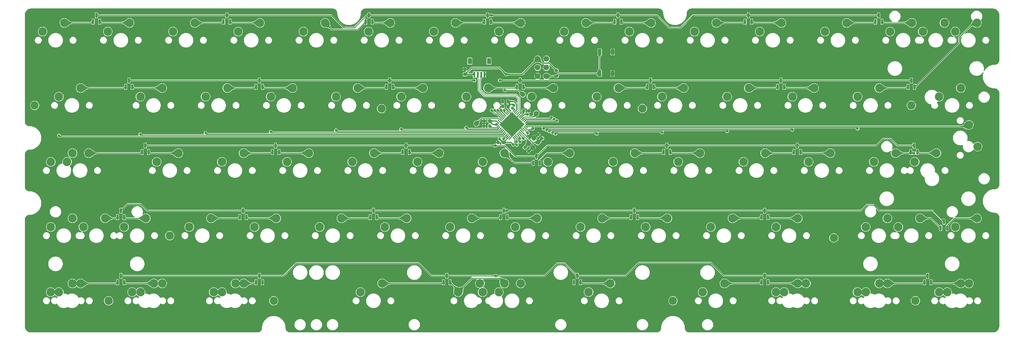
<source format=gbr>
%TF.GenerationSoftware,KiCad,Pcbnew,7.0.1*%
%TF.CreationDate,2023-04-25T19:56:54+02:00*%
%TF.ProjectId,pcb-solder,7063622d-736f-46c6-9465-722e6b696361,1.0*%
%TF.SameCoordinates,Original*%
%TF.FileFunction,Copper,L2,Bot*%
%TF.FilePolarity,Positive*%
%FSLAX46Y46*%
G04 Gerber Fmt 4.6, Leading zero omitted, Abs format (unit mm)*
G04 Created by KiCad (PCBNEW 7.0.1) date 2023-04-25 19:56:54*
%MOMM*%
%LPD*%
G01*
G04 APERTURE LIST*
G04 Aperture macros list*
%AMRoundRect*
0 Rectangle with rounded corners*
0 $1 Rounding radius*
0 $2 $3 $4 $5 $6 $7 $8 $9 X,Y pos of 4 corners*
0 Add a 4 corners polygon primitive as box body*
4,1,4,$2,$3,$4,$5,$6,$7,$8,$9,$2,$3,0*
0 Add four circle primitives for the rounded corners*
1,1,$1+$1,$2,$3*
1,1,$1+$1,$4,$5*
1,1,$1+$1,$6,$7*
1,1,$1+$1,$8,$9*
0 Add four rect primitives between the rounded corners*
20,1,$1+$1,$2,$3,$4,$5,0*
20,1,$1+$1,$4,$5,$6,$7,0*
20,1,$1+$1,$6,$7,$8,$9,0*
20,1,$1+$1,$8,$9,$2,$3,0*%
%AMRotRect*
0 Rectangle, with rotation*
0 The origin of the aperture is its center*
0 $1 length*
0 $2 width*
0 $3 Rotation angle, in degrees counterclockwise*
0 Add horizontal line*
21,1,$1,$2,0,0,$3*%
G04 Aperture macros list end*
%TA.AperFunction,ComponentPad*%
%ADD10C,2.500000*%
%TD*%
%TA.AperFunction,WasherPad*%
%ADD11C,2.400000*%
%TD*%
%TA.AperFunction,SMDPad,CuDef*%
%ADD12RoundRect,0.150000X0.150000X-0.587500X0.150000X0.587500X-0.150000X0.587500X-0.150000X-0.587500X0*%
%TD*%
%TA.AperFunction,SMDPad,CuDef*%
%ADD13RoundRect,0.225000X0.225000X0.250000X-0.225000X0.250000X-0.225000X-0.250000X0.225000X-0.250000X0*%
%TD*%
%TA.AperFunction,SMDPad,CuDef*%
%ADD14C,1.500000*%
%TD*%
%TA.AperFunction,SMDPad,CuDef*%
%ADD15RoundRect,0.225000X-0.225000X-0.250000X0.225000X-0.250000X0.225000X0.250000X-0.225000X0.250000X0*%
%TD*%
%TA.AperFunction,SMDPad,CuDef*%
%ADD16RoundRect,0.225000X-0.335876X-0.017678X-0.017678X-0.335876X0.335876X0.017678X0.017678X0.335876X0*%
%TD*%
%TA.AperFunction,SMDPad,CuDef*%
%ADD17RoundRect,0.300000X0.070711X0.494975X-0.494975X-0.070711X-0.070711X-0.494975X0.494975X0.070711X0*%
%TD*%
%TA.AperFunction,SMDPad,CuDef*%
%ADD18RoundRect,0.225000X-0.250000X0.225000X-0.250000X-0.225000X0.250000X-0.225000X0.250000X0.225000X0*%
%TD*%
%TA.AperFunction,ComponentPad*%
%ADD19C,1.700000*%
%TD*%
%TA.AperFunction,SMDPad,CuDef*%
%ADD20RoundRect,0.200000X-0.200000X-0.275000X0.200000X-0.275000X0.200000X0.275000X-0.200000X0.275000X0*%
%TD*%
%TA.AperFunction,SMDPad,CuDef*%
%ADD21RoundRect,0.225000X0.335876X0.017678X0.017678X0.335876X-0.335876X-0.017678X-0.017678X-0.335876X0*%
%TD*%
%TA.AperFunction,SMDPad,CuDef*%
%ADD22RoundRect,0.062500X0.291682X0.380070X-0.380070X-0.291682X-0.291682X-0.380070X0.380070X0.291682X0*%
%TD*%
%TA.AperFunction,SMDPad,CuDef*%
%ADD23RoundRect,0.062500X-0.291682X0.380070X-0.380070X0.291682X0.291682X-0.380070X0.380070X-0.291682X0*%
%TD*%
%TA.AperFunction,ComponentPad*%
%ADD24C,0.500000*%
%TD*%
%TA.AperFunction,SMDPad,CuDef*%
%ADD25RotRect,5.200000X5.200000X225.000000*%
%TD*%
%TA.AperFunction,SMDPad,CuDef*%
%ADD26R,1.200000X1.800000*%
%TD*%
%TA.AperFunction,SMDPad,CuDef*%
%ADD27R,0.600000X1.550000*%
%TD*%
%TA.AperFunction,SMDPad,CuDef*%
%ADD28R,1.000000X1.700000*%
%TD*%
%TA.AperFunction,SMDPad,CuDef*%
%ADD29RoundRect,0.200000X0.275000X-0.200000X0.275000X0.200000X-0.275000X0.200000X-0.275000X-0.200000X0*%
%TD*%
%TA.AperFunction,ViaPad*%
%ADD30C,0.800000*%
%TD*%
%TA.AperFunction,Conductor*%
%ADD31C,0.350000*%
%TD*%
%TA.AperFunction,Conductor*%
%ADD32C,0.250000*%
%TD*%
%TA.AperFunction,Conductor*%
%ADD33C,0.200000*%
%TD*%
G04 APERTURE END LIST*
D10*
%TO.P,MX8,1,COL*%
%TO.N,C6*%
X193040000Y-98266250D03*
%TO.P,MX8,2,ROW*%
%TO.N,Net-(D4-A2)*%
X199390000Y-95726250D03*
%TD*%
%TO.P,MX23,1,COL*%
%TO.N,C6*%
X202565000Y-117316250D03*
%TO.P,MX23,2,ROW*%
%TO.N,Net-(D11-A2)*%
X208915000Y-114776250D03*
%TD*%
%TO.P,MX49,1,COL*%
%TO.N,C2*%
X121602500Y-155416250D03*
%TO.P,MX49,2,ROW*%
%TO.N,Net-(D23-A2)*%
X127952500Y-152876250D03*
%TD*%
%TO.P,MX40,1,COL*%
%TO.N,C9*%
X264477500Y-136366250D03*
%TO.P,MX40,2,ROW*%
%TO.N,Net-(D19-A1)*%
X270827500Y-133826250D03*
%TD*%
%TO.P,MX28,1,COL*%
%TO.N,C11*%
X297815000Y-117316250D03*
%TO.P,MX28,2,ROW*%
%TO.N,Net-(D13-A1)*%
X304165000Y-114776250D03*
%TD*%
%TO.P,MX18,1,COL*%
%TO.N,C1*%
X107315000Y-117316250D03*
%TO.P,MX18,2,ROW*%
%TO.N,Net-(D8-A1)*%
X113665000Y-114776250D03*
%TD*%
D11*
%TO.P,,*%
%TO.N,*%
X98032000Y-177004750D03*
%TD*%
%TO.P,,*%
%TO.N,*%
X115890000Y-157953750D03*
%TD*%
D10*
%TO.P,MX25,1,COL*%
%TO.N,C8*%
X240665000Y-117316250D03*
%TO.P,MX25,2,ROW*%
%TO.N,Net-(D12-A2)*%
X247015000Y-114776250D03*
%TD*%
%TO.P,MX74,1,COL*%
%TO.N,Net-(D31-A1)*%
X200183750Y-174466250D03*
%TO.P,MX74,2,ROW*%
%TO.N,C7*%
X206533750Y-171926250D03*
%TD*%
%TO.P,MX53,1,COL*%
%TO.N,C6*%
X197802500Y-155416250D03*
%TO.P,MX53,2,ROW*%
%TO.N,Net-(D25-A2)*%
X204152500Y-152876250D03*
%TD*%
%TO.P,MX37,1,COL*%
%TO.N,C6*%
X207327500Y-136366250D03*
%TO.P,MX37,2,ROW*%
%TO.N,Net-(D18-A2)*%
X213677500Y-133826250D03*
%TD*%
%TO.P,MX5,1,COL*%
%TO.N,C3*%
X135890000Y-98266250D03*
%TO.P,MX5,2,ROW*%
%TO.N,Net-(D2-A1)*%
X142240000Y-95726250D03*
%TD*%
D11*
%TO.P,,*%
%TO.N,*%
X309955000Y-158613750D03*
%TD*%
D10*
%TO.P,MX71,1,COL*%
%TO.N,C11*%
X295433750Y-174466250D03*
%TO.P,MX71,2,ROW*%
%TO.N,Net-(D33-A1)*%
X301783750Y-171926250D03*
%TD*%
%TO.P,MX16,1,COL*%
%TO.N,C13*%
X345440000Y-98266250D03*
%TO.P,MX16,2,ROW*%
%TO.N,Net-(D14-A1)*%
X351790000Y-95726250D03*
%TD*%
%TO.P,MX15,1,COL*%
%TO.N,C13*%
X326390000Y-98266250D03*
%TO.P,MX15,2,ROW*%
%TO.N,Net-(D7-A1)*%
X332740000Y-95726250D03*
%TD*%
%TO.P,MX4,1,COL*%
%TO.N,C2*%
X116840000Y-98266250D03*
%TO.P,MX4,2,ROW*%
%TO.N,Net-(D2-A2)*%
X123190000Y-95726250D03*
%TD*%
%TO.P,MX24,1,COL*%
%TO.N,C7*%
X221615000Y-117316250D03*
%TO.P,MX24,2,ROW*%
%TO.N,Net-(D11-A1)*%
X227965000Y-114776250D03*
%TD*%
%TO.P,MX60,1,COL*%
%TO.N,C13*%
X345440000Y-155416250D03*
%TO.P,MX60,2,ROW*%
%TO.N,Net-(D28-A1)*%
X351790000Y-152876250D03*
%TD*%
%TO.P,MX73,1,COL*%
%TO.N,C13*%
X340677500Y-174466250D03*
%TO.P,MX73,2,ROW*%
%TO.N,Net-(D34-A1)*%
X347027500Y-171926250D03*
%TD*%
%TO.P,MX14,1,COL*%
%TO.N,C12*%
X307340000Y-98266250D03*
%TO.P,MX14,2,ROW*%
%TO.N,Net-(D7-A2)*%
X313690000Y-95726250D03*
%TD*%
%TO.P,MX75,1,COL*%
%TO.N,C11*%
X293052500Y-174466250D03*
%TO.P,MX75,2,ROW*%
%TO.N,Net-(D33-A1)*%
X299402500Y-171926250D03*
%TD*%
%TO.P,MX10,1,COL*%
%TO.N,C8*%
X231140000Y-98266250D03*
%TO.P,MX10,2,ROW*%
%TO.N,Net-(D5-A2)*%
X237490000Y-95726250D03*
%TD*%
%TO.P,MX77,1,COL*%
%TO.N,C13*%
X343058750Y-174466250D03*
%TO.P,MX77,2,ROW*%
%TO.N,Net-(D34-A1)*%
X349408750Y-171926250D03*
%TD*%
%TO.P,MX54,1,COL*%
%TO.N,C7*%
X216852500Y-155416250D03*
%TO.P,MX54,2,ROW*%
%TO.N,Net-(D25-A1)*%
X223202500Y-152876250D03*
%TD*%
%TO.P,MX26,1,COL*%
%TO.N,C9*%
X259715000Y-117316250D03*
%TO.P,MX26,2,ROW*%
%TO.N,Net-(D12-A1)*%
X266065000Y-114776250D03*
%TD*%
%TO.P,MX59,1,COL*%
%TO.N,C12*%
X319246250Y-155416250D03*
%TO.P,MX59,2,ROW*%
%TO.N,Net-(D28-A2)*%
X325596250Y-152876250D03*
%TD*%
%TO.P,MX65,1,COL*%
%TO.N,C2*%
X131127500Y-174466250D03*
%TO.P,MX65,2,ROW*%
%TO.N,Net-(D30-A2)*%
X137477500Y-171926250D03*
%TD*%
%TO.P,MX32,1,COL*%
%TO.N,C1*%
X112077500Y-136366250D03*
%TO.P,MX32,2,ROW*%
%TO.N,Net-(D15-A1)*%
X118427500Y-133826250D03*
%TD*%
%TO.P,MX20,1,COL*%
%TO.N,C3*%
X145415000Y-117316250D03*
%TO.P,MX20,2,ROW*%
%TO.N,Net-(D9-A1)*%
X151765000Y-114776250D03*
%TD*%
%TO.P,MX79,1,COL*%
%TO.N,C1*%
X104933750Y-174466250D03*
%TO.P,MX79,2,ROW*%
%TO.N,Net-(D29-A1)*%
X111283750Y-171926250D03*
%TD*%
%TO.P,MX66,1,COL*%
%TO.N,C2*%
X128746250Y-174466250D03*
%TO.P,MX66,2,ROW*%
%TO.N,Net-(D30-A2)*%
X135096250Y-171926250D03*
%TD*%
%TO.P,MX68,1,COL*%
%TO.N,C7*%
X207327500Y-174466250D03*
%TO.P,MX68,2,ROW*%
%TO.N,Net-(D31-A1)*%
X213677500Y-171926250D03*
%TD*%
%TO.P,MX36,1,COL*%
%TO.N,C5*%
X188277500Y-136366250D03*
%TO.P,MX36,2,ROW*%
%TO.N,Net-(D17-A1)*%
X194627500Y-133826250D03*
%TD*%
%TO.P,MX12,1,COL*%
%TO.N,C10*%
X269240000Y-98266250D03*
%TO.P,MX12,2,ROW*%
%TO.N,Net-(D6-A2)*%
X275590000Y-95726250D03*
%TD*%
%TO.P,MX33,1,COL*%
%TO.N,C2*%
X131127500Y-136366250D03*
%TO.P,MX33,2,ROW*%
%TO.N,Net-(D16-A2)*%
X137477500Y-133826250D03*
%TD*%
%TO.P,MX57,1,COL*%
%TO.N,C10*%
X274002500Y-155416250D03*
%TO.P,MX57,2,ROW*%
%TO.N,Net-(D27-A2)*%
X280352500Y-152876250D03*
%TD*%
%TO.P,MX43,1,COL*%
%TO.N,C12*%
X321627500Y-136366250D03*
%TO.P,MX43,2,ROW*%
%TO.N,Net-(D21-A2)*%
X327977500Y-133826250D03*
%TD*%
%TO.P,MX46,1,COL*%
%TO.N,C0*%
X90646250Y-155416250D03*
%TO.P,MX46,2,ROW*%
%TO.N,Net-(D22-A2)*%
X96996250Y-152876250D03*
%TD*%
%TO.P,MX7,1,COL*%
%TO.N,C5*%
X173990000Y-98266250D03*
%TO.P,MX7,2,ROW*%
%TO.N,Net-(D3-A1)*%
X180340000Y-95726250D03*
%TD*%
%TO.P,MX27,1,COL*%
%TO.N,C10*%
X278765000Y-117316250D03*
%TO.P,MX27,2,ROW*%
%TO.N,Net-(D13-A2)*%
X285115000Y-114776250D03*
%TD*%
%TO.P,MX1,1,COL*%
%TO.N,C13*%
X335915000Y-98266250D03*
%TO.P,MX1,2,ROW*%
%TO.N,Net-(D7-A1)*%
X342265000Y-95726250D03*
%TD*%
%TO.P,MX62,1,COL*%
%TO.N,C0*%
X83502500Y-174466250D03*
%TO.P,MX62,2,ROW*%
%TO.N,Net-(D29-A2)*%
X89852500Y-171926250D03*
%TD*%
%TO.P,MX47,1,COL*%
%TO.N,C0*%
X81121250Y-155416250D03*
%TO.P,MX47,2,ROW*%
%TO.N,Net-(D22-A2)*%
X87471250Y-152876250D03*
%TD*%
%TO.P,MX48,1,COL*%
%TO.N,C1*%
X102552500Y-155416250D03*
%TO.P,MX48,2,ROW*%
%TO.N,Net-(D22-A1)*%
X108902500Y-152876250D03*
%TD*%
%TO.P,MX41,1,COL*%
%TO.N,C10*%
X283527500Y-136366250D03*
%TO.P,MX41,2,ROW*%
%TO.N,Net-(D20-A2)*%
X289877500Y-133826250D03*
%TD*%
%TO.P,MX70,1,COL*%
%TO.N,C10*%
X271621250Y-174466250D03*
%TO.P,MX70,2,ROW*%
%TO.N,Net-(D33-A2)*%
X277971250Y-171926250D03*
%TD*%
%TO.P,MX38,1,COL*%
%TO.N,C7*%
X226377500Y-136366250D03*
%TO.P,MX38,2,ROW*%
%TO.N,Net-(D18-A1)*%
X232727500Y-133826250D03*
%TD*%
%TO.P,MX17,1,COL*%
%TO.N,C0*%
X83502500Y-117316250D03*
%TO.P,MX17,2,ROW*%
%TO.N,Net-(D8-A2)*%
X89852500Y-114776250D03*
%TD*%
%TO.P,MX63,1,COL*%
%TO.N,C0*%
X81121250Y-174466250D03*
%TO.P,MX63,2,ROW*%
%TO.N,Net-(D29-A2)*%
X87471250Y-171926250D03*
%TD*%
%TO.P,MX6,1,COL*%
%TO.N,C4*%
X154940000Y-98266250D03*
%TO.P,MX6,2,ROW*%
%TO.N,Net-(D3-A2)*%
X161290000Y-95726250D03*
%TD*%
%TO.P,MX64,1,COL*%
%TO.N,C1*%
X107315000Y-174466250D03*
%TO.P,MX64,2,ROW*%
%TO.N,Net-(D29-A1)*%
X113665000Y-171926250D03*
%TD*%
%TO.P,MX50,1,COL*%
%TO.N,C3*%
X140652500Y-155416250D03*
%TO.P,MX50,2,ROW*%
%TO.N,Net-(D23-A1)*%
X147002500Y-152876250D03*
%TD*%
D11*
%TO.P,,*%
%TO.N,*%
X146275000Y-177000750D03*
%TD*%
D10*
%TO.P,MX9,1,COL*%
%TO.N,C7*%
X212090000Y-98266250D03*
%TO.P,MX9,2,ROW*%
%TO.N,Net-(D4-A1)*%
X218440000Y-95726250D03*
%TD*%
D11*
%TO.P,,*%
%TO.N,*%
X76400000Y-119854750D03*
%TD*%
D10*
%TO.P,MX42,1,COL*%
%TO.N,C11*%
X302577500Y-136366250D03*
%TO.P,MX42,2,ROW*%
%TO.N,Net-(D20-A1)*%
X308927500Y-133826250D03*
%TD*%
%TO.P,MX39,1,COL*%
%TO.N,C8*%
X245427500Y-136366250D03*
%TO.P,MX39,2,ROW*%
%TO.N,Net-(D19-A2)*%
X251777500Y-133826250D03*
%TD*%
%TO.P,MX52,1,COL*%
%TO.N,C5*%
X178752500Y-155416250D03*
%TO.P,MX52,2,ROW*%
%TO.N,Net-(D24-A1)*%
X185102500Y-152876250D03*
%TD*%
%TO.P,MX51,1,COL*%
%TO.N,C4*%
X159702500Y-155416250D03*
%TO.P,MX51,2,ROW*%
%TO.N,Net-(D24-A2)*%
X166052500Y-152876250D03*
%TD*%
%TO.P,MX30,1,COL*%
%TO.N,C12*%
X340677500Y-117316250D03*
%TO.P,MX30,2,ROW*%
%TO.N,Net-(D21-A2)*%
X347027500Y-114776250D03*
%TD*%
%TO.P,MX76,1,COL*%
%TO.N,C12*%
X319246250Y-174466250D03*
%TO.P,MX76,2,ROW*%
%TO.N,Net-(D34-A2)*%
X325596250Y-171926250D03*
%TD*%
D11*
%TO.P,,*%
%TO.N,*%
X262919000Y-176999750D03*
%TD*%
D10*
%TO.P,MX58,1,COL*%
%TO.N,C11*%
X293052500Y-155416250D03*
%TO.P,MX58,2,ROW*%
%TO.N,Net-(D27-A1)*%
X299402500Y-152876250D03*
%TD*%
%TO.P,MX2,1,COL*%
%TO.N,C0*%
X78740000Y-98266250D03*
%TO.P,MX2,2,ROW*%
%TO.N,Net-(D1-A2)*%
X85090000Y-95726250D03*
%TD*%
%TO.P,MX35,1,COL*%
%TO.N,C4*%
X169227500Y-136366250D03*
%TO.P,MX35,2,ROW*%
%TO.N,Net-(D17-A2)*%
X175577500Y-133826250D03*
%TD*%
%TO.P,MX3,1,COL*%
%TO.N,C1*%
X97790000Y-98266250D03*
%TO.P,MX3,2,ROW*%
%TO.N,Net-(D1-A1)*%
X104140000Y-95726250D03*
%TD*%
%TO.P,MX67,1,COL*%
%TO.N,C5*%
X171608750Y-174466250D03*
%TO.P,MX67,2,ROW*%
%TO.N,Net-(D31-A2)*%
X177958750Y-171926250D03*
%TD*%
%TO.P,MX45,1,COL*%
%TO.N,C13*%
X349408750Y-125571250D03*
%TO.P,MX45,2,ROW*%
%TO.N,Net-(D21-A1)*%
X351948750Y-131921250D03*
%TD*%
%TO.P,MX61,1,COL*%
%TO.N,C12*%
X328771250Y-155416250D03*
%TO.P,MX61,2,ROW*%
%TO.N,Net-(D28-A2)*%
X335121250Y-152876250D03*
%TD*%
%TO.P,MX34,1,COL*%
%TO.N,C3*%
X150177500Y-136366250D03*
%TO.P,MX34,2,ROW*%
%TO.N,Net-(D16-A1)*%
X156527500Y-133826250D03*
%TD*%
D11*
%TO.P,,*%
%TO.N,*%
X177772000Y-120787750D03*
%TD*%
D10*
%TO.P,MX56,1,COL*%
%TO.N,C9*%
X254952500Y-155416250D03*
%TO.P,MX56,2,ROW*%
%TO.N,Net-(D26-A1)*%
X261302500Y-152876250D03*
%TD*%
%TO.P,MX19,1,COL*%
%TO.N,C2*%
X126365000Y-117316250D03*
%TO.P,MX19,2,ROW*%
%TO.N,Net-(D9-A2)*%
X132715000Y-114776250D03*
%TD*%
%TO.P,MX78,1,COL*%
%TO.N,C7*%
X212090000Y-174466250D03*
%TO.P,MX78,2,ROW*%
%TO.N,Net-(D31-A1)*%
X218440000Y-171926250D03*
%TD*%
%TO.P,MX80,1,COL*%
%TO.N,C0*%
X81121250Y-136366250D03*
%TO.P,MX80,2,ROW*%
%TO.N,Net-(D15-A2)*%
X87471250Y-133826250D03*
%TD*%
%TO.P,MX29,1,COL*%
%TO.N,C12*%
X316865000Y-117316250D03*
%TO.P,MX29,2,ROW*%
%TO.N,Net-(D14-A2)*%
X323215000Y-114776250D03*
%TD*%
%TO.P,MX55,1,COL*%
%TO.N,C8*%
X235902500Y-155416250D03*
%TO.P,MX55,2,ROW*%
%TO.N,Net-(D26-A2)*%
X242252500Y-152876250D03*
%TD*%
%TO.P,MX11,1,COL*%
%TO.N,C9*%
X250190000Y-98266250D03*
%TO.P,MX11,2,ROW*%
%TO.N,Net-(D5-A1)*%
X256540000Y-95726250D03*
%TD*%
%TO.P,MX69,1,COL*%
%TO.N,C9*%
X238283750Y-174466250D03*
%TO.P,MX69,2,ROW*%
%TO.N,Net-(D32-A1)*%
X244633750Y-171926250D03*
%TD*%
D11*
%TO.P,,*%
%TO.N,*%
X333770000Y-177000750D03*
%TD*%
%TO.P,,*%
%TO.N,*%
X254007000Y-120771750D03*
%TD*%
D10*
%TO.P,MX72,1,COL*%
%TO.N,C12*%
X316865000Y-174466250D03*
%TO.P,MX72,2,ROW*%
%TO.N,Net-(D34-A2)*%
X323215000Y-171926250D03*
%TD*%
%TO.P,MX22,1,COL*%
%TO.N,C5*%
X183515000Y-117316250D03*
%TO.P,MX22,2,ROW*%
%TO.N,Net-(D10-A1)*%
X189865000Y-114776250D03*
%TD*%
%TO.P,MX21,1,COL*%
%TO.N,C4*%
X164465000Y-117316250D03*
%TO.P,MX21,2,ROW*%
%TO.N,Net-(D10-A2)*%
X170815000Y-114776250D03*
%TD*%
%TO.P,MX44,1,COL*%
%TO.N,C13*%
X333533750Y-136366250D03*
%TO.P,MX44,2,ROW*%
%TO.N,Net-(D21-A1)*%
X339883750Y-133826250D03*
%TD*%
D11*
%TO.P,,*%
%TO.N,*%
X332580000Y-119849750D03*
%TD*%
D10*
%TO.P,MX13,1,COL*%
%TO.N,C11*%
X288290000Y-98266250D03*
%TO.P,MX13,2,ROW*%
%TO.N,Net-(D6-A1)*%
X294640000Y-95726250D03*
%TD*%
%TO.P,MX31,1,COL*%
%TO.N,C0*%
X85883750Y-136366250D03*
%TO.P,MX31,2,ROW*%
%TO.N,Net-(D15-A2)*%
X92233750Y-133826250D03*
%TD*%
D12*
%TO.P,D1,1,A1*%
%TO.N,Net-(D1-A1)*%
X95406250Y-95393750D03*
%TO.P,D1,2,A2*%
%TO.N,Net-(D1-A2)*%
X93506250Y-95393750D03*
%TO.P,D1,3,K*%
%TO.N,R0*%
X94456250Y-93518750D03*
%TD*%
D13*
%TO.P,C8,1*%
%TO.N,GND*%
X220810000Y-121468750D03*
%TO.P,C8,2*%
%TO.N,Net-(U1-UCap)*%
X219260000Y-121468750D03*
%TD*%
D14*
%TO.P,PB0,1,1*%
%TO.N,Net-(U1-PB0)*%
X222970000Y-122196000D03*
%TD*%
D12*
%TO.P,D26,1,A1*%
%TO.N,Net-(D26-A1)*%
X252568750Y-152543750D03*
%TO.P,D26,2,A2*%
%TO.N,Net-(D26-A2)*%
X250668750Y-152543750D03*
%TO.P,D26,3,K*%
%TO.N,R3*%
X251618750Y-150668750D03*
%TD*%
%TO.P,D6,1,A1*%
%TO.N,Net-(D6-A1)*%
X285906250Y-95393750D03*
%TO.P,D6,2,A2*%
%TO.N,Net-(D6-A2)*%
X284006250Y-95393750D03*
%TO.P,D6,3,K*%
%TO.N,R0*%
X284956250Y-93518750D03*
%TD*%
%TO.P,D20,1,A1*%
%TO.N,Net-(D20-A1)*%
X300193750Y-133493750D03*
%TO.P,D20,2,A2*%
%TO.N,Net-(D20-A2)*%
X298293750Y-133493750D03*
%TO.P,D20,3,K*%
%TO.N,R2*%
X299243750Y-131618750D03*
%TD*%
%TO.P,D11,1,A1*%
%TO.N,Net-(D11-A1)*%
X219231250Y-114443750D03*
%TO.P,D11,2,A2*%
%TO.N,Net-(D11-A2)*%
X217331250Y-114443750D03*
%TO.P,D11,3,K*%
%TO.N,R1*%
X218281250Y-112568750D03*
%TD*%
%TO.P,D4,1,A1*%
%TO.N,Net-(D4-A1)*%
X209706250Y-95393750D03*
%TO.P,D4,2,A2*%
%TO.N,Net-(D4-A2)*%
X207806250Y-95393750D03*
%TO.P,D4,3,K*%
%TO.N,R0*%
X208756250Y-93518750D03*
%TD*%
%TO.P,D7,1,A1*%
%TO.N,Net-(D7-A1)*%
X324006250Y-95393750D03*
%TO.P,D7,2,A2*%
%TO.N,Net-(D7-A2)*%
X322106250Y-95393750D03*
%TO.P,D7,3,K*%
%TO.N,R0*%
X323056250Y-93518750D03*
%TD*%
%TO.P,D8,1,A1*%
%TO.N,Net-(D8-A1)*%
X104931250Y-114443750D03*
%TO.P,D8,2,A2*%
%TO.N,Net-(D8-A2)*%
X103031250Y-114443750D03*
%TO.P,D8,3,K*%
%TO.N,R1*%
X103981250Y-112568750D03*
%TD*%
D15*
%TO.P,C2,1*%
%TO.N,GND*%
X213190000Y-118748750D03*
%TO.P,C2,2*%
%TO.N,VCC*%
X214740000Y-118748750D03*
%TD*%
D12*
%TO.P,D16,1,A1*%
%TO.N,Net-(D16-A1)*%
X147793750Y-133493750D03*
%TO.P,D16,2,A2*%
%TO.N,Net-(D16-A2)*%
X145893750Y-133493750D03*
%TO.P,D16,3,K*%
%TO.N,R2*%
X146843750Y-131618750D03*
%TD*%
D16*
%TO.P,C6,1*%
%TO.N,GND*%
X223546992Y-128410742D03*
%TO.P,C6,2*%
%TO.N,/XTAL1*%
X224643008Y-129506758D03*
%TD*%
D12*
%TO.P,D25,1,A1*%
%TO.N,Net-(D25-A1)*%
X214468750Y-152543750D03*
%TO.P,D25,2,A2*%
%TO.N,Net-(D25-A2)*%
X212568750Y-152543750D03*
%TO.P,D25,3,K*%
%TO.N,R3*%
X213518750Y-150668750D03*
%TD*%
%TO.P,D5,1,A1*%
%TO.N,Net-(D5-A1)*%
X247806250Y-95393750D03*
%TO.P,D5,2,A2*%
%TO.N,Net-(D5-A2)*%
X245906250Y-95393750D03*
%TO.P,D5,3,K*%
%TO.N,R0*%
X246856250Y-93518750D03*
%TD*%
%TO.P,D9,1,A1*%
%TO.N,Net-(D9-A1)*%
X143031250Y-114443750D03*
%TO.P,D9,2,A2*%
%TO.N,Net-(D9-A2)*%
X141131250Y-114443750D03*
%TO.P,D9,3,K*%
%TO.N,R1*%
X142081250Y-112568750D03*
%TD*%
D17*
%TO.P,Y1,1,1*%
%TO.N,/XTAL1*%
X223528858Y-130641973D03*
%TO.P,Y1,2,2*%
%TO.N,GND*%
X221973223Y-132197608D03*
%TO.P,Y1,3,3*%
%TO.N,/XTAL2*%
X220771142Y-130995527D03*
%TO.P,Y1,4,4*%
%TO.N,GND*%
X222326777Y-129439892D03*
%TD*%
D12*
%TO.P,D2,1,A1*%
%TO.N,Net-(D2-A1)*%
X133506250Y-95393750D03*
%TO.P,D2,2,A2*%
%TO.N,Net-(D2-A2)*%
X131606250Y-95393750D03*
%TO.P,D2,3,K*%
%TO.N,R0*%
X132556250Y-93518750D03*
%TD*%
D14*
%TO.P,PE6,1,1*%
%TO.N,Net-(U1-PE6)*%
X219048000Y-116662000D03*
%TD*%
D18*
%TO.P,C1,1*%
%TO.N,GND*%
X202074409Y-109229018D03*
%TO.P,C1,2*%
%TO.N,VCC*%
X202074409Y-110779018D03*
%TD*%
D12*
%TO.P,D24,1,A1*%
%TO.N,Net-(D24-A1)*%
X176368750Y-152543750D03*
%TO.P,D24,2,A2*%
%TO.N,Net-(D24-A2)*%
X174468750Y-152543750D03*
%TO.P,D24,3,K*%
%TO.N,R3*%
X175418750Y-150668750D03*
%TD*%
%TO.P,D18,1,A1*%
%TO.N,Net-(D18-A1)*%
X223993750Y-136668750D03*
%TO.P,D18,2,A2*%
%TO.N,Net-(D18-A2)*%
X222093750Y-136668750D03*
%TO.P,D18,3,K*%
%TO.N,R2*%
X223043750Y-134793750D03*
%TD*%
D19*
%TO.P,J1,1,MISO*%
%TO.N,/MISO*%
X225915000Y-106258750D03*
%TO.P,J1,2,VCC*%
%TO.N,VCC*%
X223375000Y-106258750D03*
%TO.P,J1,3,SCK*%
%TO.N,/SCK*%
X225915000Y-108798750D03*
%TO.P,J1,4,MOSI*%
%TO.N,/MOSI*%
X223375000Y-108798750D03*
%TO.P,J1,5,~{RST}*%
%TO.N,RST*%
X225915000Y-111338750D03*
%TO.P,J1,6,GND*%
%TO.N,GND*%
X223375000Y-111338750D03*
%TD*%
D12*
%TO.P,D23,1,A1*%
%TO.N,Net-(D23-A1)*%
X138268750Y-152543750D03*
%TO.P,D23,2,A2*%
%TO.N,Net-(D23-A2)*%
X136368750Y-152543750D03*
%TO.P,D23,3,K*%
%TO.N,R3*%
X137318750Y-150668750D03*
%TD*%
%TO.P,D32,1,A1*%
%TO.N,Net-(D32-A1)*%
X235910000Y-171607500D03*
%TO.P,D32,2,A2*%
%TO.N,unconnected-(D32-A2-Pad2)*%
X234010000Y-171607500D03*
%TO.P,D32,3,K*%
%TO.N,R4*%
X234960000Y-169732500D03*
%TD*%
%TO.P,D28,1,A1*%
%TO.N,Net-(D28-A1)*%
X343056250Y-155718750D03*
%TO.P,D28,2,A2*%
%TO.N,Net-(D28-A2)*%
X341156250Y-155718750D03*
%TO.P,D28,3,K*%
%TO.N,R3*%
X342106250Y-153843750D03*
%TD*%
D14*
%TO.P,PF7,1,1*%
%TO.N,Net-(U1-PF7)*%
X205504000Y-125158000D03*
%TD*%
D20*
%TO.P,R2,1*%
%TO.N,GND*%
X207704000Y-125916000D03*
%TO.P,R2,2*%
%TO.N,Net-(U1-PE2{slash}~{HWB})*%
X209354000Y-125916000D03*
%TD*%
D15*
%TO.P,C4,1*%
%TO.N,GND*%
X207770000Y-124407000D03*
%TO.P,C4,2*%
%TO.N,VCC*%
X209320000Y-124407000D03*
%TD*%
D12*
%TO.P,D34,1,A1*%
%TO.N,Net-(D34-A1)*%
X338293750Y-171593750D03*
%TO.P,D34,2,A2*%
%TO.N,Net-(D34-A2)*%
X336393750Y-171593750D03*
%TO.P,D34,3,K*%
%TO.N,R4*%
X337343750Y-169718750D03*
%TD*%
D21*
%TO.P,C7,1*%
%TO.N,GND*%
X220783008Y-133226758D03*
%TO.P,C7,2*%
%TO.N,/XTAL2*%
X219686992Y-132130742D03*
%TD*%
D22*
%TO.P,U1,1,PE6*%
%TO.N,Net-(U1-PE6)*%
X216492202Y-121284764D03*
%TO.P,U1,2,UVcc*%
%TO.N,VCC*%
X216845755Y-121638318D03*
%TO.P,U1,3,D-*%
%TO.N,/D-*%
X217199309Y-121991871D03*
%TO.P,U1,4,D+*%
%TO.N,/D+*%
X217552862Y-122345424D03*
%TO.P,U1,5,UGnd*%
%TO.N,GND*%
X217906415Y-122698978D03*
%TO.P,U1,6,UCap*%
%TO.N,Net-(U1-UCap)*%
X218259969Y-123052531D03*
%TO.P,U1,7,VBus*%
%TO.N,VCC*%
X218613522Y-123406085D03*
%TO.P,U1,8,PB0*%
%TO.N,Net-(U1-PB0)*%
X218967076Y-123759638D03*
%TO.P,U1,9,PB1/SCK*%
%TO.N,/SCK*%
X219320629Y-124113191D03*
%TO.P,U1,10,PB2/MOSI*%
%TO.N,/MOSI*%
X219674182Y-124466745D03*
%TO.P,U1,11,PB3/MISO*%
%TO.N,/MISO*%
X220027736Y-124820298D03*
D23*
%TO.P,U1,12,PB7*%
%TO.N,C13*%
X220027736Y-126004702D03*
%TO.P,U1,13,~{RESET}*%
%TO.N,RST*%
X219674182Y-126358255D03*
%TO.P,U1,14,VCC*%
%TO.N,VCC*%
X219320629Y-126711809D03*
%TO.P,U1,15,GND*%
%TO.N,GND*%
X218967076Y-127065362D03*
%TO.P,U1,16,XTAL1*%
%TO.N,/XTAL1*%
X218613522Y-127418915D03*
%TO.P,U1,17,XTAL2*%
%TO.N,/XTAL2*%
X218259969Y-127772469D03*
%TO.P,U1,18,PD0*%
%TO.N,C12*%
X217906415Y-128126022D03*
%TO.P,U1,19,PD1*%
%TO.N,C11*%
X217552862Y-128479576D03*
%TO.P,U1,20,PD2*%
%TO.N,C10*%
X217199309Y-128833129D03*
%TO.P,U1,21,PD3*%
%TO.N,C9*%
X216845755Y-129186682D03*
%TO.P,U1,22,PD5*%
%TO.N,C8*%
X216492202Y-129540236D03*
D22*
%TO.P,U1,23,GND*%
%TO.N,GND*%
X215307798Y-129540236D03*
%TO.P,U1,24,AVCC*%
%TO.N,VCC*%
X214954245Y-129186682D03*
%TO.P,U1,25,PD4*%
%TO.N,C7*%
X214600691Y-128833129D03*
%TO.P,U1,26,PD6*%
%TO.N,C0*%
X214247138Y-128479576D03*
%TO.P,U1,27,PD7*%
%TO.N,C1*%
X213893585Y-128126022D03*
%TO.P,U1,28,PB4*%
%TO.N,C2*%
X213540031Y-127772469D03*
%TO.P,U1,29,PB5*%
%TO.N,C3*%
X213186478Y-127418915D03*
%TO.P,U1,30,PB6*%
%TO.N,C4*%
X212832924Y-127065362D03*
%TO.P,U1,31,PC6*%
%TO.N,C5*%
X212479371Y-126711809D03*
%TO.P,U1,32,PC7*%
%TO.N,C6*%
X212125818Y-126358255D03*
%TO.P,U1,33,PE2/~{HWB}*%
%TO.N,Net-(U1-PE2{slash}~{HWB})*%
X211772264Y-126004702D03*
D23*
%TO.P,U1,34,VCC*%
%TO.N,VCC*%
X211772264Y-124820298D03*
%TO.P,U1,35,GND*%
%TO.N,GND*%
X212125818Y-124466745D03*
%TO.P,U1,36,PF7*%
%TO.N,Net-(U1-PF7)*%
X212479371Y-124113191D03*
%TO.P,U1,37,PF6*%
%TO.N,R4*%
X212832924Y-123759638D03*
%TO.P,U1,38,PF5*%
%TO.N,R3*%
X213186478Y-123406085D03*
%TO.P,U1,39,PF4*%
%TO.N,R2*%
X213540031Y-123052531D03*
%TO.P,U1,40,PF1*%
%TO.N,R1*%
X213893585Y-122698978D03*
%TO.P,U1,41,PF0*%
%TO.N,R0*%
X214247138Y-122345424D03*
%TO.P,U1,42,AREF*%
%TO.N,unconnected-(U1-AREF-Pad42)*%
X214600691Y-121991871D03*
%TO.P,U1,43,GND*%
%TO.N,GND*%
X214954245Y-121638318D03*
%TO.P,U1,44,AVCC*%
%TO.N,VCC*%
X215307798Y-121284764D03*
D24*
%TO.P,U1,45,EP*%
%TO.N,GND*%
X214238299Y-127074201D03*
X219223402Y-125412500D03*
D25*
X215900000Y-125412500D03*
D24*
X215900000Y-125412500D03*
X215900000Y-123750799D03*
X217561701Y-127074201D03*
X212576598Y-125412500D03*
X215900000Y-127074201D03*
X214238299Y-123750799D03*
X215900000Y-128735902D03*
X217561701Y-123750799D03*
X217561701Y-125412500D03*
D25*
X215900000Y-125412500D03*
D24*
X215900000Y-122089098D03*
X214238299Y-125412500D03*
%TD*%
D26*
%TO.P,J2,*%
%TO.N,*%
X209185000Y-106918750D03*
X203585000Y-106918750D03*
D27*
%TO.P,J2,1,Pin_1*%
%TO.N,VCC*%
X204885000Y-110793750D03*
%TO.P,J2,2,Pin_2*%
%TO.N,/D-*%
X205885000Y-110793750D03*
%TO.P,J2,3,Pin_3*%
%TO.N,/D+*%
X206885000Y-110793750D03*
%TO.P,J2,4,Pin_4*%
%TO.N,GND*%
X207885000Y-110793750D03*
%TD*%
D28*
%TO.P,SW1,1,1*%
%TO.N,GND*%
X245305000Y-110528750D03*
X245305000Y-104228750D03*
%TO.P,SW1,2,2*%
%TO.N,RST*%
X241505000Y-110528750D03*
X241505000Y-104228750D03*
%TD*%
D12*
%TO.P,D30,1,A1*%
%TO.N,unconnected-(D30-A1-Pad1)*%
X143031250Y-171593750D03*
%TO.P,D30,2,A2*%
%TO.N,Net-(D30-A2)*%
X141131250Y-171593750D03*
%TO.P,D30,3,K*%
%TO.N,R4*%
X142081250Y-169718750D03*
%TD*%
%TO.P,D33,1,A1*%
%TO.N,Net-(D33-A1)*%
X290668750Y-171593750D03*
%TO.P,D33,2,A2*%
%TO.N,Net-(D33-A2)*%
X288768750Y-171593750D03*
%TO.P,D33,3,K*%
%TO.N,R4*%
X289718750Y-169718750D03*
%TD*%
%TO.P,D13,1,A1*%
%TO.N,Net-(D13-A1)*%
X295431250Y-114443750D03*
%TO.P,D13,2,A2*%
%TO.N,Net-(D13-A2)*%
X293531250Y-114443750D03*
%TO.P,D13,3,K*%
%TO.N,R1*%
X294481250Y-112568750D03*
%TD*%
%TO.P,D15,1,A1*%
%TO.N,Net-(D15-A1)*%
X109693750Y-133493750D03*
%TO.P,D15,2,A2*%
%TO.N,Net-(D15-A2)*%
X107793750Y-133493750D03*
%TO.P,D15,3,K*%
%TO.N,R2*%
X108743750Y-131618750D03*
%TD*%
%TO.P,D12,1,A1*%
%TO.N,Net-(D12-A1)*%
X257331250Y-114443750D03*
%TO.P,D12,2,A2*%
%TO.N,Net-(D12-A2)*%
X255431250Y-114443750D03*
%TO.P,D12,3,K*%
%TO.N,R1*%
X256381250Y-112568750D03*
%TD*%
%TO.P,D14,1,A1*%
%TO.N,Net-(D14-A1)*%
X333531250Y-114443750D03*
%TO.P,D14,2,A2*%
%TO.N,Net-(D14-A2)*%
X331631250Y-114443750D03*
%TO.P,D14,3,K*%
%TO.N,R1*%
X332581250Y-112568750D03*
%TD*%
%TO.P,D21,1,A1*%
%TO.N,Net-(D21-A1)*%
X334325000Y-133493750D03*
%TO.P,D21,2,A2*%
%TO.N,Net-(D21-A2)*%
X332425000Y-133493750D03*
%TO.P,D21,3,K*%
%TO.N,R2*%
X333375000Y-131618750D03*
%TD*%
%TO.P,D27,1,A1*%
%TO.N,Net-(D27-A1)*%
X290668750Y-152543750D03*
%TO.P,D27,2,A2*%
%TO.N,Net-(D27-A2)*%
X288768750Y-152543750D03*
%TO.P,D27,3,K*%
%TO.N,R3*%
X289718750Y-150668750D03*
%TD*%
%TO.P,D22,1,A1*%
%TO.N,Net-(D22-A1)*%
X102550000Y-152543750D03*
%TO.P,D22,2,A2*%
%TO.N,Net-(D22-A2)*%
X100650000Y-152543750D03*
%TO.P,D22,3,K*%
%TO.N,R3*%
X101600000Y-150668750D03*
%TD*%
D15*
%TO.P,C5,1*%
%TO.N,GND*%
X211809000Y-130725000D03*
%TO.P,C5,2*%
%TO.N,VCC*%
X213359000Y-130725000D03*
%TD*%
%TO.P,C3,1*%
%TO.N,GND*%
X213201000Y-120138750D03*
%TO.P,C3,2*%
%TO.N,VCC*%
X214751000Y-120138750D03*
%TD*%
D12*
%TO.P,D29,1,A1*%
%TO.N,Net-(D29-A1)*%
X102550000Y-171593750D03*
%TO.P,D29,2,A2*%
%TO.N,Net-(D29-A2)*%
X100650000Y-171593750D03*
%TO.P,D29,3,K*%
%TO.N,R4*%
X101600000Y-169718750D03*
%TD*%
D29*
%TO.P,R1,1*%
%TO.N,RST*%
X228882000Y-111310000D03*
%TO.P,R1,2*%
%TO.N,VCC*%
X228882000Y-109660000D03*
%TD*%
D12*
%TO.P,D3,1,A1*%
%TO.N,Net-(D3-A1)*%
X175050000Y-95387500D03*
%TO.P,D3,2,A2*%
%TO.N,Net-(D3-A2)*%
X173150000Y-95387500D03*
%TO.P,D3,3,K*%
%TO.N,R0*%
X174100000Y-93512500D03*
%TD*%
%TO.P,D19,1,A1*%
%TO.N,Net-(D19-A1)*%
X262093750Y-133493750D03*
%TO.P,D19,2,A2*%
%TO.N,Net-(D19-A2)*%
X260193750Y-133493750D03*
%TO.P,D19,3,K*%
%TO.N,R2*%
X261143750Y-131618750D03*
%TD*%
%TO.P,D17,1,A1*%
%TO.N,Net-(D17-A1)*%
X185893750Y-133493750D03*
%TO.P,D17,2,A2*%
%TO.N,Net-(D17-A2)*%
X183993750Y-133493750D03*
%TO.P,D17,3,K*%
%TO.N,R2*%
X184943750Y-131618750D03*
%TD*%
%TO.P,D10,1,A1*%
%TO.N,Net-(D10-A1)*%
X181131250Y-114443750D03*
%TO.P,D10,2,A2*%
%TO.N,Net-(D10-A2)*%
X179231250Y-114443750D03*
%TO.P,D10,3,K*%
%TO.N,R1*%
X180181250Y-112568750D03*
%TD*%
%TO.P,D31,1,A1*%
%TO.N,Net-(D31-A1)*%
X197800000Y-171593750D03*
%TO.P,D31,2,A2*%
%TO.N,Net-(D31-A2)*%
X195900000Y-171593750D03*
%TO.P,D31,3,K*%
%TO.N,R4*%
X196850000Y-169718750D03*
%TD*%
D30*
%TO.N,GND*%
X211130000Y-105582000D03*
X196572000Y-120407000D03*
X89599000Y-135487000D03*
X207373000Y-181872000D03*
X239581508Y-143139665D03*
X219296000Y-142030000D03*
X347360000Y-138684000D03*
X226729000Y-92564000D03*
%TO.N,Net-(D21-A2)*%
X333319000Y-133823000D03*
%TO.N,C0*%
X83504000Y-128706000D03*
%TO.N,C1*%
X107315000Y-128313636D03*
%TO.N,C2*%
X126365000Y-127936116D03*
%TO.N,C3*%
X145415000Y-127556000D03*
%TO.N,C4*%
X164465000Y-127150000D03*
%TO.N,C5*%
X183515000Y-126792000D03*
%TO.N,C6*%
X202565000Y-126401000D03*
%TO.N,C7*%
X213430000Y-129667000D03*
%TO.N,C8*%
X240671000Y-128167282D03*
X217290299Y-131422181D03*
X228587339Y-128167282D03*
%TO.N,C9*%
X259724000Y-127789762D03*
X217291061Y-130494679D03*
X227730439Y-127789762D03*
%TO.N,C10*%
X226803900Y-127412242D03*
X278768000Y-127412242D03*
X218233807Y-130514650D03*
%TO.N,C11*%
X297829000Y-127034722D03*
X225947000Y-127034722D03*
X218223871Y-129581938D03*
%TO.N,C12*%
X219194854Y-129630146D03*
X225099807Y-126657202D03*
X316859000Y-126657202D03*
%TO.N,VCC*%
X212270000Y-129677000D03*
X220435467Y-122510467D03*
X220510000Y-127961000D03*
X214140987Y-110765013D03*
X216296981Y-131351639D03*
X216492000Y-119837000D03*
X211379595Y-125474596D03*
%TO.N,R0*%
X209805250Y-93518750D03*
X213632000Y-121294000D03*
%TO.N,R1*%
X212387000Y-112538000D03*
X204924000Y-112572000D03*
X212704497Y-121294000D03*
%TO.N,R2*%
X211777209Y-121274022D03*
X210952799Y-131643000D03*
%TO.N,R3*%
X210849995Y-121250877D03*
X214335000Y-150646000D03*
%TO.N,R4*%
X209922779Y-121273935D03*
X211175987Y-169694987D03*
%TO.N,/MISO*%
X229033617Y-124347423D03*
%TO.N,/SCK*%
X227418143Y-123442500D03*
%TO.N,/MOSI*%
X228253097Y-123846374D03*
%TO.N,RST*%
X221966000Y-126660000D03*
%TO.N,Net-(U1-PE6)*%
X216014000Y-120633000D03*
X213734517Y-115428750D03*
%TD*%
D31*
%TO.N,GND*%
X215900000Y-125412500D02*
X215900000Y-124705393D01*
X213071573Y-125412500D02*
X212125818Y-124466745D01*
X215307798Y-129536672D02*
X215307798Y-129540236D01*
X215900000Y-125412500D02*
X215900000Y-122584073D01*
X217314214Y-125412500D02*
X218967076Y-127065362D01*
X214932318Y-121638318D02*
X214377000Y-121083000D01*
X215900000Y-128944470D02*
X215307798Y-129536672D01*
X215900000Y-125412500D02*
X215900000Y-128944470D01*
X214954245Y-121638318D02*
X214932318Y-121638318D01*
X215900000Y-125412500D02*
X217314214Y-125412500D01*
X215900000Y-122584073D02*
X214954245Y-121638318D01*
X215900000Y-125412500D02*
X213071573Y-125412500D01*
X215900000Y-124705393D02*
X217906415Y-122698978D01*
D32*
%TO.N,Net-(D1-A1)*%
X95738750Y-95726250D02*
X104140000Y-95726250D01*
X95406250Y-95393750D02*
X95738750Y-95726250D01*
%TO.N,Net-(D1-A2)*%
X93506250Y-95393750D02*
X93173750Y-95726250D01*
X93173750Y-95726250D02*
X85090000Y-95726250D01*
%TO.N,Net-(D2-A1)*%
X133506250Y-95393750D02*
X133838750Y-95726250D01*
X133838750Y-95726250D02*
X142240000Y-95726250D01*
%TO.N,Net-(D2-A2)*%
X131606250Y-95393750D02*
X131273750Y-95726250D01*
X131273750Y-95726250D02*
X123190000Y-95726250D01*
%TO.N,Net-(D3-A1)*%
X175050000Y-95387500D02*
X175388750Y-95726250D01*
X175388750Y-95726250D02*
X180340000Y-95726250D01*
%TO.N,Net-(D3-A2)*%
X161290000Y-95726250D02*
X163243750Y-97680000D01*
X163243750Y-97680000D02*
X170857500Y-97680000D01*
X170857500Y-97680000D02*
X173150000Y-95387500D01*
%TO.N,Net-(D4-A1)*%
X210038750Y-95726250D02*
X218440000Y-95726250D01*
X209706250Y-95393750D02*
X210038750Y-95726250D01*
%TO.N,Net-(D4-A2)*%
X207473750Y-95726250D02*
X207806250Y-95393750D01*
X199390000Y-95726250D02*
X207473750Y-95726250D01*
%TO.N,Net-(D5-A1)*%
X256540000Y-95726250D02*
X248138750Y-95726250D01*
X248138750Y-95726250D02*
X247806250Y-95393750D01*
%TO.N,Net-(D5-A2)*%
X245906250Y-95393750D02*
X245573750Y-95726250D01*
X245573750Y-95726250D02*
X237490000Y-95726250D01*
%TO.N,Net-(D6-A1)*%
X286238750Y-95726250D02*
X294640000Y-95726250D01*
X285906250Y-95393750D02*
X286238750Y-95726250D01*
%TO.N,Net-(D6-A2)*%
X283673750Y-95726250D02*
X284006250Y-95393750D01*
X275590000Y-95726250D02*
X283673750Y-95726250D01*
%TO.N,Net-(D7-A1)*%
X324006250Y-95393750D02*
X324338750Y-95726250D01*
X324338750Y-95726250D02*
X332740000Y-95726250D01*
%TO.N,Net-(D7-A2)*%
X321773750Y-95726250D02*
X322106250Y-95393750D01*
X313690000Y-95726250D02*
X321773750Y-95726250D01*
%TO.N,Net-(D8-A1)*%
X105263750Y-114776250D02*
X113665000Y-114776250D01*
X104931250Y-114443750D02*
X105263750Y-114776250D01*
%TO.N,Net-(D8-A2)*%
X103031250Y-114443750D02*
X102698750Y-114776250D01*
X102698750Y-114776250D02*
X89852500Y-114776250D01*
%TO.N,Net-(D9-A1)*%
X143031250Y-114443750D02*
X143363750Y-114776250D01*
X143363750Y-114776250D02*
X151765000Y-114776250D01*
%TO.N,Net-(D9-A2)*%
X132715000Y-114776250D02*
X140798750Y-114776250D01*
X140798750Y-114776250D02*
X141131250Y-114443750D01*
%TO.N,Net-(D10-A1)*%
X181463750Y-114776250D02*
X189865000Y-114776250D01*
X181131250Y-114443750D02*
X181463750Y-114776250D01*
%TO.N,Net-(D10-A2)*%
X178898750Y-114776250D02*
X179231250Y-114443750D01*
X170815000Y-114776250D02*
X178898750Y-114776250D01*
%TO.N,Net-(D11-A1)*%
X219231250Y-114443750D02*
X219563750Y-114776250D01*
X219563750Y-114776250D02*
X227965000Y-114776250D01*
%TO.N,Net-(D11-A2)*%
X216998750Y-114776250D02*
X217331250Y-114443750D01*
X208915000Y-114776250D02*
X216998750Y-114776250D01*
%TO.N,Net-(D12-A1)*%
X257663750Y-114776250D02*
X266065000Y-114776250D01*
X257331250Y-114443750D02*
X257663750Y-114776250D01*
%TO.N,Net-(D12-A2)*%
X255098750Y-114776250D02*
X255431250Y-114443750D01*
X247015000Y-114776250D02*
X255098750Y-114776250D01*
%TO.N,Net-(D13-A1)*%
X295431250Y-114443750D02*
X295763750Y-114776250D01*
X295763750Y-114776250D02*
X304165000Y-114776250D01*
%TO.N,Net-(D13-A2)*%
X285115000Y-114776250D02*
X293198750Y-114776250D01*
X293198750Y-114776250D02*
X293531250Y-114443750D01*
%TO.N,Net-(D14-A1)*%
X346550000Y-99973000D02*
X350796750Y-95726250D01*
X350796750Y-95726250D02*
X351790000Y-95726250D01*
X333618250Y-114443750D02*
X346550000Y-101512000D01*
X333531250Y-114443750D02*
X333618250Y-114443750D01*
X346550000Y-101512000D02*
X346550000Y-99973000D01*
%TO.N,Net-(D14-A2)*%
X331298750Y-114776250D02*
X331631250Y-114443750D01*
X323215000Y-114776250D02*
X331298750Y-114776250D01*
%TO.N,Net-(D15-A1)*%
X109693750Y-133493750D02*
X110026250Y-133826250D01*
X110026250Y-133826250D02*
X118427500Y-133826250D01*
%TO.N,Net-(D15-A2)*%
X107461250Y-133826250D02*
X107793750Y-133493750D01*
X92233750Y-133826250D02*
X107461250Y-133826250D01*
%TO.N,Net-(D16-A1)*%
X147793750Y-133493750D02*
X148126250Y-133826250D01*
X148126250Y-133826250D02*
X156527500Y-133826250D01*
%TO.N,Net-(D16-A2)*%
X137477500Y-133826250D02*
X145561250Y-133826250D01*
X145561250Y-133826250D02*
X145893750Y-133493750D01*
%TO.N,Net-(D17-A1)*%
X185893750Y-133493750D02*
X186226250Y-133826250D01*
X186226250Y-133826250D02*
X194627500Y-133826250D01*
%TO.N,Net-(D17-A2)*%
X175577500Y-133826250D02*
X183661250Y-133826250D01*
X183661250Y-133826250D02*
X183993750Y-133493750D01*
%TO.N,Net-(D18-A1)*%
X226098751Y-133826250D02*
X232727500Y-133826250D01*
X223993750Y-136668750D02*
X223993750Y-135931251D01*
X223993750Y-135931251D02*
X226098751Y-133826250D01*
%TO.N,Net-(D18-A2)*%
X216500750Y-136668750D02*
X222093750Y-136668750D01*
X213677500Y-133845500D02*
X216500750Y-136668750D01*
X213677500Y-133826250D02*
X213677500Y-133845500D01*
%TO.N,Net-(D19-A1)*%
X262093750Y-133493750D02*
X262426250Y-133826250D01*
X262426250Y-133826250D02*
X270827500Y-133826250D01*
%TO.N,Net-(D19-A2)*%
X251777500Y-133826250D02*
X259861250Y-133826250D01*
X259861250Y-133826250D02*
X260193750Y-133493750D01*
%TO.N,Net-(D20-A1)*%
X300193750Y-133493750D02*
X300526250Y-133826250D01*
X300526250Y-133826250D02*
X308927500Y-133826250D01*
%TO.N,Net-(D20-A2)*%
X297961250Y-133826250D02*
X298293750Y-133493750D01*
X289877500Y-133826250D02*
X297961250Y-133826250D01*
%TO.N,Net-(D21-A1)*%
X334325000Y-133493750D02*
X334657500Y-133826250D01*
X334657500Y-133826250D02*
X339883750Y-133826250D01*
%TO.N,Net-(D21-A2)*%
X332754250Y-133823000D02*
X332425000Y-133493750D01*
X327977500Y-133826250D02*
X332092500Y-133826250D01*
X333319000Y-133823000D02*
X332754250Y-133823000D01*
X332092500Y-133826250D02*
X332425000Y-133493750D01*
%TO.N,Net-(D22-A1)*%
X102550000Y-152543750D02*
X102882500Y-152876250D01*
X102882500Y-152876250D02*
X108902500Y-152876250D01*
%TO.N,Net-(D22-A2)*%
X96996250Y-152876250D02*
X100317500Y-152876250D01*
X100317500Y-152876250D02*
X100650000Y-152543750D01*
%TO.N,Net-(D23-A1)*%
X138268750Y-152543750D02*
X138601250Y-152876250D01*
X138601250Y-152876250D02*
X147002500Y-152876250D01*
%TO.N,Net-(D23-A2)*%
X127952500Y-152876250D02*
X136036250Y-152876250D01*
X136036250Y-152876250D02*
X136368750Y-152543750D01*
%TO.N,Net-(D24-A1)*%
X176368750Y-152543750D02*
X176701250Y-152876250D01*
X176701250Y-152876250D02*
X185102500Y-152876250D01*
%TO.N,Net-(D24-A2)*%
X166052500Y-152876250D02*
X174136250Y-152876250D01*
X174136250Y-152876250D02*
X174468750Y-152543750D01*
%TO.N,Net-(D25-A1)*%
X214468750Y-152543750D02*
X214801250Y-152876250D01*
X214801250Y-152876250D02*
X223202500Y-152876250D01*
%TO.N,Net-(D25-A2)*%
X212236250Y-152876250D02*
X212568750Y-152543750D01*
X204152500Y-152876250D02*
X212236250Y-152876250D01*
%TO.N,Net-(D26-A1)*%
X252901250Y-152876250D02*
X261302500Y-152876250D01*
X252568750Y-152543750D02*
X252901250Y-152876250D01*
%TO.N,Net-(D26-A2)*%
X250336250Y-152876250D02*
X250668750Y-152543750D01*
X242252500Y-152876250D02*
X250336250Y-152876250D01*
%TO.N,Net-(D27-A1)*%
X291001250Y-152876250D02*
X299402500Y-152876250D01*
X290668750Y-152543750D02*
X291001250Y-152876250D01*
%TO.N,Net-(D27-A2)*%
X288436250Y-152876250D02*
X288768750Y-152543750D01*
X280352500Y-152876250D02*
X288436250Y-152876250D01*
%TO.N,Net-(D28-A1)*%
X343056250Y-154981251D02*
X345161251Y-152876250D01*
X345161251Y-152876250D02*
X351790000Y-152876250D01*
X343056250Y-155718750D02*
X343056250Y-154981251D01*
%TO.N,Net-(D28-A2)*%
X335121250Y-152876250D02*
X338313750Y-152876250D01*
X338313750Y-152876250D02*
X341156250Y-155718750D01*
%TO.N,Net-(D29-A1)*%
X102550000Y-171593750D02*
X102882500Y-171926250D01*
X102882500Y-171926250D02*
X111283750Y-171926250D01*
%TO.N,Net-(D29-A2)*%
X89852500Y-171926250D02*
X100317500Y-171926250D01*
X100317500Y-171926250D02*
X100650000Y-171593750D01*
%TO.N,Net-(D30-A2)*%
X140798750Y-171926250D02*
X141131250Y-171593750D01*
X137477500Y-171926250D02*
X140798750Y-171926250D01*
%TO.N,Net-(D31-A2)*%
X195567500Y-171926250D02*
X195900000Y-171593750D01*
X177958750Y-171926250D02*
X195567500Y-171926250D01*
%TO.N,Net-(D32-A1)*%
X236228750Y-171926250D02*
X244633750Y-171926250D01*
X235910000Y-171607500D02*
X236228750Y-171926250D01*
%TO.N,Net-(D33-A1)*%
X290668750Y-171593750D02*
X291001250Y-171926250D01*
X291001250Y-171926250D02*
X299402500Y-171926250D01*
%TO.N,Net-(D33-A2)*%
X288436250Y-171926250D02*
X288768750Y-171593750D01*
X277971250Y-171926250D02*
X288436250Y-171926250D01*
%TO.N,Net-(D34-A1)*%
X338626250Y-171926250D02*
X347027500Y-171926250D01*
X338293750Y-171593750D02*
X338626250Y-171926250D01*
%TO.N,Net-(D34-A2)*%
X325596250Y-171926250D02*
X336061250Y-171926250D01*
X336061250Y-171926250D02*
X336393750Y-171593750D01*
%TO.N,C13*%
X220027736Y-126004702D02*
X348975298Y-126004702D01*
X348975298Y-126004702D02*
X349408750Y-125571250D01*
%TO.N,C0*%
X83504000Y-128706000D02*
X83764136Y-128966136D01*
X83764136Y-128966136D02*
X213760578Y-128966136D01*
X213760578Y-128966136D02*
X214247138Y-128479576D01*
%TO.N,C1*%
X213430991Y-128588616D02*
X107589980Y-128588616D01*
X107589980Y-128588616D02*
X107315000Y-128313636D01*
X213893585Y-128126022D02*
X213430991Y-128588616D01*
%TO.N,C2*%
X126639980Y-128211096D02*
X126365000Y-127936116D01*
X213101404Y-128211096D02*
X126639980Y-128211096D01*
X213540031Y-127772469D02*
X213101404Y-128211096D01*
%TO.N,C3*%
X213186478Y-127418915D02*
X212771818Y-127833575D01*
X212771818Y-127833575D02*
X145692575Y-127833575D01*
X145692575Y-127833575D02*
X145415000Y-127556000D01*
%TO.N,C4*%
X164771056Y-127456056D02*
X164465000Y-127150000D01*
X212442230Y-127456056D02*
X164771056Y-127456056D01*
X212832924Y-127065362D02*
X212442230Y-127456056D01*
%TO.N,C5*%
X183801535Y-127078535D02*
X183515000Y-126792000D01*
X212479371Y-126711809D02*
X212112645Y-127078535D01*
X212112645Y-127078535D02*
X183801535Y-127078535D01*
%TO.N,C6*%
X202865016Y-126701016D02*
X202565000Y-126401000D01*
X212125818Y-126358255D02*
X211783057Y-126701016D01*
X211783057Y-126701016D02*
X202865016Y-126701016D01*
%TO.N,C7*%
X213753344Y-129343656D02*
X214090164Y-129343656D01*
X214090164Y-129343656D02*
X214600691Y-128833129D01*
X213430000Y-129667000D02*
X213753344Y-129343656D01*
%TO.N,C8*%
X240671000Y-128167282D02*
X240396020Y-127892302D01*
X228862319Y-127892302D02*
X228587339Y-128167282D01*
X216638550Y-129686584D02*
X216492202Y-129540236D01*
X217290299Y-131422181D02*
X216638550Y-130770432D01*
X240396020Y-127892302D02*
X228862319Y-127892302D01*
X216638550Y-130770432D02*
X216638550Y-129686584D01*
%TO.N,C9*%
X228005419Y-127514782D02*
X227730439Y-127789762D01*
X259724000Y-127789762D02*
X259449020Y-127514782D01*
X217188516Y-130392134D02*
X217188516Y-129529443D01*
X217188516Y-129529443D02*
X216845755Y-129186682D01*
X217291061Y-130494679D02*
X217188516Y-130392134D01*
X259449020Y-127514782D02*
X228005419Y-127514782D01*
%TO.N,C10*%
X217566036Y-129199856D02*
X217199309Y-128833129D01*
X218233807Y-130514650D02*
X217566036Y-129846879D01*
X227078880Y-127137262D02*
X226803900Y-127412242D01*
X217566036Y-129846879D02*
X217566036Y-129199856D01*
X278493020Y-127137262D02*
X227078880Y-127137262D01*
X278768000Y-127412242D02*
X278493020Y-127137262D01*
%TO.N,C11*%
X297829000Y-127034722D02*
X297554020Y-126759742D01*
X218223871Y-129150585D02*
X217552862Y-128479576D01*
X226221980Y-126759742D02*
X225947000Y-127034722D01*
X218223871Y-129581938D02*
X218223871Y-129150585D01*
X297554020Y-126759742D02*
X226221980Y-126759742D01*
%TO.N,C12*%
X316859000Y-126657202D02*
X316584020Y-126382222D01*
X225374787Y-126382222D02*
X225099807Y-126657202D01*
X219194854Y-129630146D02*
X219194854Y-129414461D01*
X316584020Y-126382222D02*
X225374787Y-126382222D01*
X219194854Y-129414461D02*
X217906415Y-128126022D01*
D31*
%TO.N,VCC*%
X209320000Y-124407000D02*
X211358966Y-124407000D01*
X220326000Y-122401000D02*
X219618607Y-122401000D01*
X217245480Y-119535480D02*
X217245480Y-121238593D01*
X215284000Y-119554000D02*
X216209000Y-119554000D01*
X214140987Y-110765013D02*
X214133000Y-110773000D01*
X204058230Y-108928364D02*
X212304338Y-108928364D01*
X210223596Y-125474596D02*
X209320000Y-124571000D01*
X214140987Y-110765013D02*
X218868737Y-110765013D01*
X213359000Y-130725000D02*
X213318000Y-130725000D01*
X202074409Y-110779018D02*
X202207576Y-110779018D01*
X216458750Y-118748750D02*
X217245480Y-119535480D01*
X226752000Y-107530000D02*
X228882000Y-109660000D01*
X214751000Y-120087000D02*
X215284000Y-119554000D01*
X214740000Y-118748750D02*
X214740000Y-119010000D01*
X223375000Y-106258750D02*
X224646250Y-107530000D01*
X220510000Y-127901180D02*
X220510000Y-127961000D01*
X212304338Y-108928364D02*
X214140987Y-110765013D01*
X209320000Y-124571000D02*
X209320000Y-124407000D01*
X214740000Y-119010000D02*
X215284000Y-119554000D01*
X219320629Y-126711809D02*
X220510000Y-127901180D01*
X202207576Y-110779018D02*
X204058230Y-108928364D01*
X218868737Y-110765013D02*
X223375000Y-106258750D01*
X211379595Y-125474596D02*
X210223596Y-125474596D01*
X217245480Y-121238593D02*
X216845755Y-121638318D01*
X214740000Y-118748750D02*
X216458750Y-118748750D01*
X214751000Y-120727966D02*
X215307798Y-121284764D01*
X211358966Y-124407000D02*
X211772264Y-124820298D01*
X214751000Y-120138750D02*
X214751000Y-120087000D01*
X213359000Y-130725000D02*
X215670342Y-130725000D01*
X213359000Y-130725000D02*
X213415927Y-130725000D01*
X219618607Y-122401000D02*
X218613522Y-123406085D01*
X202074409Y-110779018D02*
X204870268Y-110779018D01*
X215670342Y-130725000D02*
X216296981Y-131351639D01*
X220435467Y-122510467D02*
X220326000Y-122401000D01*
X216209000Y-119554000D02*
X216492000Y-119837000D01*
X213318000Y-130725000D02*
X212270000Y-129677000D01*
X213415927Y-130725000D02*
X214954245Y-129186682D01*
X214751000Y-120138750D02*
X214751000Y-120727966D01*
X204870268Y-110779018D02*
X204885000Y-110793750D01*
X224646250Y-107530000D02*
X226752000Y-107530000D01*
D32*
%TO.N,/XTAL1*%
X218613522Y-127418915D02*
X221836580Y-130641973D01*
X221836580Y-130641973D02*
X223528858Y-130641973D01*
X223528858Y-130620908D02*
X224643008Y-129506758D01*
X223528858Y-130641973D02*
X223528858Y-130620908D01*
%TO.N,/XTAL2*%
X220771142Y-130995527D02*
X220771142Y-130283642D01*
X220771142Y-130283642D02*
X218259969Y-127772469D01*
X219686992Y-132079677D02*
X220771142Y-130995527D01*
X219686992Y-132130742D02*
X219686992Y-132079677D01*
%TO.N,Net-(U1-UCap)*%
X219260000Y-121468750D02*
X219260000Y-122052500D01*
X219260000Y-122052500D02*
X218259969Y-123052531D01*
%TO.N,R0*%
X209805250Y-93518750D02*
X246856250Y-93518750D01*
X132556250Y-93518750D02*
X163138750Y-93518750D01*
X173427500Y-93512500D02*
X174100000Y-93512500D01*
X166760000Y-97140000D02*
X169800000Y-97140000D01*
X213632000Y-121294000D02*
X213632000Y-121730286D01*
X258258750Y-93518750D02*
X261930000Y-97190000D01*
X169800000Y-97140000D02*
X173427500Y-93512500D01*
X261930000Y-97190000D02*
X265100000Y-97190000D01*
X265100000Y-97190000D02*
X268771250Y-93518750D01*
X268771250Y-93518750D02*
X284956250Y-93518750D01*
X246856250Y-93518750D02*
X258258750Y-93518750D01*
X174100000Y-93512500D02*
X174106250Y-93518750D01*
X163138750Y-93518750D02*
X166760000Y-97140000D01*
X208756250Y-93518750D02*
X209805250Y-93518750D01*
X284956250Y-93518750D02*
X323056250Y-93518750D01*
X94456250Y-93518750D02*
X132556250Y-93518750D01*
X213632000Y-121730286D02*
X214247138Y-122345424D01*
X174106250Y-93518750D02*
X208756250Y-93518750D01*
%TO.N,R1*%
X212704497Y-121491497D02*
X213893585Y-122680585D01*
X212387000Y-112538000D02*
X212417750Y-112568750D01*
X204920750Y-112568750D02*
X204924000Y-112572000D01*
X103981250Y-112568750D02*
X180181250Y-112568750D01*
X213893585Y-122680585D02*
X213893585Y-122698978D01*
X212704497Y-121294000D02*
X212704497Y-121491497D01*
X218281250Y-112568750D02*
X332581250Y-112568750D01*
X212417750Y-112568750D02*
X218281250Y-112568750D01*
X180181250Y-112568750D02*
X204920750Y-112568750D01*
%TO.N,R2*%
X108743750Y-131618750D02*
X184943750Y-131618750D01*
X261143750Y-131618750D02*
X299243750Y-131618750D01*
X223043750Y-134793750D02*
X226218750Y-131618750D01*
X211777209Y-121274022D02*
X211777209Y-121308808D01*
X328478750Y-131618750D02*
X333375000Y-131618750D01*
X213719000Y-131643000D02*
X216869750Y-134793750D01*
X324280000Y-129640000D02*
X326500000Y-129640000D01*
X210928549Y-131618750D02*
X210952799Y-131643000D01*
X184943750Y-131618750D02*
X210928549Y-131618750D01*
X322301250Y-131618750D02*
X324280000Y-129640000D01*
X326500000Y-129640000D02*
X328478750Y-131618750D01*
X211777209Y-121308808D02*
X213520932Y-123052531D01*
X226218750Y-131618750D02*
X261143750Y-131618750D01*
X299243750Y-131618750D02*
X322301250Y-131618750D01*
X210952799Y-131643000D02*
X213719000Y-131643000D01*
X216869750Y-134793750D02*
X223043750Y-134793750D01*
%TO.N,R3*%
X210849995Y-121269599D02*
X211506929Y-121926533D01*
X214357750Y-150668750D02*
X289718750Y-150668750D01*
X214335000Y-150646000D02*
X214357750Y-150668750D01*
X214312250Y-150668750D02*
X214335000Y-150646000D01*
X211704533Y-121926533D02*
X213184085Y-123406085D01*
X338962500Y-150700000D02*
X342106250Y-153843750D01*
X289720000Y-150670000D02*
X317850000Y-150670000D01*
X107440000Y-148710000D02*
X109398750Y-150668750D01*
X101600000Y-150668750D02*
X103558750Y-148710000D01*
X137318750Y-150668750D02*
X214312250Y-150668750D01*
X317850000Y-150670000D02*
X319550000Y-148970000D01*
X103558750Y-148710000D02*
X107440000Y-148710000D01*
X211506929Y-121926533D02*
X211704533Y-121926533D01*
X321530000Y-148970000D02*
X323260000Y-150700000D01*
X289718750Y-150668750D02*
X289720000Y-150670000D01*
X210849995Y-121250877D02*
X210849995Y-121269599D01*
X323260000Y-150700000D02*
X338962500Y-150700000D01*
X213184085Y-123406085D02*
X213186478Y-123406085D01*
X109398750Y-150668750D02*
X137318750Y-150668750D01*
X319550000Y-148970000D02*
X321530000Y-148970000D01*
%TO.N,R4*%
X252880000Y-165950000D02*
X274100000Y-165950000D01*
X192298750Y-169718750D02*
X196850000Y-169718750D01*
X211150974Y-169720000D02*
X196851250Y-169720000D01*
X196851250Y-169720000D02*
X196850000Y-169718750D01*
X101600000Y-169718750D02*
X149141250Y-169718750D01*
X211377338Y-122304052D02*
X212832924Y-123759638D01*
X210952896Y-122304052D02*
X211377338Y-122304052D01*
X277868750Y-169718750D02*
X289718750Y-169718750D01*
X152860000Y-166000000D02*
X188580000Y-166000000D01*
X225470000Y-169720000D02*
X229140000Y-166050000D01*
X274100000Y-165950000D02*
X277868750Y-169718750D01*
X209922779Y-121273935D02*
X210952896Y-122304052D01*
X231260000Y-166050000D02*
X234942500Y-169732500D01*
X234942500Y-169732500D02*
X249097500Y-169732500D01*
X211175987Y-169694987D02*
X211150974Y-169720000D01*
X229140000Y-166050000D02*
X231260000Y-166050000D01*
X289718750Y-169718750D02*
X337343750Y-169718750D01*
X211175987Y-169694987D02*
X211201000Y-169720000D01*
X188580000Y-166000000D02*
X192298750Y-169718750D01*
X249097500Y-169732500D02*
X252880000Y-165950000D01*
X149141250Y-169718750D02*
X152860000Y-166000000D01*
X211201000Y-169720000D02*
X225470000Y-169720000D01*
%TO.N,Net-(D31-A1)*%
X200183750Y-174466250D02*
X204226261Y-170423739D01*
X204226261Y-170423739D02*
X212174989Y-170423739D01*
X200183750Y-173977500D02*
X200183750Y-174466250D01*
X197800000Y-171593750D02*
X200183750Y-173977500D01*
X212174989Y-170423739D02*
X213677500Y-171926250D01*
%TO.N,/MISO*%
X228879536Y-124501504D02*
X220346530Y-124501504D01*
X229033617Y-124347423D02*
X228879536Y-124501504D01*
X220346530Y-124501504D02*
X220027736Y-124820298D01*
%TO.N,/SCK*%
X219687356Y-123746464D02*
X219320629Y-124113191D01*
X227418143Y-123442500D02*
X227114179Y-123746464D01*
X227114179Y-123746464D02*
X219687356Y-123746464D01*
%TO.N,/MOSI*%
X220016943Y-124123984D02*
X219674182Y-124466745D01*
X227975487Y-124123984D02*
X220016943Y-124123984D01*
X228253097Y-123846374D02*
X227975487Y-124123984D01*
%TO.N,RST*%
X241505000Y-110528750D02*
X229663250Y-110528750D01*
X219722255Y-126358255D02*
X219674182Y-126358255D01*
X221966000Y-126660000D02*
X221736000Y-126890000D01*
X220254000Y-126890000D02*
X219722255Y-126358255D01*
X241505000Y-104228750D02*
X241505000Y-110528750D01*
X228853250Y-111338750D02*
X228882000Y-111310000D01*
X229663250Y-110528750D02*
X228882000Y-111310000D01*
X221736000Y-126890000D02*
X220254000Y-126890000D01*
X225915000Y-111338750D02*
X228853250Y-111338750D01*
D33*
%TO.N,/D+*%
X218098000Y-121764932D02*
X218098000Y-117677800D01*
X206610000Y-112231251D02*
X206885000Y-111956251D01*
X206610000Y-115283800D02*
X206610000Y-112231251D01*
X208009200Y-116683000D02*
X206610000Y-115283800D01*
X218098000Y-117677800D02*
X217103200Y-116683000D01*
X217103200Y-116683000D02*
X208009200Y-116683000D01*
X217552862Y-122310070D02*
X218098000Y-121764932D01*
X217552862Y-122345424D02*
X217552862Y-122310070D01*
X206885000Y-111956251D02*
X206885000Y-110793750D01*
%TO.N,/D-*%
X216916800Y-117133000D02*
X207822800Y-117133000D01*
X217648000Y-121578534D02*
X217648000Y-117864200D01*
X206160000Y-112231251D02*
X205885000Y-111956251D01*
X205885000Y-111956251D02*
X205885000Y-110793750D01*
X207822800Y-117133000D02*
X206160000Y-115470200D01*
X217648000Y-117864200D02*
X216916800Y-117133000D01*
X217234663Y-121991871D02*
X217648000Y-121578534D01*
X217199309Y-121991871D02*
X217234663Y-121991871D01*
X206160000Y-115470200D02*
X206160000Y-112231251D01*
D32*
%TO.N,Net-(U1-PB0)*%
X218967076Y-123759638D02*
X219520714Y-123206000D01*
X219520714Y-123206000D02*
X221960000Y-123206000D01*
X221960000Y-123206000D02*
X222970000Y-122196000D01*
%TO.N,Net-(U1-PE6)*%
X216492202Y-121284764D02*
X216492202Y-121111202D01*
X216492202Y-121111202D02*
X216014000Y-120633000D01*
X213739537Y-115433770D02*
X217803770Y-115433770D01*
X219032000Y-116662000D02*
X219048000Y-116662000D01*
X213734517Y-115428750D02*
X213739537Y-115433770D01*
X217803770Y-115433770D02*
X219032000Y-116662000D01*
%TO.N,Net-(U1-PF7)*%
X205504000Y-125158000D02*
X206982520Y-123679480D01*
X206982520Y-123679480D02*
X212045660Y-123679480D01*
X212045660Y-123679480D02*
X212479371Y-124113191D01*
%TO.N,Net-(U1-PE2{slash}~{HWB})*%
X209761496Y-126323496D02*
X211453470Y-126323496D01*
X209354000Y-125916000D02*
X209761496Y-126323496D01*
X211453470Y-126323496D02*
X211772264Y-126004702D01*
%TD*%
%TA.AperFunction,Conductor*%
%TO.N,GND*%
G36*
X214149642Y-123473882D02*
G01*
X214206125Y-123506493D01*
X216023036Y-125323404D01*
X216055648Y-125379888D01*
X216055648Y-125445110D01*
X216023036Y-125501594D01*
X214206124Y-127318506D01*
X214149640Y-127351118D01*
X214084418Y-127351118D01*
X214027934Y-127318506D01*
X213993992Y-127284564D01*
X213961380Y-127228080D01*
X213961380Y-127162858D01*
X213993992Y-127106373D01*
X215687868Y-125412500D01*
X215687868Y-125412499D01*
X213993993Y-123718624D01*
X213961381Y-123662140D01*
X213961382Y-123596917D01*
X213993991Y-123540436D01*
X214027938Y-123506489D01*
X214084420Y-123473881D01*
X214149642Y-123473882D01*
G37*
%TD.AperFunction*%
%TA.AperFunction,Conductor*%
G36*
X163491930Y-91528888D02*
G01*
X163691664Y-91544607D01*
X163711192Y-91547700D01*
X163806183Y-91570505D01*
X163901176Y-91593311D01*
X163919979Y-91599421D01*
X164100484Y-91674189D01*
X164118101Y-91683165D01*
X164274870Y-91779233D01*
X164284696Y-91785254D01*
X164300689Y-91796875D01*
X164446704Y-91921583D01*
X164449256Y-91923762D01*
X164463237Y-91937743D01*
X164590123Y-92086308D01*
X164601745Y-92102303D01*
X164703834Y-92268898D01*
X164712810Y-92286515D01*
X164787578Y-92467020D01*
X164793688Y-92485824D01*
X164839299Y-92675807D01*
X164842392Y-92695335D01*
X164858112Y-92895070D01*
X164858500Y-92904956D01*
X164858500Y-93079680D01*
X164861177Y-93105146D01*
X164896062Y-93437069D01*
X164970780Y-93788584D01*
X165081824Y-94130346D01*
X165139603Y-94260117D01*
X165227992Y-94458642D01*
X165227994Y-94458645D01*
X165407670Y-94769856D01*
X165618896Y-95060583D01*
X165859356Y-95327643D01*
X166126416Y-95568103D01*
X166417143Y-95779329D01*
X166533055Y-95846250D01*
X166728358Y-95959008D01*
X166970572Y-96066849D01*
X167056653Y-96105175D01*
X167346125Y-96199229D01*
X167398421Y-96216221D01*
X167749928Y-96290937D01*
X168107320Y-96328500D01*
X168466678Y-96328500D01*
X168466680Y-96328500D01*
X168824072Y-96290937D01*
X169175579Y-96216221D01*
X169367446Y-96153880D01*
X169517346Y-96105175D01*
X169517349Y-96105173D01*
X169517351Y-96105173D01*
X169845642Y-95959008D01*
X170112506Y-95804934D01*
X170156856Y-95779329D01*
X170447583Y-95568103D01*
X170447581Y-95568103D01*
X170447586Y-95568101D01*
X170714643Y-95327643D01*
X170955101Y-95060586D01*
X171088734Y-94876656D01*
X171166329Y-94769856D01*
X171237760Y-94646133D01*
X171346008Y-94458642D01*
X171492173Y-94130351D01*
X171517693Y-94051810D01*
X171556509Y-93932345D01*
X171603221Y-93788579D01*
X171677937Y-93437072D01*
X171715500Y-93079680D01*
X171715500Y-92904956D01*
X171715888Y-92895070D01*
X171731607Y-92695335D01*
X171734700Y-92675807D01*
X171741087Y-92649202D01*
X171780312Y-92485819D01*
X171786421Y-92467020D01*
X171861191Y-92286509D01*
X171870162Y-92268903D01*
X171972259Y-92102295D01*
X171983870Y-92086316D01*
X172110770Y-91937734D01*
X172124734Y-91923770D01*
X172273316Y-91796870D01*
X172289295Y-91785259D01*
X172455903Y-91683162D01*
X172473509Y-91674191D01*
X172654025Y-91599419D01*
X172672819Y-91593312D01*
X172862808Y-91547699D01*
X172882334Y-91544607D01*
X173082069Y-91528888D01*
X173091956Y-91528500D01*
X173116329Y-91528500D01*
X258707671Y-91528500D01*
X258732044Y-91528500D01*
X258741930Y-91528888D01*
X258941664Y-91544607D01*
X258961192Y-91547700D01*
X259056183Y-91570505D01*
X259151176Y-91593311D01*
X259169979Y-91599421D01*
X259350484Y-91674189D01*
X259368101Y-91683165D01*
X259524870Y-91779233D01*
X259534696Y-91785254D01*
X259550689Y-91796875D01*
X259696704Y-91921583D01*
X259699256Y-91923762D01*
X259713237Y-91937743D01*
X259840123Y-92086308D01*
X259851745Y-92102303D01*
X259953834Y-92268898D01*
X259962810Y-92286515D01*
X260037578Y-92467020D01*
X260043688Y-92485824D01*
X260089299Y-92675807D01*
X260092392Y-92695335D01*
X260108112Y-92895070D01*
X260108500Y-92904956D01*
X260108500Y-93079680D01*
X260111177Y-93105146D01*
X260146062Y-93437069D01*
X260220780Y-93788584D01*
X260331824Y-94130346D01*
X260389603Y-94260117D01*
X260477992Y-94458642D01*
X260477994Y-94458645D01*
X260657670Y-94769856D01*
X260868896Y-95060583D01*
X261109356Y-95327643D01*
X261376416Y-95568103D01*
X261667143Y-95779329D01*
X261783055Y-95846250D01*
X261978358Y-95959008D01*
X262220572Y-96066849D01*
X262306653Y-96105175D01*
X262596125Y-96199229D01*
X262648421Y-96216221D01*
X262999928Y-96290937D01*
X263357320Y-96328500D01*
X263716678Y-96328500D01*
X263716680Y-96328500D01*
X264074072Y-96290937D01*
X264425579Y-96216221D01*
X264617446Y-96153880D01*
X264767346Y-96105175D01*
X264767349Y-96105173D01*
X264767351Y-96105173D01*
X265095642Y-95959008D01*
X265362506Y-95804934D01*
X265406856Y-95779329D01*
X265697583Y-95568103D01*
X265697581Y-95568103D01*
X265697586Y-95568101D01*
X265964643Y-95327643D01*
X266205101Y-95060586D01*
X266338734Y-94876656D01*
X266416329Y-94769856D01*
X266487760Y-94646133D01*
X266596008Y-94458642D01*
X266742173Y-94130351D01*
X266767693Y-94051810D01*
X266806509Y-93932345D01*
X266853221Y-93788579D01*
X266927937Y-93437072D01*
X266965500Y-93079680D01*
X266965500Y-92904956D01*
X266965888Y-92895070D01*
X266981607Y-92695335D01*
X266984700Y-92675807D01*
X266991087Y-92649202D01*
X267030312Y-92485819D01*
X267036421Y-92467020D01*
X267111191Y-92286509D01*
X267120162Y-92268903D01*
X267222259Y-92102295D01*
X267233870Y-92086316D01*
X267360770Y-91937734D01*
X267374734Y-91923770D01*
X267523316Y-91796870D01*
X267539295Y-91785259D01*
X267705903Y-91683162D01*
X267723509Y-91674191D01*
X267904025Y-91599419D01*
X267922819Y-91593312D01*
X268112808Y-91547699D01*
X268132334Y-91544607D01*
X268332069Y-91528888D01*
X268341956Y-91528500D01*
X268366329Y-91528500D01*
X356382671Y-91528500D01*
X356407878Y-91528500D01*
X356416118Y-91528770D01*
X356444366Y-91530621D01*
X356648045Y-91543971D01*
X356664366Y-91546119D01*
X356888288Y-91590660D01*
X356904199Y-91594924D01*
X357120380Y-91668307D01*
X357135587Y-91674606D01*
X357340351Y-91775584D01*
X357354608Y-91783815D01*
X357544433Y-91910652D01*
X357557498Y-91920677D01*
X357729147Y-92071210D01*
X357740789Y-92082852D01*
X357891318Y-92254496D01*
X357901348Y-92267569D01*
X357942692Y-92329444D01*
X358028179Y-92457383D01*
X358036418Y-92471653D01*
X358137389Y-92676402D01*
X358143695Y-92691627D01*
X358151408Y-92714348D01*
X358217074Y-92907797D01*
X358221340Y-92923716D01*
X358265878Y-93147621D01*
X358268029Y-93163962D01*
X358283230Y-93395881D01*
X358283500Y-93404122D01*
X358283500Y-106626044D01*
X358283112Y-106635930D01*
X358267392Y-106835664D01*
X358264299Y-106855192D01*
X358218688Y-107045175D01*
X358212578Y-107063979D01*
X358137810Y-107244484D01*
X358128834Y-107262101D01*
X358026745Y-107428696D01*
X358015123Y-107444691D01*
X357888237Y-107593256D01*
X357874256Y-107607237D01*
X357725691Y-107734123D01*
X357709696Y-107745745D01*
X357543101Y-107847834D01*
X357525484Y-107856810D01*
X357344979Y-107931578D01*
X357326175Y-107937688D01*
X357136192Y-107983299D01*
X357116664Y-107986392D01*
X356916930Y-108002112D01*
X356907044Y-108002500D01*
X356732320Y-108002500D01*
X356682674Y-108007718D01*
X356374930Y-108040062D01*
X356023415Y-108114780D01*
X355681653Y-108225824D01*
X355353354Y-108371994D01*
X355042143Y-108551670D01*
X354751416Y-108762896D01*
X354484356Y-109003356D01*
X354243896Y-109270416D01*
X354032670Y-109561143D01*
X353939457Y-109722594D01*
X353897836Y-109765990D01*
X353840843Y-109785155D01*
X353781458Y-109775726D01*
X353733204Y-109739850D01*
X353707071Y-109685697D01*
X353709011Y-109625599D01*
X353709972Y-109622172D01*
X353745863Y-109494074D01*
X353779138Y-109251988D01*
X353785400Y-109206429D01*
X353785400Y-108916071D01*
X353745864Y-108628433D01*
X353745863Y-108628432D01*
X353745863Y-108628426D01*
X353667527Y-108348841D01*
X353551851Y-108082527D01*
X353412281Y-107853015D01*
X353400987Y-107834442D01*
X353217749Y-107609212D01*
X353005551Y-107411034D01*
X352768338Y-107243590D01*
X352510547Y-107110013D01*
X352236956Y-107012779D01*
X351952670Y-106953704D01*
X351735503Y-106938850D01*
X351735499Y-106938850D01*
X351590501Y-106938850D01*
X351590497Y-106938850D01*
X351373329Y-106953704D01*
X351089043Y-107012779D01*
X350815452Y-107110013D01*
X350557661Y-107243590D01*
X350320448Y-107411034D01*
X350108250Y-107609212D01*
X349925012Y-107834442D01*
X349774148Y-108082528D01*
X349700322Y-108252494D01*
X349658473Y-108348841D01*
X349651986Y-108371994D01*
X349580135Y-108628433D01*
X349540600Y-108916071D01*
X349540600Y-109206429D01*
X349580135Y-109494066D01*
X349580136Y-109494072D01*
X349580137Y-109494074D01*
X349658473Y-109773659D01*
X349774149Y-110039973D01*
X349779041Y-110048017D01*
X349925012Y-110288057D01*
X350108250Y-110513287D01*
X350232628Y-110629447D01*
X350320449Y-110711466D01*
X350537279Y-110864522D01*
X350557661Y-110878909D01*
X350815452Y-111012486D01*
X350876392Y-111034144D01*
X351089045Y-111109721D01*
X351373325Y-111168795D01*
X351474640Y-111175725D01*
X351590497Y-111183650D01*
X351590501Y-111183650D01*
X351735499Y-111183650D01*
X351735503Y-111183650D01*
X351851360Y-111175725D01*
X351952675Y-111168795D01*
X352236955Y-111109721D01*
X352510542Y-111012488D01*
X352510543Y-111012487D01*
X352510547Y-111012486D01*
X352768338Y-110878909D01*
X352768337Y-110878909D01*
X352768342Y-110878907D01*
X353005551Y-110711466D01*
X353217750Y-110513286D01*
X353400988Y-110288056D01*
X353413208Y-110267961D01*
X353435400Y-110231469D01*
X353478326Y-110188835D01*
X353536176Y-110171124D01*
X353595613Y-110182420D01*
X353642932Y-110220118D01*
X353667225Y-110275527D01*
X353662890Y-110335872D01*
X353595780Y-110542415D01*
X353521062Y-110893930D01*
X353493885Y-111152516D01*
X353483500Y-111251320D01*
X353483500Y-111610680D01*
X353489576Y-111668494D01*
X353521062Y-111968069D01*
X353595780Y-112319584D01*
X353706824Y-112661346D01*
X353778464Y-112822250D01*
X353852992Y-112989642D01*
X353852994Y-112989645D01*
X354032670Y-113300856D01*
X354243896Y-113591583D01*
X354484356Y-113858643D01*
X354751416Y-114099103D01*
X355042143Y-114310329D01*
X355162458Y-114379792D01*
X355353358Y-114490008D01*
X355631642Y-114613908D01*
X355681653Y-114636175D01*
X356000432Y-114739751D01*
X356023421Y-114747221D01*
X356374928Y-114821937D01*
X356732320Y-114859500D01*
X356882671Y-114859500D01*
X356907044Y-114859500D01*
X356916930Y-114859888D01*
X357116664Y-114875607D01*
X357136192Y-114878700D01*
X357231183Y-114901505D01*
X357326176Y-114924311D01*
X357344978Y-114930420D01*
X357522422Y-115003921D01*
X357525484Y-115005189D01*
X357543101Y-115014165D01*
X357693034Y-115106044D01*
X357709696Y-115116254D01*
X357725689Y-115127875D01*
X357871704Y-115252583D01*
X357874256Y-115254762D01*
X357888235Y-115268741D01*
X358014150Y-115416169D01*
X358015123Y-115417308D01*
X358026745Y-115433303D01*
X358128834Y-115599898D01*
X358137810Y-115617515D01*
X358212578Y-115798020D01*
X358218688Y-115816824D01*
X358264299Y-116006807D01*
X358267392Y-116026335D01*
X358283112Y-116226070D01*
X358283500Y-116235956D01*
X358283500Y-143014044D01*
X358283112Y-143023930D01*
X358267392Y-143223664D01*
X358264299Y-143243192D01*
X358218688Y-143433175D01*
X358212578Y-143451979D01*
X358137810Y-143632484D01*
X358128834Y-143650101D01*
X358026745Y-143816696D01*
X358015123Y-143832691D01*
X357888237Y-143981256D01*
X357874256Y-143995237D01*
X357725691Y-144122123D01*
X357709696Y-144133745D01*
X357543101Y-144235834D01*
X357525484Y-144244810D01*
X357344979Y-144319578D01*
X357326175Y-144325688D01*
X357136192Y-144371299D01*
X357116664Y-144374392D01*
X356916930Y-144390112D01*
X356907044Y-144390500D01*
X356732320Y-144390500D01*
X356657196Y-144398395D01*
X356374930Y-144428062D01*
X356023415Y-144502780D01*
X355681653Y-144613824D01*
X355353354Y-144759994D01*
X355042143Y-144939670D01*
X354751416Y-145150896D01*
X354484356Y-145391356D01*
X354243896Y-145658416D01*
X354032670Y-145949143D01*
X353852994Y-146260354D01*
X353706824Y-146588653D01*
X353595780Y-146930415D01*
X353521062Y-147281930D01*
X353494316Y-147536415D01*
X353488256Y-147594074D01*
X353483500Y-147639322D01*
X353483500Y-147998678D01*
X353521062Y-148356069D01*
X353595780Y-148707584D01*
X353706824Y-149049346D01*
X353784363Y-149223500D01*
X353852992Y-149377642D01*
X353852994Y-149377645D01*
X354032670Y-149688856D01*
X354243896Y-149979583D01*
X354484356Y-150246643D01*
X354751416Y-150487103D01*
X355042143Y-150698329D01*
X355226226Y-150804608D01*
X355353358Y-150878008D01*
X355606425Y-150990681D01*
X355681653Y-151024175D01*
X355995155Y-151126037D01*
X356023421Y-151135221D01*
X356374928Y-151209937D01*
X356732320Y-151247500D01*
X356882671Y-151247500D01*
X356907044Y-151247500D01*
X356916930Y-151247888D01*
X357116664Y-151263607D01*
X357136192Y-151266700D01*
X357231183Y-151289505D01*
X357326176Y-151312311D01*
X357344979Y-151318421D01*
X357525484Y-151393189D01*
X357543101Y-151402165D01*
X357675795Y-151483480D01*
X357709696Y-151504254D01*
X357725689Y-151515875D01*
X357871704Y-151640583D01*
X357874256Y-151642762D01*
X357888235Y-151656741D01*
X357965864Y-151747633D01*
X358015123Y-151805308D01*
X358026745Y-151821303D01*
X358128834Y-151987898D01*
X358137810Y-152005515D01*
X358212578Y-152186020D01*
X358218688Y-152204824D01*
X358264299Y-152394807D01*
X358267392Y-152414335D01*
X358283112Y-152614070D01*
X358283500Y-152623956D01*
X358283500Y-184395878D01*
X358283230Y-184404119D01*
X358268029Y-184636037D01*
X358265878Y-184652378D01*
X358221340Y-184876283D01*
X358217074Y-184892202D01*
X358143696Y-185108370D01*
X358137389Y-185123597D01*
X358036420Y-185328342D01*
X358028179Y-185342616D01*
X357901351Y-185532427D01*
X357891318Y-185545503D01*
X357740795Y-185717141D01*
X357729141Y-185728795D01*
X357557503Y-185879318D01*
X357544427Y-185889351D01*
X357354616Y-186016179D01*
X357340342Y-186024420D01*
X357135597Y-186125389D01*
X357120370Y-186131696D01*
X356904202Y-186205074D01*
X356888283Y-186209340D01*
X356664378Y-186253878D01*
X356648037Y-186256029D01*
X356416119Y-186271230D01*
X356407878Y-186271500D01*
X267735956Y-186271500D01*
X267726070Y-186271112D01*
X267526335Y-186255392D01*
X267506807Y-186252299D01*
X267316824Y-186206688D01*
X267298020Y-186200578D01*
X267117515Y-186125810D01*
X267099898Y-186116834D01*
X266933303Y-186014745D01*
X266917308Y-186003123D01*
X266784098Y-185889351D01*
X266768741Y-185876235D01*
X266754762Y-185862256D01*
X266707081Y-185806429D01*
X266627875Y-185713689D01*
X266616254Y-185697696D01*
X266573821Y-185628452D01*
X266514165Y-185531101D01*
X266505189Y-185513484D01*
X266430421Y-185332979D01*
X266424311Y-185314175D01*
X266378700Y-185124192D01*
X266375607Y-185104664D01*
X266359888Y-184904930D01*
X266359500Y-184895044D01*
X266359500Y-184720322D01*
X266350641Y-184636037D01*
X266321937Y-184362928D01*
X266247221Y-184011421D01*
X266240667Y-183991250D01*
X271392390Y-183991250D01*
X271410253Y-184218221D01*
X271412798Y-184250557D01*
X271473518Y-184503479D01*
X271535195Y-184652378D01*
X271573059Y-184743789D01*
X271708965Y-184965569D01*
X271877893Y-185163357D01*
X272075681Y-185332285D01*
X272297461Y-185468191D01*
X272537770Y-185567731D01*
X272790693Y-185628452D01*
X272985072Y-185643750D01*
X273114923Y-185643750D01*
X273114928Y-185643750D01*
X273309307Y-185628452D01*
X273562230Y-185567731D01*
X273802539Y-185468191D01*
X274024319Y-185332285D01*
X274222107Y-185163357D01*
X274391035Y-184965569D01*
X274526941Y-184743789D01*
X274626481Y-184503480D01*
X274687202Y-184250557D01*
X274707610Y-183991250D01*
X274687202Y-183731943D01*
X274626481Y-183479020D01*
X274526941Y-183238711D01*
X274391035Y-183016931D01*
X274222107Y-182819143D01*
X274024319Y-182650215D01*
X273802539Y-182514309D01*
X273802538Y-182514308D01*
X273562229Y-182414768D01*
X273309307Y-182354048D01*
X273309306Y-182354047D01*
X273114928Y-182338750D01*
X272985072Y-182338750D01*
X272823089Y-182351498D01*
X272790692Y-182354048D01*
X272537770Y-182414768D01*
X272297460Y-182514309D01*
X272161554Y-182597592D01*
X272075681Y-182650215D01*
X272075679Y-182650216D01*
X272075680Y-182650216D01*
X271877893Y-182819143D01*
X271708966Y-183016930D01*
X271573059Y-183238710D01*
X271473518Y-183479020D01*
X271427753Y-183669649D01*
X271412798Y-183731943D01*
X271392390Y-183991250D01*
X266240667Y-183991250D01*
X266206903Y-183887335D01*
X266136175Y-183669653D01*
X266051299Y-183479020D01*
X265990008Y-183341358D01*
X265916608Y-183214226D01*
X265810329Y-183030143D01*
X265599103Y-182739416D01*
X265358643Y-182472356D01*
X265091583Y-182231896D01*
X264800856Y-182020670D01*
X264489645Y-181840994D01*
X264489647Y-181840994D01*
X264489642Y-181840992D01*
X264330821Y-181770280D01*
X264161346Y-181694824D01*
X263819584Y-181583780D01*
X263468069Y-181509062D01*
X263194627Y-181480323D01*
X263110680Y-181471500D01*
X262751320Y-181471500D01*
X262676195Y-181479395D01*
X262393930Y-181509062D01*
X262042415Y-181583780D01*
X261700653Y-181694824D01*
X261372354Y-181840994D01*
X261061143Y-182020670D01*
X260770416Y-182231896D01*
X260503356Y-182472356D01*
X260262896Y-182739416D01*
X260051670Y-183030143D01*
X259871994Y-183341354D01*
X259725824Y-183669653D01*
X259614780Y-184011415D01*
X259540062Y-184362930D01*
X259502500Y-184720322D01*
X259502500Y-184895044D01*
X259502112Y-184904930D01*
X259486392Y-185104664D01*
X259483299Y-185124192D01*
X259437688Y-185314175D01*
X259431578Y-185332979D01*
X259356810Y-185513484D01*
X259347834Y-185531101D01*
X259245745Y-185697696D01*
X259234123Y-185713691D01*
X259107237Y-185862256D01*
X259093256Y-185876237D01*
X258944691Y-186003123D01*
X258928696Y-186014745D01*
X258762101Y-186116834D01*
X258744484Y-186125810D01*
X258563979Y-186200578D01*
X258545175Y-186206688D01*
X258355192Y-186252299D01*
X258335664Y-186255392D01*
X258135930Y-186271112D01*
X258126044Y-186271500D01*
X151094956Y-186271500D01*
X151085070Y-186271112D01*
X150885335Y-186255392D01*
X150865807Y-186252299D01*
X150675824Y-186206688D01*
X150657020Y-186200578D01*
X150476515Y-186125810D01*
X150458898Y-186116834D01*
X150292303Y-186014745D01*
X150276308Y-186003123D01*
X150143098Y-185889351D01*
X150127741Y-185876235D01*
X150113762Y-185862256D01*
X150066081Y-185806429D01*
X149986875Y-185713689D01*
X149975254Y-185697696D01*
X149932821Y-185628452D01*
X149873165Y-185531101D01*
X149864189Y-185513484D01*
X149789421Y-185332979D01*
X149783311Y-185314175D01*
X149737700Y-185124192D01*
X149734607Y-185104664D01*
X149718888Y-184904930D01*
X149718500Y-184895044D01*
X149718500Y-184720322D01*
X149709641Y-184636037D01*
X149680937Y-184362928D01*
X149606221Y-184011421D01*
X149599667Y-183991250D01*
X152336140Y-183991250D01*
X152354003Y-184218221D01*
X152356548Y-184250557D01*
X152417268Y-184503479D01*
X152478945Y-184652378D01*
X152516809Y-184743789D01*
X152652715Y-184965569D01*
X152821643Y-185163357D01*
X153019431Y-185332285D01*
X153241211Y-185468191D01*
X153481520Y-185567731D01*
X153734443Y-185628452D01*
X153928822Y-185643750D01*
X154058673Y-185643750D01*
X154058678Y-185643750D01*
X154253057Y-185628452D01*
X154505980Y-185567731D01*
X154746289Y-185468191D01*
X154968069Y-185332285D01*
X155165857Y-185163357D01*
X155334785Y-184965569D01*
X155470691Y-184743789D01*
X155570231Y-184503480D01*
X155630952Y-184250557D01*
X155651360Y-183991250D01*
X157092390Y-183991250D01*
X157110253Y-184218221D01*
X157112798Y-184250557D01*
X157173518Y-184503479D01*
X157235195Y-184652378D01*
X157273059Y-184743789D01*
X157408965Y-184965569D01*
X157577893Y-185163357D01*
X157775681Y-185332285D01*
X157997461Y-185468191D01*
X158237770Y-185567731D01*
X158490693Y-185628452D01*
X158685072Y-185643750D01*
X158814923Y-185643750D01*
X158814928Y-185643750D01*
X159009307Y-185628452D01*
X159262230Y-185567731D01*
X159502539Y-185468191D01*
X159724319Y-185332285D01*
X159922107Y-185163357D01*
X160091035Y-184965569D01*
X160226941Y-184743789D01*
X160326481Y-184503480D01*
X160387202Y-184250557D01*
X160407610Y-183991250D01*
X161823140Y-183991250D01*
X161841003Y-184218221D01*
X161843548Y-184250557D01*
X161904268Y-184503479D01*
X161965945Y-184652378D01*
X162003809Y-184743789D01*
X162139715Y-184965569D01*
X162308643Y-185163357D01*
X162506431Y-185332285D01*
X162728211Y-185468191D01*
X162968520Y-185567731D01*
X163221443Y-185628452D01*
X163415822Y-185643750D01*
X163545673Y-185643750D01*
X163545678Y-185643750D01*
X163740057Y-185628452D01*
X163992980Y-185567731D01*
X164233289Y-185468191D01*
X164455069Y-185332285D01*
X164652857Y-185163357D01*
X164821785Y-184965569D01*
X164957691Y-184743789D01*
X165057231Y-184503480D01*
X165117952Y-184250557D01*
X165138360Y-183991250D01*
X185699140Y-183991250D01*
X185717003Y-184218221D01*
X185719548Y-184250557D01*
X185780268Y-184503479D01*
X185841945Y-184652378D01*
X185879809Y-184743789D01*
X186015715Y-184965569D01*
X186184643Y-185163357D01*
X186382431Y-185332285D01*
X186604211Y-185468191D01*
X186844520Y-185567731D01*
X187097443Y-185628452D01*
X187291822Y-185643750D01*
X187421673Y-185643750D01*
X187421678Y-185643750D01*
X187616057Y-185628452D01*
X187868980Y-185567731D01*
X188109289Y-185468191D01*
X188331069Y-185332285D01*
X188528857Y-185163357D01*
X188697785Y-184965569D01*
X188833691Y-184743789D01*
X188933231Y-184503480D01*
X188993952Y-184250557D01*
X189014360Y-183991250D01*
X228498140Y-183991250D01*
X228516003Y-184218221D01*
X228518548Y-184250557D01*
X228579268Y-184503479D01*
X228640945Y-184652378D01*
X228678809Y-184743789D01*
X228814715Y-184965569D01*
X228983643Y-185163357D01*
X229181431Y-185332285D01*
X229403211Y-185468191D01*
X229643520Y-185567731D01*
X229896443Y-185628452D01*
X230090822Y-185643750D01*
X230220673Y-185643750D01*
X230220678Y-185643750D01*
X230415057Y-185628452D01*
X230667980Y-185567731D01*
X230908289Y-185468191D01*
X231130069Y-185332285D01*
X231327857Y-185163357D01*
X231496785Y-184965569D01*
X231632691Y-184743789D01*
X231732231Y-184503480D01*
X231792952Y-184250557D01*
X231813360Y-183991250D01*
X252336140Y-183991250D01*
X252354003Y-184218221D01*
X252356548Y-184250557D01*
X252417268Y-184503479D01*
X252478945Y-184652378D01*
X252516809Y-184743789D01*
X252652715Y-184965569D01*
X252821643Y-185163357D01*
X253019431Y-185332285D01*
X253241211Y-185468191D01*
X253481520Y-185567731D01*
X253734443Y-185628452D01*
X253928822Y-185643750D01*
X253966822Y-185643750D01*
X254058678Y-185643750D01*
X254096673Y-185643750D01*
X254096678Y-185643750D01*
X254291057Y-185628452D01*
X254543980Y-185567731D01*
X254784289Y-185468191D01*
X255006069Y-185332285D01*
X255203857Y-185163357D01*
X255372785Y-184965569D01*
X255508691Y-184743789D01*
X255608231Y-184503480D01*
X255668952Y-184250557D01*
X255689360Y-183991250D01*
X255668952Y-183731943D01*
X255608231Y-183479020D01*
X255508691Y-183238711D01*
X255372785Y-183016931D01*
X255203857Y-182819143D01*
X255006069Y-182650215D01*
X254784289Y-182514309D01*
X254784288Y-182514308D01*
X254543979Y-182414768D01*
X254291057Y-182354048D01*
X254291056Y-182354047D01*
X254096678Y-182338750D01*
X254058678Y-182338750D01*
X253928822Y-182338750D01*
X253766839Y-182351498D01*
X253734442Y-182354048D01*
X253481520Y-182414768D01*
X253241210Y-182514309D01*
X253105304Y-182597592D01*
X253019431Y-182650215D01*
X253019429Y-182650216D01*
X253019430Y-182650216D01*
X252821643Y-182819143D01*
X252652716Y-183016930D01*
X252516809Y-183238710D01*
X252417268Y-183479020D01*
X252371503Y-183669649D01*
X252356548Y-183731943D01*
X252336140Y-183991250D01*
X231813360Y-183991250D01*
X231792952Y-183731943D01*
X231732231Y-183479020D01*
X231632691Y-183238711D01*
X231496785Y-183016931D01*
X231327857Y-182819143D01*
X231130069Y-182650215D01*
X230908289Y-182514309D01*
X230908288Y-182514308D01*
X230667979Y-182414768D01*
X230415057Y-182354048D01*
X230415056Y-182354047D01*
X230220678Y-182338750D01*
X230090822Y-182338750D01*
X229928839Y-182351498D01*
X229896442Y-182354048D01*
X229643520Y-182414768D01*
X229403210Y-182514309D01*
X229267304Y-182597592D01*
X229181431Y-182650215D01*
X229181429Y-182650216D01*
X229181430Y-182650216D01*
X228983643Y-182819143D01*
X228814716Y-183016930D01*
X228678809Y-183238710D01*
X228579268Y-183479020D01*
X228533503Y-183669649D01*
X228518548Y-183731943D01*
X228498140Y-183991250D01*
X189014360Y-183991250D01*
X188993952Y-183731943D01*
X188933231Y-183479020D01*
X188833691Y-183238711D01*
X188697785Y-183016931D01*
X188528857Y-182819143D01*
X188331069Y-182650215D01*
X188109289Y-182514309D01*
X188109288Y-182514308D01*
X187868979Y-182414768D01*
X187616057Y-182354048D01*
X187616056Y-182354047D01*
X187421678Y-182338750D01*
X187291822Y-182338750D01*
X187129839Y-182351498D01*
X187097442Y-182354048D01*
X186844520Y-182414768D01*
X186604210Y-182514309D01*
X186468304Y-182597592D01*
X186382431Y-182650215D01*
X186382429Y-182650216D01*
X186382430Y-182650216D01*
X186184643Y-182819143D01*
X186015716Y-183016930D01*
X185879809Y-183238710D01*
X185780268Y-183479020D01*
X185734503Y-183669649D01*
X185719548Y-183731943D01*
X185699140Y-183991250D01*
X165138360Y-183991250D01*
X165117952Y-183731943D01*
X165057231Y-183479020D01*
X164957691Y-183238711D01*
X164821785Y-183016931D01*
X164652857Y-182819143D01*
X164455069Y-182650215D01*
X164233289Y-182514309D01*
X164233288Y-182514308D01*
X163992979Y-182414768D01*
X163740057Y-182354048D01*
X163740056Y-182354047D01*
X163545678Y-182338750D01*
X163415822Y-182338750D01*
X163253839Y-182351498D01*
X163221442Y-182354048D01*
X162968520Y-182414768D01*
X162728210Y-182514309D01*
X162592304Y-182597592D01*
X162506431Y-182650215D01*
X162506429Y-182650216D01*
X162506430Y-182650216D01*
X162308643Y-182819143D01*
X162139716Y-183016930D01*
X162003809Y-183238710D01*
X161904268Y-183479020D01*
X161858503Y-183669649D01*
X161843548Y-183731943D01*
X161823140Y-183991250D01*
X160407610Y-183991250D01*
X160387202Y-183731943D01*
X160326481Y-183479020D01*
X160226941Y-183238711D01*
X160091035Y-183016931D01*
X159922107Y-182819143D01*
X159724319Y-182650215D01*
X159502539Y-182514309D01*
X159502538Y-182514308D01*
X159262229Y-182414768D01*
X159009307Y-182354048D01*
X159009306Y-182354047D01*
X158814928Y-182338750D01*
X158685072Y-182338750D01*
X158523089Y-182351498D01*
X158490692Y-182354048D01*
X158237770Y-182414768D01*
X157997460Y-182514309D01*
X157861554Y-182597592D01*
X157775681Y-182650215D01*
X157775679Y-182650216D01*
X157775680Y-182650216D01*
X157577893Y-182819143D01*
X157408966Y-183016930D01*
X157273059Y-183238710D01*
X157173518Y-183479020D01*
X157127753Y-183669649D01*
X157112798Y-183731943D01*
X157092390Y-183991250D01*
X155651360Y-183991250D01*
X155630952Y-183731943D01*
X155570231Y-183479020D01*
X155470691Y-183238711D01*
X155334785Y-183016931D01*
X155165857Y-182819143D01*
X154968069Y-182650215D01*
X154746289Y-182514309D01*
X154746288Y-182514308D01*
X154505979Y-182414768D01*
X154253057Y-182354048D01*
X154253056Y-182354047D01*
X154058678Y-182338750D01*
X153928822Y-182338750D01*
X153766839Y-182351498D01*
X153734442Y-182354048D01*
X153481520Y-182414768D01*
X153241210Y-182514309D01*
X153105304Y-182597592D01*
X153019431Y-182650215D01*
X153019429Y-182650216D01*
X153019430Y-182650216D01*
X152821643Y-182819143D01*
X152652716Y-183016930D01*
X152516809Y-183238710D01*
X152417268Y-183479020D01*
X152371503Y-183669649D01*
X152356548Y-183731943D01*
X152336140Y-183991250D01*
X149599667Y-183991250D01*
X149565903Y-183887335D01*
X149495175Y-183669653D01*
X149410299Y-183479020D01*
X149349008Y-183341358D01*
X149275608Y-183214226D01*
X149169329Y-183030143D01*
X148958103Y-182739416D01*
X148717643Y-182472356D01*
X148450583Y-182231896D01*
X148159856Y-182020670D01*
X147848645Y-181840994D01*
X147848647Y-181840994D01*
X147848642Y-181840992D01*
X147689821Y-181770280D01*
X147520346Y-181694824D01*
X147178584Y-181583780D01*
X146827069Y-181509062D01*
X146553627Y-181480323D01*
X146469680Y-181471500D01*
X146110320Y-181471500D01*
X146035195Y-181479395D01*
X145752930Y-181509062D01*
X145401415Y-181583780D01*
X145059653Y-181694824D01*
X144731354Y-181840994D01*
X144420143Y-182020670D01*
X144129416Y-182231896D01*
X143862356Y-182472356D01*
X143621896Y-182739416D01*
X143410670Y-183030143D01*
X143230994Y-183341354D01*
X143084824Y-183669653D01*
X142973780Y-184011415D01*
X142899062Y-184362930D01*
X142861500Y-184720322D01*
X142861500Y-184895044D01*
X142861112Y-184904930D01*
X142845392Y-185104664D01*
X142842299Y-185124192D01*
X142796688Y-185314175D01*
X142790578Y-185332979D01*
X142715810Y-185513484D01*
X142706834Y-185531101D01*
X142604745Y-185697696D01*
X142593123Y-185713691D01*
X142466237Y-185862256D01*
X142452256Y-185876237D01*
X142303691Y-186003123D01*
X142287696Y-186014745D01*
X142121101Y-186116834D01*
X142103484Y-186125810D01*
X141922979Y-186200578D01*
X141904175Y-186206688D01*
X141714192Y-186252299D01*
X141694664Y-186255392D01*
X141494930Y-186271112D01*
X141485044Y-186271500D01*
X75416122Y-186271500D01*
X75407881Y-186271230D01*
X75175962Y-186256029D01*
X75159621Y-186253878D01*
X74935716Y-186209340D01*
X74919797Y-186205074D01*
X74703629Y-186131696D01*
X74688402Y-186125389D01*
X74483653Y-186024418D01*
X74469387Y-186016181D01*
X74279569Y-185889348D01*
X74266496Y-185879318D01*
X74262983Y-185876237D01*
X74094852Y-185728789D01*
X74083210Y-185717147D01*
X73932677Y-185545498D01*
X73922652Y-185532433D01*
X73795815Y-185342608D01*
X73787584Y-185328351D01*
X73686606Y-185123587D01*
X73680307Y-185108380D01*
X73606924Y-184892199D01*
X73602659Y-184876283D01*
X73590696Y-184816141D01*
X73558119Y-184652366D01*
X73555971Y-184636045D01*
X73540770Y-184404118D01*
X73540500Y-184395878D01*
X73540500Y-177057338D01*
X78843870Y-177057338D01*
X78874774Y-177259076D01*
X78945656Y-177450464D01*
X78949643Y-177456860D01*
X79053614Y-177623666D01*
X79194227Y-177771590D01*
X79301380Y-177846171D01*
X79361736Y-177888181D01*
X79361737Y-177888181D01*
X79361738Y-177888182D01*
X79549290Y-177968666D01*
X79749204Y-178009750D01*
X79902139Y-178009750D01*
X79902143Y-178009750D01*
X79978217Y-178002013D01*
X80054295Y-177994277D01*
X80249027Y-177933180D01*
X80427474Y-177834134D01*
X80582330Y-177701194D01*
X80707256Y-177539803D01*
X80797137Y-177356568D01*
X80848293Y-177158991D01*
X80858630Y-176955161D01*
X80827725Y-176753423D01*
X80756843Y-176562035D01*
X80648886Y-176388834D01*
X80508273Y-176240910D01*
X80425377Y-176183212D01*
X80340763Y-176124318D01*
X80153209Y-176043833D01*
X80021454Y-176016757D01*
X79953296Y-176002750D01*
X79800361Y-176002750D01*
X79800357Y-176002750D01*
X79648208Y-176018222D01*
X79648204Y-176018223D01*
X79648205Y-176018223D01*
X79453473Y-176079320D01*
X79275026Y-176178366D01*
X79275024Y-176178366D01*
X79275023Y-176178368D01*
X79120173Y-176311303D01*
X79120170Y-176311306D01*
X79099537Y-176337962D01*
X78995240Y-176472702D01*
X78905364Y-176655927D01*
X78854206Y-176853511D01*
X78843870Y-177057338D01*
X73540500Y-177057338D01*
X73540500Y-174466250D01*
X79738026Y-174466250D01*
X79756891Y-174693921D01*
X79756891Y-174693924D01*
X79756892Y-174693925D01*
X79812972Y-174915380D01*
X79812973Y-174915382D01*
X79904741Y-175124592D01*
X80029692Y-175315844D01*
X80184418Y-175483921D01*
X80364698Y-175624239D01*
X80565615Y-175732970D01*
X80781689Y-175807148D01*
X80871823Y-175822188D01*
X81007021Y-175844750D01*
X81007024Y-175844750D01*
X81235476Y-175844750D01*
X81235479Y-175844750D01*
X81348143Y-175825948D01*
X81460811Y-175807148D01*
X81676885Y-175732970D01*
X81877802Y-175624239D01*
X82058082Y-175483921D01*
X82212808Y-175315844D01*
X82212807Y-175315844D01*
X82219174Y-175308929D01*
X82277590Y-175273020D01*
X82346160Y-175273020D01*
X82404576Y-175308929D01*
X82410942Y-175315844D01*
X82565668Y-175483921D01*
X82745948Y-175624239D01*
X82946865Y-175732970D01*
X83020073Y-175758102D01*
X83067531Y-175787460D01*
X83097655Y-175834439D01*
X83104534Y-175889820D01*
X83086817Y-175942741D01*
X83036969Y-176024713D01*
X82991920Y-176128426D01*
X82959316Y-176173058D01*
X82910747Y-176199442D01*
X82855558Y-176202499D01*
X82804372Y-176181643D01*
X82722013Y-176124318D01*
X82534459Y-176043833D01*
X82402704Y-176016757D01*
X82334546Y-176002750D01*
X82181611Y-176002750D01*
X82181607Y-176002750D01*
X82029458Y-176018222D01*
X82029454Y-176018223D01*
X82029455Y-176018223D01*
X81834723Y-176079320D01*
X81656276Y-176178366D01*
X81656274Y-176178366D01*
X81656273Y-176178368D01*
X81501423Y-176311303D01*
X81501420Y-176311306D01*
X81480787Y-176337962D01*
X81376490Y-176472702D01*
X81286614Y-176655927D01*
X81235456Y-176853511D01*
X81225120Y-177057338D01*
X81256024Y-177259076D01*
X81326906Y-177450464D01*
X81330893Y-177456860D01*
X81434864Y-177623666D01*
X81575477Y-177771590D01*
X81682630Y-177846171D01*
X81742986Y-177888181D01*
X81742987Y-177888181D01*
X81742988Y-177888182D01*
X81930540Y-177968666D01*
X82130454Y-178009750D01*
X82283389Y-178009750D01*
X82283393Y-178009750D01*
X82359467Y-178002013D01*
X82435545Y-177994277D01*
X82630277Y-177933180D01*
X82808724Y-177834134D01*
X82808728Y-177834129D01*
X82817454Y-177829287D01*
X82884799Y-177813606D01*
X82950279Y-177835827D01*
X82994172Y-177889256D01*
X83036969Y-177987785D01*
X83036970Y-177987787D01*
X83083951Y-178065043D01*
X83188266Y-178236582D01*
X83372031Y-178462460D01*
X83584839Y-178661209D01*
X83822729Y-178829131D01*
X83822731Y-178829132D01*
X84081272Y-178963096D01*
X84355646Y-179060609D01*
X84640742Y-179119853D01*
X84761736Y-179128129D01*
X84858528Y-179134750D01*
X84858532Y-179134750D01*
X85003968Y-179134750D01*
X85003972Y-179134750D01*
X85091084Y-179128791D01*
X85221758Y-179119853D01*
X85506854Y-179060609D01*
X85781228Y-178963096D01*
X86039769Y-178829132D01*
X86049213Y-178822465D01*
X86096240Y-178802038D01*
X86147510Y-178802038D01*
X86194536Y-178822465D01*
X86203981Y-178829132D01*
X86462522Y-178963096D01*
X86736896Y-179060609D01*
X87021992Y-179119853D01*
X87142986Y-179128129D01*
X87239778Y-179134750D01*
X87239782Y-179134750D01*
X87385218Y-179134750D01*
X87385222Y-179134750D01*
X87472334Y-179128791D01*
X87603008Y-179119853D01*
X87888104Y-179060609D01*
X88162478Y-178963096D01*
X88421019Y-178829132D01*
X88658910Y-178661210D01*
X88871720Y-178462459D01*
X89055484Y-178236582D01*
X89206780Y-177987787D01*
X89251829Y-177884071D01*
X89284432Y-177839441D01*
X89333002Y-177813057D01*
X89388190Y-177810000D01*
X89439373Y-177830854D01*
X89521738Y-177888182D01*
X89709290Y-177968666D01*
X89909204Y-178009750D01*
X90062139Y-178009750D01*
X90062143Y-178009750D01*
X90138217Y-178002013D01*
X90214295Y-177994277D01*
X90409027Y-177933180D01*
X90587474Y-177834134D01*
X90742330Y-177701194D01*
X90867256Y-177539803D01*
X90957137Y-177356568D01*
X91008293Y-177158991D01*
X91013448Y-177057338D01*
X91385120Y-177057338D01*
X91416024Y-177259076D01*
X91486906Y-177450464D01*
X91490893Y-177456860D01*
X91594864Y-177623666D01*
X91735477Y-177771590D01*
X91842630Y-177846171D01*
X91902986Y-177888181D01*
X91902987Y-177888181D01*
X91902988Y-177888182D01*
X92090540Y-177968666D01*
X92290454Y-178009750D01*
X92443389Y-178009750D01*
X92443393Y-178009750D01*
X92519467Y-178002013D01*
X92595545Y-177994277D01*
X92790277Y-177933180D01*
X92968724Y-177834134D01*
X93123580Y-177701194D01*
X93248506Y-177539803D01*
X93338387Y-177356568D01*
X93389543Y-177158991D01*
X93397365Y-177004750D01*
X96698425Y-177004750D01*
X96718685Y-177236323D01*
X96778848Y-177460860D01*
X96877090Y-177671538D01*
X97010424Y-177861958D01*
X97174791Y-178026325D01*
X97174794Y-178026327D01*
X97174795Y-178026328D01*
X97365212Y-178159660D01*
X97477648Y-178212089D01*
X97575889Y-178257901D01*
X97636052Y-178274021D01*
X97800427Y-178318065D01*
X98032000Y-178338325D01*
X98263573Y-178318065D01*
X98488110Y-178257901D01*
X98698788Y-178159660D01*
X98889205Y-178026328D01*
X99053578Y-177861955D01*
X99186910Y-177671538D01*
X99285151Y-177460860D01*
X99345315Y-177236323D01*
X99360974Y-177057338D01*
X102656370Y-177057338D01*
X102687274Y-177259076D01*
X102758156Y-177450464D01*
X102762143Y-177456860D01*
X102866114Y-177623666D01*
X103006727Y-177771590D01*
X103113880Y-177846171D01*
X103174236Y-177888181D01*
X103174237Y-177888181D01*
X103174238Y-177888182D01*
X103361790Y-177968666D01*
X103561704Y-178009750D01*
X103714639Y-178009750D01*
X103714643Y-178009750D01*
X103790717Y-178002013D01*
X103866795Y-177994277D01*
X104061527Y-177933180D01*
X104239974Y-177834134D01*
X104394830Y-177701194D01*
X104519756Y-177539803D01*
X104609637Y-177356568D01*
X104660793Y-177158991D01*
X104671130Y-176955161D01*
X104640225Y-176753423D01*
X104569343Y-176562035D01*
X104461386Y-176388834D01*
X104320773Y-176240910D01*
X104237877Y-176183212D01*
X104153263Y-176124318D01*
X103965709Y-176043833D01*
X103833954Y-176016757D01*
X103765796Y-176002750D01*
X103612861Y-176002750D01*
X103612857Y-176002750D01*
X103460708Y-176018222D01*
X103460704Y-176018223D01*
X103460705Y-176018223D01*
X103265973Y-176079320D01*
X103087526Y-176178366D01*
X103087524Y-176178366D01*
X103087523Y-176178368D01*
X102932673Y-176311303D01*
X102932670Y-176311306D01*
X102912037Y-176337962D01*
X102807740Y-176472702D01*
X102717864Y-176655927D01*
X102666706Y-176853511D01*
X102656370Y-177057338D01*
X99360974Y-177057338D01*
X99365575Y-177004750D01*
X99345315Y-176773177D01*
X99285151Y-176548640D01*
X99186910Y-176337963D01*
X99053578Y-176147545D01*
X99053577Y-176147544D01*
X99053575Y-176147541D01*
X98889208Y-175983174D01*
X98698788Y-175849840D01*
X98488110Y-175751598D01*
X98263573Y-175691435D01*
X98032000Y-175671175D01*
X97800426Y-175691435D01*
X97575890Y-175751598D01*
X97365212Y-175849840D01*
X97174791Y-175983174D01*
X97010424Y-176147541D01*
X96877090Y-176337962D01*
X96778848Y-176548640D01*
X96718685Y-176773176D01*
X96698425Y-177004750D01*
X93397365Y-177004750D01*
X93399880Y-176955161D01*
X93368975Y-176753423D01*
X93298093Y-176562035D01*
X93190136Y-176388834D01*
X93049523Y-176240910D01*
X92966627Y-176183212D01*
X92882013Y-176124318D01*
X92694459Y-176043833D01*
X92562704Y-176016757D01*
X92494546Y-176002750D01*
X92341611Y-176002750D01*
X92341607Y-176002750D01*
X92189458Y-176018222D01*
X92189454Y-176018223D01*
X92189455Y-176018223D01*
X91994723Y-176079320D01*
X91816276Y-176178366D01*
X91816274Y-176178366D01*
X91816273Y-176178368D01*
X91661423Y-176311303D01*
X91661420Y-176311306D01*
X91640787Y-176337962D01*
X91536490Y-176472702D01*
X91446614Y-176655927D01*
X91395456Y-176853511D01*
X91385120Y-177057338D01*
X91013448Y-177057338D01*
X91018630Y-176955161D01*
X90987725Y-176753423D01*
X90916843Y-176562035D01*
X90808886Y-176388834D01*
X90668273Y-176240910D01*
X90585377Y-176183212D01*
X90500763Y-176124318D01*
X90313209Y-176043833D01*
X90181454Y-176016757D01*
X90113296Y-176002750D01*
X89960361Y-176002750D01*
X89960357Y-176002750D01*
X89808208Y-176018222D01*
X89613472Y-176079320D01*
X89426294Y-176183212D01*
X89358949Y-176198891D01*
X89293470Y-176176671D01*
X89249577Y-176123242D01*
X89206780Y-176024714D01*
X89206780Y-176024713D01*
X89055484Y-175775918D01*
X88871720Y-175550041D01*
X88658910Y-175351290D01*
X88548027Y-175273020D01*
X88421020Y-175183368D01*
X88162477Y-175049403D01*
X87973078Y-174982091D01*
X87888104Y-174951891D01*
X87603008Y-174892647D01*
X87603006Y-174892646D01*
X87603002Y-174892646D01*
X87385222Y-174877750D01*
X87385218Y-174877750D01*
X87239782Y-174877750D01*
X87239778Y-174877750D01*
X87021997Y-174892646D01*
X87021992Y-174892646D01*
X87021992Y-174892647D01*
X86736896Y-174951891D01*
X86736893Y-174951891D01*
X86736893Y-174951892D01*
X86462522Y-175049403D01*
X86203974Y-175183371D01*
X86194532Y-175190036D01*
X86147509Y-175210460D01*
X86096241Y-175210460D01*
X86049218Y-175190036D01*
X86039775Y-175183371D01*
X85781227Y-175049403D01*
X85591828Y-174982091D01*
X85506854Y-174951891D01*
X85221758Y-174892647D01*
X85221756Y-174892646D01*
X85221752Y-174892646D01*
X85003972Y-174877750D01*
X85003968Y-174877750D01*
X84982191Y-174877750D01*
X84926852Y-174864947D01*
X84882759Y-174829140D01*
X84858872Y-174777606D01*
X84860046Y-174720820D01*
X84866859Y-174693921D01*
X84885724Y-174466250D01*
X103550526Y-174466250D01*
X103569391Y-174693921D01*
X103569391Y-174693924D01*
X103569392Y-174693925D01*
X103625472Y-174915380D01*
X103625473Y-174915382D01*
X103717241Y-175124592D01*
X103842192Y-175315844D01*
X103996918Y-175483921D01*
X104177198Y-175624239D01*
X104378115Y-175732970D01*
X104594189Y-175807148D01*
X104684323Y-175822188D01*
X104819521Y-175844750D01*
X104819524Y-175844750D01*
X105047976Y-175844750D01*
X105047979Y-175844750D01*
X105160643Y-175825948D01*
X105273311Y-175807148D01*
X105489385Y-175732970D01*
X105690302Y-175624239D01*
X105870582Y-175483921D01*
X106025308Y-175315844D01*
X106025307Y-175315844D01*
X106031674Y-175308929D01*
X106090090Y-175273020D01*
X106158660Y-175273020D01*
X106217076Y-175308929D01*
X106223442Y-175315844D01*
X106378168Y-175483921D01*
X106558448Y-175624239D01*
X106759365Y-175732970D01*
X106832573Y-175758102D01*
X106880031Y-175787460D01*
X106910155Y-175834439D01*
X106917034Y-175889820D01*
X106899317Y-175942741D01*
X106849469Y-176024713D01*
X106804420Y-176128426D01*
X106771816Y-176173058D01*
X106723247Y-176199442D01*
X106668058Y-176202499D01*
X106616872Y-176181643D01*
X106534513Y-176124318D01*
X106346959Y-176043833D01*
X106215204Y-176016757D01*
X106147046Y-176002750D01*
X105994111Y-176002750D01*
X105994107Y-176002750D01*
X105841958Y-176018222D01*
X105841954Y-176018223D01*
X105841955Y-176018223D01*
X105647223Y-176079320D01*
X105468776Y-176178366D01*
X105468774Y-176178366D01*
X105468773Y-176178368D01*
X105313923Y-176311303D01*
X105313920Y-176311306D01*
X105293287Y-176337962D01*
X105188990Y-176472702D01*
X105099114Y-176655927D01*
X105047956Y-176853511D01*
X105037620Y-177057338D01*
X105068524Y-177259076D01*
X105139406Y-177450464D01*
X105143393Y-177456860D01*
X105247364Y-177623666D01*
X105387977Y-177771590D01*
X105495130Y-177846171D01*
X105555486Y-177888181D01*
X105555487Y-177888181D01*
X105555488Y-177888182D01*
X105743040Y-177968666D01*
X105942954Y-178009750D01*
X106095889Y-178009750D01*
X106095893Y-178009750D01*
X106171967Y-178002013D01*
X106248045Y-177994277D01*
X106442777Y-177933180D01*
X106621224Y-177834134D01*
X106621228Y-177834129D01*
X106629954Y-177829287D01*
X106697299Y-177813606D01*
X106762779Y-177835827D01*
X106806672Y-177889256D01*
X106849469Y-177987785D01*
X106849470Y-177987787D01*
X106896451Y-178065043D01*
X107000766Y-178236582D01*
X107184531Y-178462460D01*
X107397339Y-178661209D01*
X107635229Y-178829131D01*
X107635231Y-178829132D01*
X107893772Y-178963096D01*
X108168146Y-179060609D01*
X108453242Y-179119853D01*
X108574236Y-179128129D01*
X108671028Y-179134750D01*
X108671032Y-179134750D01*
X108816468Y-179134750D01*
X108816472Y-179134750D01*
X108903584Y-179128791D01*
X109034258Y-179119853D01*
X109319354Y-179060609D01*
X109593728Y-178963096D01*
X109852269Y-178829132D01*
X109861713Y-178822465D01*
X109908740Y-178802038D01*
X109960010Y-178802038D01*
X110007036Y-178822465D01*
X110016481Y-178829132D01*
X110275022Y-178963096D01*
X110549396Y-179060609D01*
X110834492Y-179119853D01*
X110955486Y-179128129D01*
X111052278Y-179134750D01*
X111052282Y-179134750D01*
X111197718Y-179134750D01*
X111197722Y-179134750D01*
X111284834Y-179128791D01*
X111415508Y-179119853D01*
X111700604Y-179060609D01*
X111974978Y-178963096D01*
X112233519Y-178829132D01*
X112471410Y-178661210D01*
X112684220Y-178462459D01*
X112867984Y-178236582D01*
X113019280Y-177987787D01*
X113064329Y-177884071D01*
X113096932Y-177839441D01*
X113145502Y-177813057D01*
X113200690Y-177810000D01*
X113251873Y-177830854D01*
X113334238Y-177888182D01*
X113521790Y-177968666D01*
X113721704Y-178009750D01*
X113874639Y-178009750D01*
X113874643Y-178009750D01*
X113950717Y-178002013D01*
X114026795Y-177994277D01*
X114221527Y-177933180D01*
X114399974Y-177834134D01*
X114554830Y-177701194D01*
X114679756Y-177539803D01*
X114769637Y-177356568D01*
X114820793Y-177158991D01*
X114825948Y-177057338D01*
X115197620Y-177057338D01*
X115228524Y-177259076D01*
X115299406Y-177450464D01*
X115303393Y-177456860D01*
X115407364Y-177623666D01*
X115547977Y-177771590D01*
X115655130Y-177846171D01*
X115715486Y-177888181D01*
X115715487Y-177888181D01*
X115715488Y-177888182D01*
X115903040Y-177968666D01*
X116102954Y-178009750D01*
X116255889Y-178009750D01*
X116255893Y-178009750D01*
X116331967Y-178002013D01*
X116408045Y-177994277D01*
X116602777Y-177933180D01*
X116781224Y-177834134D01*
X116936080Y-177701194D01*
X117061006Y-177539803D01*
X117150887Y-177356568D01*
X117202043Y-177158991D01*
X117207198Y-177057338D01*
X126468870Y-177057338D01*
X126499774Y-177259076D01*
X126570656Y-177450464D01*
X126574643Y-177456860D01*
X126678614Y-177623666D01*
X126819227Y-177771590D01*
X126926380Y-177846171D01*
X126986736Y-177888181D01*
X126986737Y-177888181D01*
X126986738Y-177888182D01*
X127174290Y-177968666D01*
X127374204Y-178009750D01*
X127527139Y-178009750D01*
X127527143Y-178009750D01*
X127603217Y-178002013D01*
X127679295Y-177994277D01*
X127874027Y-177933180D01*
X128052474Y-177834134D01*
X128207330Y-177701194D01*
X128332256Y-177539803D01*
X128422137Y-177356568D01*
X128473293Y-177158991D01*
X128483630Y-176955161D01*
X128452725Y-176753423D01*
X128381843Y-176562035D01*
X128273886Y-176388834D01*
X128133273Y-176240910D01*
X128050377Y-176183212D01*
X127965763Y-176124318D01*
X127778209Y-176043833D01*
X127646454Y-176016757D01*
X127578296Y-176002750D01*
X127425361Y-176002750D01*
X127425357Y-176002750D01*
X127273208Y-176018222D01*
X127273204Y-176018223D01*
X127273205Y-176018223D01*
X127078473Y-176079320D01*
X126900026Y-176178366D01*
X126900024Y-176178366D01*
X126900023Y-176178368D01*
X126745173Y-176311303D01*
X126745170Y-176311306D01*
X126724537Y-176337962D01*
X126620240Y-176472702D01*
X126530364Y-176655927D01*
X126479206Y-176853511D01*
X126468870Y-177057338D01*
X117207198Y-177057338D01*
X117212380Y-176955161D01*
X117181475Y-176753423D01*
X117110593Y-176562035D01*
X117002636Y-176388834D01*
X116862023Y-176240910D01*
X116779127Y-176183212D01*
X116694513Y-176124318D01*
X116506959Y-176043833D01*
X116375204Y-176016757D01*
X116307046Y-176002750D01*
X116154111Y-176002750D01*
X116154107Y-176002750D01*
X116001958Y-176018222D01*
X116001954Y-176018223D01*
X116001955Y-176018223D01*
X115807223Y-176079320D01*
X115628776Y-176178366D01*
X115628774Y-176178366D01*
X115628773Y-176178368D01*
X115473923Y-176311303D01*
X115473920Y-176311306D01*
X115453287Y-176337962D01*
X115348990Y-176472702D01*
X115259114Y-176655927D01*
X115207956Y-176853511D01*
X115197620Y-177057338D01*
X114825948Y-177057338D01*
X114831130Y-176955161D01*
X114800225Y-176753423D01*
X114729343Y-176562035D01*
X114621386Y-176388834D01*
X114480773Y-176240910D01*
X114397877Y-176183212D01*
X114313263Y-176124318D01*
X114125709Y-176043833D01*
X113993954Y-176016757D01*
X113925796Y-176002750D01*
X113772861Y-176002750D01*
X113772857Y-176002750D01*
X113620708Y-176018222D01*
X113425972Y-176079320D01*
X113238794Y-176183212D01*
X113171449Y-176198891D01*
X113105970Y-176176671D01*
X113062077Y-176123242D01*
X113019280Y-176024714D01*
X113019280Y-176024713D01*
X112867984Y-175775918D01*
X112684220Y-175550041D01*
X112471410Y-175351290D01*
X112360527Y-175273020D01*
X112233520Y-175183368D01*
X111974977Y-175049403D01*
X111785578Y-174982091D01*
X111700604Y-174951891D01*
X111415508Y-174892647D01*
X111415506Y-174892646D01*
X111415502Y-174892646D01*
X111197722Y-174877750D01*
X111197718Y-174877750D01*
X111052282Y-174877750D01*
X111052278Y-174877750D01*
X110834497Y-174892646D01*
X110834492Y-174892646D01*
X110834492Y-174892647D01*
X110549396Y-174951891D01*
X110549393Y-174951891D01*
X110549393Y-174951892D01*
X110275022Y-175049403D01*
X110016474Y-175183371D01*
X110007032Y-175190036D01*
X109960009Y-175210460D01*
X109908741Y-175210460D01*
X109861718Y-175190036D01*
X109852275Y-175183371D01*
X109593727Y-175049403D01*
X109404328Y-174982091D01*
X109319354Y-174951891D01*
X109034258Y-174892647D01*
X109034256Y-174892646D01*
X109034252Y-174892646D01*
X108816472Y-174877750D01*
X108816468Y-174877750D01*
X108794691Y-174877750D01*
X108739352Y-174864947D01*
X108695259Y-174829140D01*
X108671372Y-174777606D01*
X108672546Y-174720820D01*
X108679359Y-174693921D01*
X108698224Y-174466250D01*
X127363026Y-174466250D01*
X127381891Y-174693921D01*
X127381891Y-174693924D01*
X127381892Y-174693925D01*
X127437972Y-174915380D01*
X127437973Y-174915382D01*
X127529741Y-175124592D01*
X127654692Y-175315844D01*
X127809418Y-175483921D01*
X127989698Y-175624239D01*
X128190615Y-175732970D01*
X128406689Y-175807148D01*
X128496823Y-175822188D01*
X128632021Y-175844750D01*
X128632024Y-175844750D01*
X128860476Y-175844750D01*
X128860479Y-175844750D01*
X128973143Y-175825948D01*
X129085811Y-175807148D01*
X129301885Y-175732970D01*
X129502802Y-175624239D01*
X129683082Y-175483921D01*
X129837808Y-175315844D01*
X129837807Y-175315844D01*
X129844174Y-175308929D01*
X129902590Y-175273020D01*
X129971160Y-175273020D01*
X130029576Y-175308929D01*
X130035942Y-175315844D01*
X130190668Y-175483921D01*
X130370948Y-175624239D01*
X130571865Y-175732970D01*
X130645073Y-175758102D01*
X130692531Y-175787460D01*
X130722655Y-175834439D01*
X130729534Y-175889820D01*
X130711817Y-175942741D01*
X130661969Y-176024713D01*
X130616920Y-176128426D01*
X130584316Y-176173058D01*
X130535747Y-176199442D01*
X130480558Y-176202499D01*
X130429372Y-176181643D01*
X130347013Y-176124318D01*
X130159459Y-176043833D01*
X130027704Y-176016757D01*
X129959546Y-176002750D01*
X129806611Y-176002750D01*
X129806607Y-176002750D01*
X129654458Y-176018222D01*
X129654454Y-176018223D01*
X129654455Y-176018223D01*
X129459723Y-176079320D01*
X129281276Y-176178366D01*
X129281274Y-176178366D01*
X129281273Y-176178368D01*
X129126423Y-176311303D01*
X129126420Y-176311306D01*
X129105787Y-176337962D01*
X129001490Y-176472702D01*
X128911614Y-176655927D01*
X128860456Y-176853511D01*
X128850120Y-177057338D01*
X128881024Y-177259076D01*
X128951906Y-177450464D01*
X128955893Y-177456860D01*
X129059864Y-177623666D01*
X129200477Y-177771590D01*
X129307630Y-177846171D01*
X129367986Y-177888181D01*
X129367987Y-177888181D01*
X129367988Y-177888182D01*
X129555540Y-177968666D01*
X129755454Y-178009750D01*
X129908389Y-178009750D01*
X129908393Y-178009750D01*
X129984467Y-178002013D01*
X130060545Y-177994277D01*
X130255277Y-177933180D01*
X130433724Y-177834134D01*
X130433728Y-177834129D01*
X130442454Y-177829287D01*
X130509799Y-177813606D01*
X130575279Y-177835827D01*
X130619172Y-177889256D01*
X130661969Y-177987785D01*
X130661970Y-177987787D01*
X130708951Y-178065043D01*
X130813266Y-178236582D01*
X130997031Y-178462460D01*
X131209839Y-178661209D01*
X131447729Y-178829131D01*
X131447731Y-178829132D01*
X131706272Y-178963096D01*
X131980646Y-179060609D01*
X132265742Y-179119853D01*
X132386736Y-179128129D01*
X132483528Y-179134750D01*
X132483532Y-179134750D01*
X132628968Y-179134750D01*
X132628972Y-179134750D01*
X132716084Y-179128791D01*
X132846758Y-179119853D01*
X133131854Y-179060609D01*
X133406228Y-178963096D01*
X133664769Y-178829132D01*
X133674213Y-178822465D01*
X133721240Y-178802038D01*
X133772510Y-178802038D01*
X133819536Y-178822465D01*
X133828981Y-178829132D01*
X134087522Y-178963096D01*
X134361896Y-179060609D01*
X134646992Y-179119853D01*
X134767986Y-179128129D01*
X134864778Y-179134750D01*
X134864782Y-179134750D01*
X135010218Y-179134750D01*
X135010222Y-179134750D01*
X135097334Y-179128791D01*
X135228008Y-179119853D01*
X135513104Y-179060609D01*
X135787478Y-178963096D01*
X136046019Y-178829132D01*
X136283910Y-178661210D01*
X136496720Y-178462459D01*
X136680484Y-178236582D01*
X136831780Y-177987787D01*
X136876829Y-177884071D01*
X136909432Y-177839441D01*
X136958002Y-177813057D01*
X137013190Y-177810000D01*
X137064373Y-177830854D01*
X137146738Y-177888182D01*
X137334290Y-177968666D01*
X137534204Y-178009750D01*
X137687139Y-178009750D01*
X137687143Y-178009750D01*
X137763217Y-178002013D01*
X137839295Y-177994277D01*
X138034027Y-177933180D01*
X138212474Y-177834134D01*
X138367330Y-177701194D01*
X138492256Y-177539803D01*
X138582137Y-177356568D01*
X138633293Y-177158991D01*
X138638448Y-177057338D01*
X139010120Y-177057338D01*
X139041024Y-177259076D01*
X139111906Y-177450464D01*
X139115893Y-177456860D01*
X139219864Y-177623666D01*
X139360477Y-177771590D01*
X139467630Y-177846171D01*
X139527986Y-177888181D01*
X139527987Y-177888181D01*
X139527988Y-177888182D01*
X139715540Y-177968666D01*
X139915454Y-178009750D01*
X140068389Y-178009750D01*
X140068393Y-178009750D01*
X140144467Y-178002013D01*
X140220545Y-177994277D01*
X140415277Y-177933180D01*
X140593724Y-177834134D01*
X140748580Y-177701194D01*
X140873506Y-177539803D01*
X140963387Y-177356568D01*
X141014543Y-177158991D01*
X141022568Y-177000750D01*
X144941425Y-177000750D01*
X144961685Y-177232323D01*
X145021848Y-177456860D01*
X145120090Y-177667538D01*
X145253424Y-177857958D01*
X145417791Y-178022325D01*
X145417794Y-178022327D01*
X145417795Y-178022328D01*
X145608212Y-178155660D01*
X145720647Y-178208089D01*
X145818889Y-178253901D01*
X145833818Y-178257901D01*
X146043427Y-178314065D01*
X146275000Y-178334325D01*
X146506573Y-178314065D01*
X146731110Y-178253901D01*
X146941788Y-178155660D01*
X147132205Y-178022328D01*
X147296578Y-177857955D01*
X147429910Y-177667538D01*
X147528151Y-177456860D01*
X147588315Y-177232323D01*
X147603624Y-177057338D01*
X169331370Y-177057338D01*
X169362274Y-177259076D01*
X169433156Y-177450464D01*
X169437143Y-177456860D01*
X169541114Y-177623666D01*
X169681727Y-177771590D01*
X169788880Y-177846171D01*
X169849236Y-177888181D01*
X169849237Y-177888181D01*
X169849238Y-177888182D01*
X170036790Y-177968666D01*
X170236704Y-178009750D01*
X170389639Y-178009750D01*
X170389643Y-178009750D01*
X170465717Y-178002013D01*
X170541795Y-177994277D01*
X170736527Y-177933180D01*
X170914974Y-177834134D01*
X171069830Y-177701194D01*
X171194756Y-177539803D01*
X171284637Y-177356568D01*
X171335793Y-177158991D01*
X171336155Y-177151846D01*
X173290250Y-177151846D01*
X173329898Y-177440312D01*
X173408461Y-177720707D01*
X173516164Y-177968666D01*
X173524470Y-177987787D01*
X173571451Y-178065043D01*
X173675766Y-178236582D01*
X173859531Y-178462460D01*
X174072339Y-178661209D01*
X174310229Y-178829131D01*
X174310231Y-178829132D01*
X174568772Y-178963096D01*
X174843146Y-179060609D01*
X175128242Y-179119853D01*
X175249236Y-179128129D01*
X175346028Y-179134750D01*
X175346032Y-179134750D01*
X175491468Y-179134750D01*
X175491472Y-179134750D01*
X175578584Y-179128791D01*
X175709258Y-179119853D01*
X175994354Y-179060609D01*
X176268728Y-178963096D01*
X176527269Y-178829132D01*
X176765160Y-178661210D01*
X176977970Y-178462459D01*
X177161734Y-178236582D01*
X177313030Y-177987787D01*
X177429039Y-177720707D01*
X177507600Y-177440318D01*
X177532511Y-177259076D01*
X177547250Y-177151846D01*
X177547250Y-177057338D01*
X179491370Y-177057338D01*
X179522274Y-177259076D01*
X179593156Y-177450464D01*
X179597143Y-177456860D01*
X179701114Y-177623666D01*
X179841727Y-177771590D01*
X179948880Y-177846171D01*
X180009236Y-177888181D01*
X180009237Y-177888181D01*
X180009238Y-177888182D01*
X180196790Y-177968666D01*
X180396704Y-178009750D01*
X180549639Y-178009750D01*
X180549643Y-178009750D01*
X180625717Y-178002013D01*
X180701795Y-177994277D01*
X180896527Y-177933180D01*
X181074974Y-177834134D01*
X181229830Y-177701194D01*
X181354756Y-177539803D01*
X181444637Y-177356568D01*
X181495793Y-177158991D01*
X181500948Y-177057338D01*
X197906370Y-177057338D01*
X197937274Y-177259076D01*
X198008156Y-177450464D01*
X198012143Y-177456860D01*
X198116114Y-177623666D01*
X198256727Y-177771590D01*
X198363880Y-177846171D01*
X198424236Y-177888181D01*
X198424237Y-177888181D01*
X198424238Y-177888182D01*
X198611790Y-177968666D01*
X198811704Y-178009750D01*
X198964639Y-178009750D01*
X198964643Y-178009750D01*
X199040717Y-178002013D01*
X199116795Y-177994277D01*
X199311527Y-177933180D01*
X199489974Y-177834134D01*
X199644830Y-177701194D01*
X199769756Y-177539803D01*
X199859637Y-177356568D01*
X199910793Y-177158991D01*
X199911155Y-177151846D01*
X201865250Y-177151846D01*
X201904898Y-177440312D01*
X201983461Y-177720707D01*
X202091164Y-177968666D01*
X202099470Y-177987787D01*
X202146451Y-178065043D01*
X202250766Y-178236582D01*
X202434531Y-178462460D01*
X202647339Y-178661209D01*
X202885229Y-178829131D01*
X202885231Y-178829132D01*
X203143772Y-178963096D01*
X203418146Y-179060609D01*
X203703242Y-179119853D01*
X203824236Y-179128129D01*
X203921028Y-179134750D01*
X203921032Y-179134750D01*
X204066468Y-179134750D01*
X204066472Y-179134750D01*
X204153584Y-179128791D01*
X204284258Y-179119853D01*
X204569354Y-179060609D01*
X204843728Y-178963096D01*
X205102269Y-178829132D01*
X205340160Y-178661210D01*
X205552970Y-178462459D01*
X205736734Y-178236582D01*
X205837862Y-178070282D01*
X205883765Y-178025921D01*
X205945519Y-178009750D01*
X206108393Y-178009750D01*
X206184467Y-178002013D01*
X206260545Y-177994277D01*
X206455277Y-177933180D01*
X206633724Y-177834134D01*
X206788580Y-177701194D01*
X206913506Y-177539803D01*
X207003387Y-177356568D01*
X207054543Y-177158991D01*
X207064880Y-176955161D01*
X207033975Y-176753423D01*
X206963093Y-176562035D01*
X206855136Y-176388834D01*
X206714523Y-176240910D01*
X206631627Y-176183212D01*
X206547013Y-176124318D01*
X206359459Y-176043833D01*
X206227704Y-176016757D01*
X206159546Y-176002750D01*
X206006611Y-176002750D01*
X205978147Y-176005644D01*
X205961451Y-176007342D01*
X205892592Y-175994804D01*
X205841048Y-175947456D01*
X205781686Y-175849840D01*
X205736734Y-175775918D01*
X205552970Y-175550041D01*
X205340160Y-175351290D01*
X205229277Y-175273020D01*
X205102270Y-175183368D01*
X204843727Y-175049403D01*
X204654328Y-174982091D01*
X204569354Y-174951891D01*
X204284258Y-174892647D01*
X204284256Y-174892646D01*
X204284252Y-174892646D01*
X204066472Y-174877750D01*
X204066468Y-174877750D01*
X203921032Y-174877750D01*
X203921028Y-174877750D01*
X203703247Y-174892646D01*
X203703242Y-174892646D01*
X203703242Y-174892647D01*
X203418146Y-174951891D01*
X203418143Y-174951891D01*
X203418143Y-174951892D01*
X203143772Y-175049403D01*
X202885229Y-175183368D01*
X202647339Y-175351290D01*
X202434531Y-175550039D01*
X202250766Y-175775917D01*
X202099469Y-176024714D01*
X201983461Y-176291792D01*
X201904898Y-176572187D01*
X201865250Y-176860654D01*
X201865250Y-177151846D01*
X199911155Y-177151846D01*
X199921130Y-176955161D01*
X199890225Y-176753423D01*
X199819343Y-176562035D01*
X199711386Y-176388834D01*
X199570773Y-176240910D01*
X199487877Y-176183212D01*
X199403263Y-176124318D01*
X199215709Y-176043833D01*
X199083954Y-176016757D01*
X199015796Y-176002750D01*
X198862861Y-176002750D01*
X198862857Y-176002750D01*
X198710708Y-176018222D01*
X198710704Y-176018223D01*
X198710705Y-176018223D01*
X198515973Y-176079320D01*
X198337526Y-176178366D01*
X198337524Y-176178366D01*
X198337523Y-176178368D01*
X198182673Y-176311303D01*
X198182670Y-176311306D01*
X198162037Y-176337962D01*
X198057740Y-176472702D01*
X197967864Y-176655927D01*
X197916706Y-176853511D01*
X197906370Y-177057338D01*
X181500948Y-177057338D01*
X181506130Y-176955161D01*
X181475225Y-176753423D01*
X181404343Y-176562035D01*
X181296386Y-176388834D01*
X181155773Y-176240910D01*
X181072877Y-176183212D01*
X180988263Y-176124318D01*
X180800709Y-176043833D01*
X180668954Y-176016757D01*
X180600796Y-176002750D01*
X180447861Y-176002750D01*
X180447857Y-176002750D01*
X180295708Y-176018222D01*
X180295704Y-176018223D01*
X180295705Y-176018223D01*
X180100973Y-176079320D01*
X179922526Y-176178366D01*
X179922524Y-176178366D01*
X179922523Y-176178368D01*
X179767673Y-176311303D01*
X179767670Y-176311306D01*
X179747037Y-176337962D01*
X179642740Y-176472702D01*
X179552864Y-176655927D01*
X179501706Y-176853511D01*
X179491370Y-177057338D01*
X177547250Y-177057338D01*
X177547250Y-176860654D01*
X177507601Y-176572187D01*
X177504757Y-176562035D01*
X177429039Y-176291793D01*
X177313030Y-176024713D01*
X177161734Y-175775918D01*
X176977970Y-175550041D01*
X176765160Y-175351290D01*
X176654277Y-175273020D01*
X176527270Y-175183368D01*
X176268727Y-175049403D01*
X176079328Y-174982091D01*
X175994354Y-174951891D01*
X175709258Y-174892647D01*
X175709256Y-174892646D01*
X175709252Y-174892646D01*
X175491472Y-174877750D01*
X175491468Y-174877750D01*
X175346032Y-174877750D01*
X175346028Y-174877750D01*
X175128247Y-174892646D01*
X175128242Y-174892646D01*
X175128242Y-174892647D01*
X174843146Y-174951891D01*
X174843143Y-174951891D01*
X174843143Y-174951892D01*
X174568772Y-175049403D01*
X174310229Y-175183368D01*
X174072339Y-175351290D01*
X173859531Y-175550039D01*
X173675766Y-175775917D01*
X173524469Y-176024714D01*
X173408461Y-176291792D01*
X173329898Y-176572187D01*
X173290250Y-176860654D01*
X173290250Y-177151846D01*
X171336155Y-177151846D01*
X171346130Y-176955161D01*
X171315225Y-176753423D01*
X171244343Y-176562035D01*
X171136386Y-176388834D01*
X170995773Y-176240910D01*
X170912877Y-176183212D01*
X170828263Y-176124318D01*
X170640709Y-176043833D01*
X170508954Y-176016757D01*
X170440796Y-176002750D01*
X170287861Y-176002750D01*
X170287857Y-176002750D01*
X170135708Y-176018222D01*
X170135704Y-176018223D01*
X170135705Y-176018223D01*
X169940973Y-176079320D01*
X169762526Y-176178366D01*
X169762524Y-176178366D01*
X169762523Y-176178368D01*
X169607673Y-176311303D01*
X169607670Y-176311306D01*
X169587037Y-176337962D01*
X169482740Y-176472702D01*
X169392864Y-176655927D01*
X169341706Y-176853511D01*
X169331370Y-177057338D01*
X147603624Y-177057338D01*
X147608575Y-177000750D01*
X147588315Y-176769177D01*
X147528151Y-176544640D01*
X147429910Y-176333963D01*
X147296578Y-176143545D01*
X147296577Y-176143544D01*
X147296575Y-176143541D01*
X147132208Y-175979174D01*
X146941788Y-175845840D01*
X146731110Y-175747598D01*
X146506573Y-175687435D01*
X146275000Y-175667175D01*
X146043426Y-175687435D01*
X145818890Y-175747598D01*
X145608212Y-175845840D01*
X145417791Y-175979174D01*
X145253424Y-176143541D01*
X145120090Y-176333962D01*
X145021848Y-176544640D01*
X144961685Y-176769176D01*
X144941425Y-177000750D01*
X141022568Y-177000750D01*
X141024880Y-176955161D01*
X140993975Y-176753423D01*
X140923093Y-176562035D01*
X140815136Y-176388834D01*
X140674523Y-176240910D01*
X140591627Y-176183212D01*
X140507013Y-176124318D01*
X140319459Y-176043833D01*
X140187704Y-176016757D01*
X140119546Y-176002750D01*
X139966611Y-176002750D01*
X139966607Y-176002750D01*
X139814458Y-176018222D01*
X139814454Y-176018223D01*
X139814455Y-176018223D01*
X139619723Y-176079320D01*
X139441276Y-176178366D01*
X139441274Y-176178366D01*
X139441273Y-176178368D01*
X139286423Y-176311303D01*
X139286420Y-176311306D01*
X139265787Y-176337962D01*
X139161490Y-176472702D01*
X139071614Y-176655927D01*
X139020456Y-176853511D01*
X139010120Y-177057338D01*
X138638448Y-177057338D01*
X138643630Y-176955161D01*
X138612725Y-176753423D01*
X138541843Y-176562035D01*
X138433886Y-176388834D01*
X138293273Y-176240910D01*
X138210377Y-176183212D01*
X138125763Y-176124318D01*
X137938209Y-176043833D01*
X137806454Y-176016757D01*
X137738296Y-176002750D01*
X137585361Y-176002750D01*
X137585357Y-176002750D01*
X137433208Y-176018222D01*
X137238472Y-176079320D01*
X137051294Y-176183212D01*
X136983949Y-176198891D01*
X136918470Y-176176671D01*
X136874577Y-176123242D01*
X136831780Y-176024714D01*
X136831780Y-176024713D01*
X136680484Y-175775918D01*
X136496720Y-175550041D01*
X136283910Y-175351290D01*
X136173027Y-175273020D01*
X136046020Y-175183368D01*
X135787477Y-175049403D01*
X135598078Y-174982091D01*
X135513104Y-174951891D01*
X135228008Y-174892647D01*
X135228006Y-174892646D01*
X135228002Y-174892646D01*
X135010222Y-174877750D01*
X135010218Y-174877750D01*
X134864782Y-174877750D01*
X134864778Y-174877750D01*
X134646997Y-174892646D01*
X134646992Y-174892646D01*
X134646992Y-174892647D01*
X134361896Y-174951891D01*
X134361893Y-174951891D01*
X134361893Y-174951892D01*
X134087522Y-175049403D01*
X133828974Y-175183371D01*
X133819532Y-175190036D01*
X133772509Y-175210460D01*
X133721241Y-175210460D01*
X133674218Y-175190036D01*
X133664775Y-175183371D01*
X133406227Y-175049403D01*
X133216828Y-174982091D01*
X133131854Y-174951891D01*
X132846758Y-174892647D01*
X132846756Y-174892646D01*
X132846752Y-174892646D01*
X132628972Y-174877750D01*
X132628968Y-174877750D01*
X132607191Y-174877750D01*
X132551852Y-174864947D01*
X132507759Y-174829140D01*
X132483872Y-174777606D01*
X132485046Y-174720820D01*
X132491859Y-174693921D01*
X132510724Y-174466250D01*
X170225526Y-174466250D01*
X170244391Y-174693921D01*
X170244391Y-174693924D01*
X170244392Y-174693925D01*
X170300472Y-174915380D01*
X170300473Y-174915382D01*
X170392241Y-175124592D01*
X170517192Y-175315844D01*
X170671918Y-175483921D01*
X170852198Y-175624239D01*
X171053115Y-175732970D01*
X171269189Y-175807148D01*
X171359323Y-175822188D01*
X171494521Y-175844750D01*
X171494524Y-175844750D01*
X171722976Y-175844750D01*
X171722979Y-175844750D01*
X171835643Y-175825948D01*
X171948311Y-175807148D01*
X172164385Y-175732970D01*
X172365302Y-175624239D01*
X172545582Y-175483921D01*
X172700308Y-175315844D01*
X172825259Y-175124592D01*
X172917027Y-174915382D01*
X172973109Y-174693921D01*
X172991974Y-174466250D01*
X172973109Y-174238579D01*
X172917027Y-174017118D01*
X172825259Y-173807908D01*
X172700308Y-173616656D01*
X172638417Y-173549425D01*
X172545585Y-173448582D01*
X172545584Y-173448581D01*
X172545582Y-173448579D01*
X172365302Y-173308261D01*
X172164385Y-173199530D01*
X172164384Y-173199529D01*
X172164381Y-173199528D01*
X171948308Y-173125351D01*
X171722979Y-173087750D01*
X171722976Y-173087750D01*
X171494524Y-173087750D01*
X171494521Y-173087750D01*
X171269191Y-173125351D01*
X171053118Y-173199528D01*
X170852196Y-173308262D01*
X170671914Y-173448582D01*
X170517193Y-173616654D01*
X170392241Y-173807907D01*
X170300472Y-174017119D01*
X170244392Y-174238574D01*
X170244391Y-174238579D01*
X170225526Y-174466250D01*
X132510724Y-174466250D01*
X132491859Y-174238579D01*
X132435777Y-174017118D01*
X132344009Y-173807908D01*
X132219058Y-173616656D01*
X132157167Y-173549425D01*
X132064335Y-173448582D01*
X132064334Y-173448581D01*
X132064332Y-173448579D01*
X131884052Y-173308261D01*
X131683135Y-173199530D01*
X131683134Y-173199529D01*
X131683131Y-173199528D01*
X131467058Y-173125351D01*
X131241729Y-173087750D01*
X131241726Y-173087750D01*
X131013274Y-173087750D01*
X131013271Y-173087750D01*
X130787941Y-173125351D01*
X130571868Y-173199528D01*
X130370946Y-173308262D01*
X130190664Y-173448582D01*
X130029576Y-173623571D01*
X129971160Y-173659480D01*
X129902590Y-173659480D01*
X129844174Y-173623571D01*
X129683085Y-173448582D01*
X129683084Y-173448581D01*
X129683082Y-173448579D01*
X129502802Y-173308261D01*
X129301885Y-173199530D01*
X129301884Y-173199529D01*
X129301881Y-173199528D01*
X129085808Y-173125351D01*
X128860479Y-173087750D01*
X128860476Y-173087750D01*
X128632024Y-173087750D01*
X128632021Y-173087750D01*
X128406691Y-173125351D01*
X128190618Y-173199528D01*
X127989696Y-173308262D01*
X127809414Y-173448582D01*
X127654693Y-173616654D01*
X127529741Y-173807907D01*
X127437972Y-174017119D01*
X127381892Y-174238574D01*
X127381891Y-174238579D01*
X127369546Y-174387564D01*
X127364747Y-174445486D01*
X127363026Y-174466250D01*
X108698224Y-174466250D01*
X108679359Y-174238579D01*
X108623277Y-174017118D01*
X108531509Y-173807908D01*
X108406558Y-173616656D01*
X108344667Y-173549425D01*
X108251835Y-173448582D01*
X108251834Y-173448581D01*
X108251832Y-173448579D01*
X108071552Y-173308261D01*
X107870635Y-173199530D01*
X107870634Y-173199529D01*
X107870631Y-173199528D01*
X107654558Y-173125351D01*
X107429229Y-173087750D01*
X107429226Y-173087750D01*
X107200774Y-173087750D01*
X107200771Y-173087750D01*
X106975441Y-173125351D01*
X106759368Y-173199528D01*
X106558446Y-173308262D01*
X106378164Y-173448582D01*
X106217076Y-173623571D01*
X106158660Y-173659480D01*
X106090090Y-173659480D01*
X106031674Y-173623571D01*
X105870585Y-173448582D01*
X105870584Y-173448581D01*
X105870582Y-173448579D01*
X105690302Y-173308261D01*
X105489385Y-173199530D01*
X105489384Y-173199529D01*
X105489381Y-173199528D01*
X105273308Y-173125351D01*
X105047979Y-173087750D01*
X105047976Y-173087750D01*
X104819524Y-173087750D01*
X104819521Y-173087750D01*
X104594191Y-173125351D01*
X104378118Y-173199528D01*
X104177196Y-173308262D01*
X103996914Y-173448582D01*
X103842193Y-173616654D01*
X103717241Y-173807907D01*
X103625472Y-174017119D01*
X103569392Y-174238574D01*
X103569391Y-174238579D01*
X103557046Y-174387564D01*
X103552247Y-174445486D01*
X103550526Y-174466250D01*
X84885724Y-174466250D01*
X84866859Y-174238579D01*
X84810777Y-174017118D01*
X84719009Y-173807908D01*
X84594058Y-173616656D01*
X84532167Y-173549425D01*
X84439335Y-173448582D01*
X84439334Y-173448581D01*
X84439332Y-173448579D01*
X84259052Y-173308261D01*
X84058135Y-173199530D01*
X84058134Y-173199529D01*
X84058131Y-173199528D01*
X83842058Y-173125351D01*
X83616729Y-173087750D01*
X83616726Y-173087750D01*
X83388274Y-173087750D01*
X83388271Y-173087750D01*
X83162941Y-173125351D01*
X82946868Y-173199528D01*
X82745946Y-173308262D01*
X82565664Y-173448582D01*
X82404576Y-173623571D01*
X82346160Y-173659480D01*
X82277590Y-173659480D01*
X82219174Y-173623571D01*
X82058085Y-173448582D01*
X82058084Y-173448581D01*
X82058082Y-173448579D01*
X81877802Y-173308261D01*
X81676885Y-173199530D01*
X81676884Y-173199529D01*
X81676881Y-173199528D01*
X81460808Y-173125351D01*
X81235479Y-173087750D01*
X81235476Y-173087750D01*
X81007024Y-173087750D01*
X81007021Y-173087750D01*
X80781691Y-173125351D01*
X80565618Y-173199528D01*
X80364696Y-173308262D01*
X80184414Y-173448582D01*
X80029693Y-173616654D01*
X79904741Y-173807907D01*
X79812972Y-174017119D01*
X79756892Y-174238574D01*
X79756891Y-174238579D01*
X79738026Y-174466250D01*
X73540500Y-174466250D01*
X73540500Y-171926250D01*
X86088026Y-171926250D01*
X86106891Y-172153921D01*
X86106891Y-172153924D01*
X86106892Y-172153925D01*
X86162972Y-172375380D01*
X86219130Y-172503407D01*
X86254741Y-172584592D01*
X86375174Y-172768929D01*
X86379693Y-172775845D01*
X86483222Y-172888308D01*
X86534418Y-172943921D01*
X86714698Y-173084239D01*
X86915615Y-173192970D01*
X87131689Y-173267148D01*
X87214118Y-173280903D01*
X87357021Y-173304750D01*
X87357024Y-173304750D01*
X87585476Y-173304750D01*
X87585479Y-173304750D01*
X87698143Y-173285949D01*
X87810811Y-173267148D01*
X88026885Y-173192970D01*
X88227802Y-173084239D01*
X88408082Y-172943921D01*
X88533181Y-172808027D01*
X88569174Y-172768929D01*
X88627590Y-172733020D01*
X88696160Y-172733020D01*
X88754576Y-172768929D01*
X88876592Y-172901474D01*
X88915668Y-172943921D01*
X89095948Y-173084239D01*
X89296865Y-173192970D01*
X89512939Y-173267148D01*
X89595368Y-173280903D01*
X89738271Y-173304750D01*
X89738274Y-173304750D01*
X89966726Y-173304750D01*
X89966729Y-173304750D01*
X90079393Y-173285949D01*
X90192061Y-173267148D01*
X90408135Y-173192970D01*
X90513706Y-173135836D01*
X90524795Y-173131024D01*
X90530278Y-173128307D01*
X90530281Y-173128307D01*
X90562935Y-173112132D01*
X90578916Y-173101273D01*
X90589737Y-173094690D01*
X90609052Y-173084239D01*
X90640679Y-173059622D01*
X90647218Y-173054863D01*
X90996002Y-172817872D01*
X91002052Y-172813509D01*
X91003088Y-172812717D01*
X91008869Y-172808037D01*
X91309439Y-172550509D01*
X91314979Y-172546029D01*
X91314991Y-172546020D01*
X91553181Y-172364285D01*
X91582740Y-172347501D01*
X91855825Y-172238095D01*
X91890648Y-172229636D01*
X92354655Y-172185155D01*
X92356304Y-172184680D01*
X92356398Y-172184654D01*
X92391209Y-172179750D01*
X100033031Y-172179750D01*
X100050322Y-172181262D01*
X100053199Y-172181362D01*
X100053203Y-172181363D01*
X100081221Y-172182340D01*
X100090341Y-172182659D01*
X100090341Y-172182658D01*
X100090345Y-172182659D01*
X100100136Y-172181629D01*
X100152370Y-172187141D01*
X100197819Y-172213471D01*
X100228584Y-172256044D01*
X100266257Y-172341367D01*
X100339882Y-172414992D01*
X100435129Y-172457047D01*
X100435131Y-172457047D01*
X100435133Y-172457048D01*
X100458422Y-172459750D01*
X100841575Y-172459750D01*
X100841578Y-172459750D01*
X100864867Y-172457048D01*
X100864869Y-172457047D01*
X100864870Y-172457047D01*
X100960117Y-172414992D01*
X101033742Y-172341367D01*
X101075797Y-172246120D01*
X101075797Y-172246119D01*
X101075798Y-172246117D01*
X101078500Y-172222828D01*
X101078500Y-172222825D01*
X102121500Y-172222825D01*
X102124202Y-172246120D01*
X102166257Y-172341367D01*
X102239882Y-172414992D01*
X102335129Y-172457047D01*
X102335131Y-172457047D01*
X102335133Y-172457048D01*
X102358422Y-172459750D01*
X102741575Y-172459750D01*
X102741578Y-172459750D01*
X102764867Y-172457048D01*
X102764869Y-172457047D01*
X102764870Y-172457047D01*
X102860117Y-172414992D01*
X102933741Y-172341368D01*
X102933740Y-172341368D01*
X102933742Y-172341367D01*
X102971415Y-172256043D01*
X103002179Y-172213472D01*
X103047628Y-172187141D01*
X103099862Y-172181629D01*
X103109656Y-172182659D01*
X103109656Y-172182658D01*
X103109657Y-172182659D01*
X103112242Y-172182568D01*
X103146797Y-172181363D01*
X103146800Y-172181362D01*
X103149677Y-172181262D01*
X103166969Y-172179750D01*
X108745042Y-172179750D01*
X108779854Y-172184654D01*
X108781594Y-172185155D01*
X109245598Y-172229636D01*
X109280428Y-172238098D01*
X109553500Y-172347500D01*
X109583071Y-172364290D01*
X109821255Y-172546020D01*
X109826805Y-172550509D01*
X109949198Y-172655374D01*
X110127377Y-172808037D01*
X110133159Y-172812717D01*
X110134195Y-172813509D01*
X110140237Y-172817867D01*
X110140248Y-172817875D01*
X110489033Y-173054866D01*
X110495597Y-173059643D01*
X110527198Y-173084239D01*
X110546487Y-173094677D01*
X110557326Y-173101269D01*
X110566178Y-173107284D01*
X110573315Y-173112134D01*
X110611472Y-173131033D01*
X110622549Y-173135841D01*
X110728115Y-173192970D01*
X110944189Y-173267148D01*
X111026618Y-173280903D01*
X111169521Y-173304750D01*
X111169524Y-173304750D01*
X111397976Y-173304750D01*
X111397979Y-173304750D01*
X111510643Y-173285949D01*
X111623311Y-173267148D01*
X111839385Y-173192970D01*
X112040302Y-173084239D01*
X112220582Y-172943921D01*
X112345681Y-172808027D01*
X112381674Y-172768929D01*
X112440090Y-172733020D01*
X112508660Y-172733020D01*
X112567076Y-172768929D01*
X112689092Y-172901474D01*
X112728168Y-172943921D01*
X112908448Y-173084239D01*
X113109365Y-173192970D01*
X113325439Y-173267148D01*
X113407868Y-173280903D01*
X113550771Y-173304750D01*
X113550774Y-173304750D01*
X113779226Y-173304750D01*
X113779229Y-173304750D01*
X113891893Y-173285949D01*
X114004561Y-173267148D01*
X114220635Y-173192970D01*
X114421552Y-173084239D01*
X114601832Y-172943921D01*
X114756558Y-172775844D01*
X114881509Y-172584592D01*
X114973277Y-172375382D01*
X115029359Y-172153921D01*
X115048224Y-171926250D01*
X133713026Y-171926250D01*
X133731891Y-172153921D01*
X133731891Y-172153924D01*
X133731892Y-172153925D01*
X133787972Y-172375380D01*
X133844130Y-172503407D01*
X133879741Y-172584592D01*
X134000174Y-172768929D01*
X134004693Y-172775845D01*
X134108222Y-172888308D01*
X134159418Y-172943921D01*
X134339698Y-173084239D01*
X134540615Y-173192970D01*
X134756689Y-173267148D01*
X134839118Y-173280903D01*
X134982021Y-173304750D01*
X134982024Y-173304750D01*
X135210476Y-173304750D01*
X135210479Y-173304750D01*
X135323143Y-173285949D01*
X135435811Y-173267148D01*
X135651885Y-173192970D01*
X135852802Y-173084239D01*
X136033082Y-172943921D01*
X136158181Y-172808027D01*
X136194174Y-172768929D01*
X136252590Y-172733020D01*
X136321160Y-172733020D01*
X136379576Y-172768929D01*
X136501592Y-172901474D01*
X136540668Y-172943921D01*
X136720948Y-173084239D01*
X136921865Y-173192970D01*
X137137939Y-173267148D01*
X137220368Y-173280903D01*
X137363271Y-173304750D01*
X137363274Y-173304750D01*
X137591726Y-173304750D01*
X137591729Y-173304750D01*
X137704393Y-173285949D01*
X137817061Y-173267148D01*
X138033135Y-173192970D01*
X138138706Y-173135836D01*
X138149795Y-173131024D01*
X138155278Y-173128307D01*
X138155281Y-173128307D01*
X138187935Y-173112132D01*
X138203916Y-173101273D01*
X138214737Y-173094690D01*
X138234052Y-173084239D01*
X138265679Y-173059622D01*
X138272218Y-173054863D01*
X138621002Y-172817872D01*
X138627052Y-172813509D01*
X138628088Y-172812717D01*
X138633869Y-172808037D01*
X138934439Y-172550509D01*
X138939979Y-172546029D01*
X138939991Y-172546020D01*
X139178181Y-172364285D01*
X139207740Y-172347501D01*
X139480825Y-172238095D01*
X139515648Y-172229636D01*
X139979655Y-172185155D01*
X139981304Y-172184680D01*
X139981398Y-172184654D01*
X140016209Y-172179750D01*
X140514281Y-172179750D01*
X140531572Y-172181262D01*
X140534449Y-172181362D01*
X140534453Y-172181363D01*
X140562471Y-172182340D01*
X140571591Y-172182659D01*
X140571591Y-172182658D01*
X140571595Y-172182659D01*
X140581386Y-172181629D01*
X140633620Y-172187141D01*
X140679069Y-172213471D01*
X140709834Y-172256044D01*
X140747507Y-172341367D01*
X140821132Y-172414992D01*
X140916379Y-172457047D01*
X140916381Y-172457047D01*
X140916383Y-172457048D01*
X140939672Y-172459750D01*
X141322825Y-172459750D01*
X141322828Y-172459750D01*
X141346117Y-172457048D01*
X141346119Y-172457047D01*
X141346120Y-172457047D01*
X141441367Y-172414992D01*
X141514992Y-172341367D01*
X141557047Y-172246120D01*
X141557047Y-172246119D01*
X141557048Y-172246117D01*
X141559750Y-172222828D01*
X141559750Y-172222825D01*
X142602750Y-172222825D01*
X142605452Y-172246120D01*
X142647507Y-172341367D01*
X142721132Y-172414992D01*
X142816379Y-172457047D01*
X142816381Y-172457047D01*
X142816383Y-172457048D01*
X142839672Y-172459750D01*
X143222825Y-172459750D01*
X143222828Y-172459750D01*
X143246117Y-172457048D01*
X143246119Y-172457047D01*
X143246120Y-172457047D01*
X143341367Y-172414992D01*
X143414992Y-172341367D01*
X143457047Y-172246120D01*
X143457047Y-172246119D01*
X143457048Y-172246117D01*
X143459750Y-172222828D01*
X143459750Y-171926250D01*
X176575526Y-171926250D01*
X176594391Y-172153921D01*
X176594391Y-172153924D01*
X176594392Y-172153925D01*
X176650472Y-172375380D01*
X176706630Y-172503407D01*
X176742241Y-172584592D01*
X176862674Y-172768929D01*
X176867193Y-172775845D01*
X176970722Y-172888308D01*
X177021918Y-172943921D01*
X177202198Y-173084239D01*
X177403115Y-173192970D01*
X177619189Y-173267148D01*
X177701618Y-173280903D01*
X177844521Y-173304750D01*
X177844524Y-173304750D01*
X178072976Y-173304750D01*
X178072979Y-173304750D01*
X178185643Y-173285949D01*
X178298311Y-173267148D01*
X178514385Y-173192970D01*
X178619956Y-173135836D01*
X178631045Y-173131024D01*
X178636528Y-173128307D01*
X178636531Y-173128307D01*
X178669185Y-173112132D01*
X178685166Y-173101273D01*
X178695987Y-173094690D01*
X178715302Y-173084239D01*
X178746929Y-173059622D01*
X178753468Y-173054863D01*
X179102252Y-172817872D01*
X179108302Y-172813509D01*
X179109338Y-172812717D01*
X179115119Y-172808037D01*
X179415689Y-172550509D01*
X179421229Y-172546029D01*
X179421241Y-172546020D01*
X179659431Y-172364285D01*
X179688990Y-172347501D01*
X179962075Y-172238095D01*
X179996898Y-172229636D01*
X180460905Y-172185155D01*
X180462554Y-172184680D01*
X180462648Y-172184654D01*
X180497459Y-172179750D01*
X195283031Y-172179750D01*
X195300322Y-172181262D01*
X195303199Y-172181362D01*
X195303203Y-172181363D01*
X195331221Y-172182340D01*
X195340341Y-172182659D01*
X195340341Y-172182658D01*
X195340345Y-172182659D01*
X195350136Y-172181629D01*
X195402370Y-172187141D01*
X195447819Y-172213471D01*
X195478584Y-172256044D01*
X195516257Y-172341367D01*
X195589882Y-172414992D01*
X195685129Y-172457047D01*
X195685131Y-172457047D01*
X195685133Y-172457048D01*
X195708422Y-172459750D01*
X196091575Y-172459750D01*
X196091578Y-172459750D01*
X196114867Y-172457048D01*
X196114869Y-172457047D01*
X196114870Y-172457047D01*
X196210117Y-172414992D01*
X196283742Y-172341367D01*
X196325797Y-172246120D01*
X196325797Y-172246119D01*
X196325798Y-172246117D01*
X196328500Y-172222828D01*
X196328500Y-170964672D01*
X196325798Y-170941383D01*
X196325797Y-170941381D01*
X196325797Y-170941379D01*
X196283742Y-170846132D01*
X196210117Y-170772507D01*
X196114870Y-170730452D01*
X196103222Y-170729101D01*
X196091578Y-170727750D01*
X195708422Y-170727750D01*
X195698440Y-170728908D01*
X195685129Y-170730452D01*
X195589882Y-170772507D01*
X195516257Y-170846132D01*
X195474202Y-170941379D01*
X195474202Y-170941383D01*
X195472010Y-170960281D01*
X195471500Y-170964675D01*
X195471500Y-171340192D01*
X195454089Y-171404100D01*
X195439211Y-171429381D01*
X195431018Y-171443302D01*
X195427606Y-171448774D01*
X195378276Y-171523554D01*
X195373890Y-171529782D01*
X195365935Y-171540385D01*
X195326919Y-171592381D01*
X195321198Y-171599457D01*
X195295105Y-171629450D01*
X195252273Y-171661415D01*
X195200044Y-171672750D01*
X180497463Y-171672750D01*
X180462642Y-171667843D01*
X180462639Y-171667842D01*
X180460907Y-171667344D01*
X180065635Y-171629451D01*
X179996904Y-171622862D01*
X179962069Y-171614400D01*
X179928322Y-171600880D01*
X179877589Y-171580554D01*
X179688996Y-171504998D01*
X179659426Y-171488208D01*
X179644891Y-171477118D01*
X179421215Y-171306457D01*
X179415694Y-171301992D01*
X179115119Y-171044461D01*
X179109338Y-171039781D01*
X179108302Y-171038989D01*
X179102252Y-171034625D01*
X179102248Y-171034622D01*
X178753466Y-170797633D01*
X178746889Y-170792846D01*
X178715307Y-170768264D01*
X178715303Y-170768261D01*
X178715302Y-170768261D01*
X178695994Y-170757812D01*
X178685174Y-170751230D01*
X178669183Y-170740365D01*
X178636522Y-170724189D01*
X178636521Y-170724188D01*
X178631008Y-170721458D01*
X178619936Y-170716652D01*
X178514386Y-170659530D01*
X178298308Y-170585351D01*
X178072979Y-170547750D01*
X178072976Y-170547750D01*
X177844524Y-170547750D01*
X177844521Y-170547750D01*
X177619191Y-170585351D01*
X177403118Y-170659528D01*
X177202196Y-170768262D01*
X177021914Y-170908582D01*
X176867193Y-171076654D01*
X176742241Y-171267907D01*
X176650472Y-171477119D01*
X176602174Y-171667843D01*
X176594391Y-171698579D01*
X176575526Y-171926250D01*
X143459750Y-171926250D01*
X143459750Y-170964672D01*
X143457048Y-170941383D01*
X143457047Y-170941381D01*
X143457047Y-170941379D01*
X143414992Y-170846132D01*
X143341367Y-170772507D01*
X143246120Y-170730452D01*
X143234472Y-170729101D01*
X143222828Y-170727750D01*
X142839672Y-170727750D01*
X142829690Y-170728908D01*
X142816379Y-170730452D01*
X142721132Y-170772507D01*
X142647507Y-170846132D01*
X142605452Y-170941379D01*
X142605452Y-170941383D01*
X142603260Y-170960281D01*
X142602750Y-170964675D01*
X142602750Y-172222825D01*
X141559750Y-172222825D01*
X141559750Y-170964672D01*
X141557048Y-170941383D01*
X141557047Y-170941381D01*
X141557047Y-170941379D01*
X141514992Y-170846132D01*
X141441367Y-170772507D01*
X141346120Y-170730452D01*
X141334472Y-170729101D01*
X141322828Y-170727750D01*
X140939672Y-170727750D01*
X140929690Y-170728908D01*
X140916379Y-170730452D01*
X140821132Y-170772507D01*
X140747507Y-170846132D01*
X140705452Y-170941379D01*
X140705452Y-170941383D01*
X140703260Y-170960281D01*
X140702750Y-170964675D01*
X140702750Y-171340192D01*
X140685339Y-171404100D01*
X140670461Y-171429381D01*
X140662268Y-171443302D01*
X140658856Y-171448774D01*
X140609526Y-171523554D01*
X140605140Y-171529782D01*
X140597185Y-171540385D01*
X140558169Y-171592381D01*
X140552448Y-171599457D01*
X140526355Y-171629450D01*
X140483523Y-171661415D01*
X140431294Y-171672750D01*
X140016213Y-171672750D01*
X139981392Y-171667843D01*
X139981389Y-171667842D01*
X139979657Y-171667344D01*
X139584385Y-171629451D01*
X139515654Y-171622862D01*
X139480819Y-171614400D01*
X139447072Y-171600880D01*
X139396339Y-171580554D01*
X139207746Y-171504998D01*
X139178176Y-171488208D01*
X139163641Y-171477118D01*
X138939965Y-171306457D01*
X138934444Y-171301992D01*
X138633869Y-171044461D01*
X138628088Y-171039781D01*
X138627052Y-171038989D01*
X138621002Y-171034625D01*
X138620998Y-171034622D01*
X138272216Y-170797633D01*
X138265639Y-170792846D01*
X138234057Y-170768264D01*
X138234053Y-170768261D01*
X138234052Y-170768261D01*
X138214744Y-170757812D01*
X138203924Y-170751230D01*
X138187933Y-170740365D01*
X138155272Y-170724189D01*
X138155271Y-170724188D01*
X138149758Y-170721458D01*
X138138686Y-170716652D01*
X138033136Y-170659530D01*
X137817058Y-170585351D01*
X137591729Y-170547750D01*
X137591726Y-170547750D01*
X137363274Y-170547750D01*
X137363271Y-170547750D01*
X137137941Y-170585351D01*
X136921868Y-170659528D01*
X136720946Y-170768262D01*
X136540664Y-170908582D01*
X136379576Y-171083571D01*
X136321160Y-171119480D01*
X136252590Y-171119480D01*
X136194174Y-171083571D01*
X136033085Y-170908582D01*
X136033084Y-170908581D01*
X136033082Y-170908579D01*
X135852802Y-170768261D01*
X135651885Y-170659530D01*
X135651884Y-170659529D01*
X135651881Y-170659528D01*
X135435808Y-170585351D01*
X135210479Y-170547750D01*
X135210476Y-170547750D01*
X134982024Y-170547750D01*
X134982021Y-170547750D01*
X134756691Y-170585351D01*
X134540618Y-170659528D01*
X134339696Y-170768262D01*
X134159414Y-170908582D01*
X134004693Y-171076654D01*
X133879741Y-171267907D01*
X133787972Y-171477119D01*
X133739674Y-171667843D01*
X133731891Y-171698579D01*
X133713026Y-171926250D01*
X115048224Y-171926250D01*
X115029359Y-171698579D01*
X114973277Y-171477118D01*
X114881509Y-171267908D01*
X114756558Y-171076656D01*
X114601832Y-170908579D01*
X114421552Y-170768261D01*
X114220635Y-170659530D01*
X114220634Y-170659529D01*
X114220631Y-170659528D01*
X114004558Y-170585351D01*
X113779229Y-170547750D01*
X113779226Y-170547750D01*
X113550774Y-170547750D01*
X113550771Y-170547750D01*
X113325441Y-170585351D01*
X113109368Y-170659528D01*
X112908446Y-170768262D01*
X112728164Y-170908582D01*
X112567076Y-171083571D01*
X112508660Y-171119480D01*
X112440090Y-171119480D01*
X112381674Y-171083571D01*
X112220585Y-170908582D01*
X112220584Y-170908581D01*
X112220582Y-170908579D01*
X112040302Y-170768261D01*
X111839385Y-170659530D01*
X111839384Y-170659529D01*
X111839381Y-170659528D01*
X111623308Y-170585351D01*
X111397979Y-170547750D01*
X111397976Y-170547750D01*
X111169524Y-170547750D01*
X111169521Y-170547750D01*
X110944191Y-170585351D01*
X110728112Y-170659530D01*
X110622567Y-170716648D01*
X110611530Y-170721438D01*
X110573314Y-170740366D01*
X110557324Y-170751230D01*
X110546487Y-170757821D01*
X110527199Y-170768259D01*
X110495611Y-170792845D01*
X110489036Y-170797630D01*
X110140232Y-171034633D01*
X110134124Y-171039040D01*
X110133140Y-171039792D01*
X110127394Y-171044447D01*
X109826819Y-171301978D01*
X109821269Y-171306467D01*
X109583071Y-171488208D01*
X109553500Y-171504999D01*
X109280428Y-171614400D01*
X109245593Y-171622862D01*
X108781590Y-171667343D01*
X108779859Y-171667842D01*
X108745035Y-171672750D01*
X103249953Y-171672750D01*
X103197724Y-171661416D01*
X103154892Y-171629451D01*
X103128793Y-171599451D01*
X103123092Y-171592399D01*
X103076112Y-171529789D01*
X103071721Y-171523552D01*
X103022402Y-171448790D01*
X103018988Y-171443314D01*
X102995910Y-171404100D01*
X102978500Y-171340193D01*
X102978500Y-170964675D01*
X102978500Y-170964672D01*
X102975798Y-170941383D01*
X102975797Y-170941381D01*
X102975797Y-170941379D01*
X102933742Y-170846132D01*
X102860117Y-170772507D01*
X102764870Y-170730452D01*
X102753222Y-170729101D01*
X102741578Y-170727750D01*
X102358422Y-170727750D01*
X102348440Y-170728908D01*
X102335129Y-170730452D01*
X102239882Y-170772507D01*
X102166257Y-170846132D01*
X102124202Y-170941379D01*
X102124202Y-170941383D01*
X102122010Y-170960281D01*
X102121500Y-170964675D01*
X102121500Y-172222825D01*
X101078500Y-172222825D01*
X101078500Y-170964672D01*
X101075798Y-170941383D01*
X101075797Y-170941381D01*
X101075797Y-170941379D01*
X101033742Y-170846132D01*
X100960117Y-170772507D01*
X100864870Y-170730452D01*
X100853222Y-170729101D01*
X100841578Y-170727750D01*
X100458422Y-170727750D01*
X100448440Y-170728908D01*
X100435129Y-170730452D01*
X100339882Y-170772507D01*
X100266257Y-170846132D01*
X100224202Y-170941379D01*
X100224202Y-170941383D01*
X100222010Y-170960281D01*
X100221500Y-170964675D01*
X100221500Y-171340192D01*
X100204089Y-171404100D01*
X100189211Y-171429381D01*
X100181018Y-171443302D01*
X100177606Y-171448774D01*
X100128276Y-171523554D01*
X100123890Y-171529782D01*
X100115935Y-171540385D01*
X100076919Y-171592381D01*
X100071198Y-171599457D01*
X100045105Y-171629450D01*
X100002273Y-171661415D01*
X99950044Y-171672750D01*
X92391213Y-171672750D01*
X92356392Y-171667843D01*
X92356389Y-171667842D01*
X92354657Y-171667344D01*
X91959385Y-171629451D01*
X91890654Y-171622862D01*
X91855819Y-171614400D01*
X91822072Y-171600880D01*
X91771339Y-171580554D01*
X91582746Y-171504998D01*
X91553176Y-171488208D01*
X91538641Y-171477118D01*
X91314965Y-171306457D01*
X91309444Y-171301992D01*
X91008869Y-171044461D01*
X91003088Y-171039781D01*
X91002052Y-171038989D01*
X90996002Y-171034625D01*
X90995998Y-171034622D01*
X90647216Y-170797633D01*
X90640639Y-170792846D01*
X90609057Y-170768264D01*
X90609053Y-170768261D01*
X90609052Y-170768261D01*
X90589744Y-170757812D01*
X90578924Y-170751230D01*
X90562933Y-170740365D01*
X90530272Y-170724189D01*
X90530271Y-170724188D01*
X90524758Y-170721458D01*
X90513686Y-170716652D01*
X90408136Y-170659530D01*
X90192058Y-170585351D01*
X89966729Y-170547750D01*
X89966726Y-170547750D01*
X89738274Y-170547750D01*
X89738271Y-170547750D01*
X89512941Y-170585351D01*
X89296868Y-170659528D01*
X89095946Y-170768262D01*
X88915664Y-170908582D01*
X88754576Y-171083571D01*
X88696160Y-171119480D01*
X88627590Y-171119480D01*
X88569174Y-171083571D01*
X88408085Y-170908582D01*
X88408084Y-170908581D01*
X88408082Y-170908579D01*
X88227802Y-170768261D01*
X88026885Y-170659530D01*
X88026884Y-170659529D01*
X88026881Y-170659528D01*
X87810808Y-170585351D01*
X87585479Y-170547750D01*
X87585476Y-170547750D01*
X87357024Y-170547750D01*
X87357021Y-170547750D01*
X87131691Y-170585351D01*
X86915618Y-170659528D01*
X86714696Y-170768262D01*
X86534414Y-170908582D01*
X86379693Y-171076654D01*
X86254741Y-171267907D01*
X86162972Y-171477119D01*
X86114674Y-171667843D01*
X86106891Y-171698579D01*
X86088026Y-171926250D01*
X73540500Y-171926250D01*
X73540500Y-170347825D01*
X101171500Y-170347825D01*
X101174202Y-170371120D01*
X101216257Y-170466367D01*
X101289882Y-170539992D01*
X101385129Y-170582047D01*
X101385131Y-170582047D01*
X101385133Y-170582048D01*
X101408422Y-170584750D01*
X101791575Y-170584750D01*
X101791578Y-170584750D01*
X101814867Y-170582048D01*
X101814869Y-170582047D01*
X101814870Y-170582047D01*
X101910117Y-170539992D01*
X101983742Y-170466367D01*
X102025797Y-170371120D01*
X102025797Y-170371119D01*
X102025798Y-170371117D01*
X102028500Y-170347828D01*
X102028500Y-170141141D01*
X102041677Y-170085045D01*
X102078450Y-170040681D01*
X102088166Y-170033326D01*
X102100719Y-170024958D01*
X102101428Y-170024543D01*
X102131638Y-170006922D01*
X102147335Y-169999173D01*
X102171724Y-169989181D01*
X102190535Y-169983150D01*
X102217367Y-169976819D01*
X102222457Y-169975618D01*
X102251394Y-169972250D01*
X141526750Y-169972250D01*
X141589750Y-169989131D01*
X141635869Y-170035250D01*
X141652750Y-170098250D01*
X141652750Y-170347825D01*
X141655452Y-170371120D01*
X141697507Y-170466367D01*
X141771132Y-170539992D01*
X141866379Y-170582047D01*
X141866381Y-170582047D01*
X141866383Y-170582048D01*
X141889672Y-170584750D01*
X142272825Y-170584750D01*
X142272828Y-170584750D01*
X142296117Y-170582048D01*
X142296119Y-170582047D01*
X142296120Y-170582047D01*
X142391367Y-170539992D01*
X142464992Y-170466367D01*
X142507047Y-170371120D01*
X142507047Y-170371119D01*
X142507048Y-170371117D01*
X142509750Y-170347828D01*
X142509750Y-170098250D01*
X142526631Y-170035250D01*
X142572750Y-169989131D01*
X142635750Y-169972250D01*
X149103874Y-169972250D01*
X149128454Y-169974670D01*
X149141250Y-169977216D01*
X149166215Y-169972250D01*
X149240161Y-169957541D01*
X149240162Y-169957540D01*
X149240163Y-169957540D01*
X149324011Y-169901515D01*
X149324011Y-169901513D01*
X149324013Y-169901513D01*
X149331262Y-169890664D01*
X149346926Y-169871575D01*
X150322072Y-168896429D01*
X151871350Y-168896429D01*
X151910885Y-169184066D01*
X151910886Y-169184072D01*
X151910887Y-169184074D01*
X151989223Y-169463659D01*
X151994422Y-169475629D01*
X152104898Y-169729971D01*
X152255762Y-169978057D01*
X152439000Y-170203287D01*
X152594207Y-170348239D01*
X152651199Y-170401466D01*
X152866924Y-170553742D01*
X152888411Y-170568909D01*
X153146202Y-170702486D01*
X153199528Y-170721438D01*
X153419795Y-170799721D01*
X153704075Y-170858795D01*
X153812662Y-170866222D01*
X153921247Y-170873650D01*
X153921251Y-170873650D01*
X154066249Y-170873650D01*
X154066253Y-170873650D01*
X154162771Y-170867047D01*
X154283425Y-170858795D01*
X154567705Y-170799721D01*
X154841292Y-170702488D01*
X154841293Y-170702487D01*
X154841297Y-170702486D01*
X155099088Y-170568909D01*
X155099087Y-170568909D01*
X155099092Y-170568907D01*
X155336301Y-170401466D01*
X155548500Y-170203286D01*
X155731738Y-169978056D01*
X155882601Y-169729973D01*
X155998277Y-169463659D01*
X156076613Y-169184074D01*
X156089588Y-169089675D01*
X156116150Y-168896429D01*
X156627600Y-168896429D01*
X156667135Y-169184066D01*
X156667136Y-169184072D01*
X156667137Y-169184074D01*
X156745473Y-169463659D01*
X156750672Y-169475629D01*
X156861148Y-169729971D01*
X157012012Y-169978057D01*
X157195250Y-170203287D01*
X157350457Y-170348239D01*
X157407449Y-170401466D01*
X157623174Y-170553742D01*
X157644661Y-170568909D01*
X157902452Y-170702486D01*
X157955778Y-170721438D01*
X158176045Y-170799721D01*
X158460325Y-170858795D01*
X158568912Y-170866222D01*
X158677497Y-170873650D01*
X158677501Y-170873650D01*
X158822499Y-170873650D01*
X158822503Y-170873650D01*
X158919021Y-170867047D01*
X159039675Y-170858795D01*
X159323955Y-170799721D01*
X159597542Y-170702488D01*
X159597543Y-170702487D01*
X159597547Y-170702486D01*
X159855338Y-170568909D01*
X159855337Y-170568909D01*
X159855342Y-170568907D01*
X160092551Y-170401466D01*
X160304750Y-170203286D01*
X160487988Y-169978056D01*
X160638851Y-169729973D01*
X160754527Y-169463659D01*
X160832863Y-169184074D01*
X160845838Y-169089675D01*
X160872400Y-168896429D01*
X161358350Y-168896429D01*
X161397885Y-169184066D01*
X161397886Y-169184072D01*
X161397887Y-169184074D01*
X161476223Y-169463659D01*
X161481422Y-169475629D01*
X161591898Y-169729971D01*
X161742762Y-169978057D01*
X161926000Y-170203287D01*
X162081207Y-170348239D01*
X162138199Y-170401466D01*
X162353924Y-170553742D01*
X162375411Y-170568909D01*
X162633202Y-170702486D01*
X162686528Y-170721438D01*
X162906795Y-170799721D01*
X163191075Y-170858795D01*
X163299662Y-170866222D01*
X163408247Y-170873650D01*
X163408251Y-170873650D01*
X163553249Y-170873650D01*
X163553253Y-170873650D01*
X163649771Y-170867047D01*
X163770425Y-170858795D01*
X164054705Y-170799721D01*
X164328292Y-170702488D01*
X164328293Y-170702487D01*
X164328297Y-170702486D01*
X164586088Y-170568909D01*
X164586087Y-170568909D01*
X164586092Y-170568907D01*
X164823301Y-170401466D01*
X165035500Y-170203286D01*
X165218738Y-169978056D01*
X165369601Y-169729973D01*
X165485277Y-169463659D01*
X165563613Y-169184074D01*
X165576588Y-169089675D01*
X165603150Y-168896429D01*
X185234350Y-168896429D01*
X185273885Y-169184066D01*
X185273886Y-169184072D01*
X185273887Y-169184074D01*
X185352223Y-169463659D01*
X185357422Y-169475629D01*
X185467898Y-169729971D01*
X185618762Y-169978057D01*
X185802000Y-170203287D01*
X185957207Y-170348239D01*
X186014199Y-170401466D01*
X186229924Y-170553742D01*
X186251411Y-170568909D01*
X186509202Y-170702486D01*
X186562528Y-170721438D01*
X186782795Y-170799721D01*
X187067075Y-170858795D01*
X187175662Y-170866222D01*
X187284247Y-170873650D01*
X187284251Y-170873650D01*
X187429249Y-170873650D01*
X187429253Y-170873650D01*
X187525771Y-170867047D01*
X187646425Y-170858795D01*
X187930705Y-170799721D01*
X188204292Y-170702488D01*
X188204293Y-170702487D01*
X188204297Y-170702486D01*
X188462088Y-170568909D01*
X188462087Y-170568909D01*
X188462092Y-170568907D01*
X188699301Y-170401466D01*
X188911500Y-170203286D01*
X189094738Y-169978056D01*
X189245601Y-169729973D01*
X189361277Y-169463659D01*
X189439613Y-169184074D01*
X189452588Y-169089675D01*
X189479150Y-168896429D01*
X189479150Y-168606071D01*
X189439614Y-168318433D01*
X189439613Y-168318432D01*
X189439613Y-168318426D01*
X189361277Y-168038841D01*
X189245601Y-167772527D01*
X189094738Y-167524444D01*
X189094737Y-167524442D01*
X188911499Y-167299212D01*
X188699301Y-167101034D01*
X188462088Y-166933590D01*
X188204297Y-166800013D01*
X187930706Y-166702779D01*
X187646420Y-166643704D01*
X187429253Y-166628850D01*
X187429249Y-166628850D01*
X187284251Y-166628850D01*
X187284247Y-166628850D01*
X187067079Y-166643704D01*
X186782793Y-166702779D01*
X186509202Y-166800013D01*
X186251411Y-166933590D01*
X186014198Y-167101034D01*
X185802000Y-167299212D01*
X185618762Y-167524442D01*
X185467898Y-167772528D01*
X185352224Y-168038838D01*
X185273885Y-168318433D01*
X185234350Y-168606071D01*
X185234350Y-168896429D01*
X165603150Y-168896429D01*
X165603150Y-168606071D01*
X165563614Y-168318433D01*
X165563613Y-168318432D01*
X165563613Y-168318426D01*
X165485277Y-168038841D01*
X165369601Y-167772527D01*
X165218738Y-167524444D01*
X165218737Y-167524442D01*
X165035499Y-167299212D01*
X164823301Y-167101034D01*
X164586088Y-166933590D01*
X164328297Y-166800013D01*
X164054706Y-166702779D01*
X163770420Y-166643704D01*
X163553253Y-166628850D01*
X163553249Y-166628850D01*
X163408251Y-166628850D01*
X163408247Y-166628850D01*
X163191079Y-166643704D01*
X162906793Y-166702779D01*
X162633202Y-166800013D01*
X162375411Y-166933590D01*
X162138198Y-167101034D01*
X161926000Y-167299212D01*
X161742762Y-167524442D01*
X161591898Y-167772528D01*
X161476224Y-168038838D01*
X161397885Y-168318433D01*
X161358350Y-168606071D01*
X161358350Y-168896429D01*
X160872400Y-168896429D01*
X160872400Y-168606071D01*
X160832864Y-168318433D01*
X160832863Y-168318432D01*
X160832863Y-168318426D01*
X160754527Y-168038841D01*
X160638851Y-167772527D01*
X160487988Y-167524444D01*
X160487987Y-167524442D01*
X160304749Y-167299212D01*
X160092551Y-167101034D01*
X159855338Y-166933590D01*
X159597547Y-166800013D01*
X159323956Y-166702779D01*
X159039670Y-166643704D01*
X158822503Y-166628850D01*
X158822499Y-166628850D01*
X158677501Y-166628850D01*
X158677497Y-166628850D01*
X158460329Y-166643704D01*
X158176043Y-166702779D01*
X157902452Y-166800013D01*
X157644661Y-166933590D01*
X157407448Y-167101034D01*
X157195250Y-167299212D01*
X157012012Y-167524442D01*
X156861148Y-167772528D01*
X156745474Y-168038838D01*
X156667135Y-168318433D01*
X156627600Y-168606071D01*
X156627600Y-168896429D01*
X156116150Y-168896429D01*
X156116150Y-168606071D01*
X156076614Y-168318433D01*
X156076613Y-168318432D01*
X156076613Y-168318426D01*
X155998277Y-168038841D01*
X155882601Y-167772527D01*
X155731738Y-167524444D01*
X155731737Y-167524442D01*
X155548499Y-167299212D01*
X155336301Y-167101034D01*
X155099088Y-166933590D01*
X154841297Y-166800013D01*
X154567706Y-166702779D01*
X154283420Y-166643704D01*
X154066253Y-166628850D01*
X154066249Y-166628850D01*
X153921251Y-166628850D01*
X153921247Y-166628850D01*
X153704079Y-166643704D01*
X153419793Y-166702779D01*
X153146202Y-166800013D01*
X152888411Y-166933590D01*
X152651198Y-167101034D01*
X152439000Y-167299212D01*
X152255762Y-167524442D01*
X152104898Y-167772528D01*
X151989224Y-168038838D01*
X151910885Y-168318433D01*
X151871350Y-168606071D01*
X151871350Y-168896429D01*
X150322072Y-168896429D01*
X152928097Y-166290405D01*
X152968975Y-166263091D01*
X153017193Y-166253500D01*
X188422807Y-166253500D01*
X188471025Y-166263091D01*
X188511902Y-166290405D01*
X192093067Y-169871570D01*
X192108737Y-169890663D01*
X192115987Y-169901513D01*
X192120339Y-169904421D01*
X192137150Y-169915653D01*
X192137151Y-169915654D01*
X192137152Y-169915655D01*
X192199840Y-169957542D01*
X192298750Y-169977216D01*
X192311544Y-169974671D01*
X192336125Y-169972250D01*
X196198605Y-169972250D01*
X196227544Y-169975618D01*
X196228348Y-169975807D01*
X196228349Y-169975808D01*
X196259463Y-169983151D01*
X196278278Y-169989184D01*
X196302642Y-169999165D01*
X196318360Y-170006922D01*
X196328638Y-170012917D01*
X196349279Y-170024958D01*
X196361831Y-170033326D01*
X196368941Y-170038708D01*
X196371554Y-170040686D01*
X196408325Y-170085050D01*
X196421500Y-170141144D01*
X196421500Y-170347825D01*
X196424202Y-170371120D01*
X196466257Y-170466367D01*
X196539882Y-170539992D01*
X196635129Y-170582047D01*
X196635131Y-170582047D01*
X196635133Y-170582048D01*
X196658422Y-170584750D01*
X197041575Y-170584750D01*
X197041578Y-170584750D01*
X197064867Y-170582048D01*
X197064869Y-170582047D01*
X197064870Y-170582047D01*
X197160117Y-170539992D01*
X197233742Y-170466367D01*
X197275797Y-170371120D01*
X197275797Y-170371119D01*
X197275798Y-170371117D01*
X197278500Y-170347828D01*
X197278500Y-170141998D01*
X197291714Y-170085825D01*
X197328585Y-170041435D01*
X197333422Y-170037782D01*
X197337985Y-170034339D01*
X197350550Y-170025988D01*
X197381441Y-170008031D01*
X197397152Y-170000309D01*
X197421506Y-169990378D01*
X197440321Y-169984379D01*
X197471415Y-169977097D01*
X197471415Y-169977096D01*
X197472602Y-169976819D01*
X197501333Y-169973500D01*
X204028437Y-169973500D01*
X204090003Y-169989566D01*
X204135870Y-170033666D01*
X204154340Y-170094554D01*
X204140703Y-170156704D01*
X204098438Y-170204266D01*
X204064662Y-170226834D01*
X204064664Y-170226832D01*
X204043497Y-170240975D01*
X204036248Y-170251824D01*
X204020580Y-170270914D01*
X201788087Y-172503407D01*
X201761533Y-172523695D01*
X201758217Y-172525590D01*
X201419687Y-172814069D01*
X201393206Y-172831411D01*
X201141471Y-172954209D01*
X201108260Y-172965023D01*
X200841070Y-173012472D01*
X200827678Y-173014116D01*
X200461883Y-173039255D01*
X200458366Y-173039543D01*
X200457765Y-173039599D01*
X200453900Y-173040024D01*
X200445167Y-173041112D01*
X200375493Y-173029868D01*
X200359070Y-173022059D01*
X200349597Y-173017996D01*
X200347916Y-173017350D01*
X200338102Y-173014014D01*
X200102169Y-172943917D01*
X199943294Y-172896714D01*
X199943202Y-172896687D01*
X199940769Y-172895990D01*
X199620142Y-172807562D01*
X199598062Y-172799176D01*
X199295189Y-172650311D01*
X199269907Y-172633862D01*
X199061841Y-172459750D01*
X198880028Y-172307606D01*
X198880027Y-172307605D01*
X198880023Y-172307602D01*
X198877677Y-172306285D01*
X198850264Y-172285511D01*
X198527018Y-171962265D01*
X198513338Y-171942454D01*
X198511691Y-171943572D01*
X198505570Y-171934550D01*
X198505569Y-171934546D01*
X198454585Y-171859390D01*
X198451142Y-171854024D01*
X198428492Y-171816677D01*
X198397386Y-171765388D01*
X198394668Y-171760678D01*
X198339611Y-171660281D01*
X198337412Y-171656086D01*
X198320785Y-171622862D01*
X198281360Y-171544082D01*
X198279605Y-171540428D01*
X198240038Y-171454453D01*
X198228500Y-171401779D01*
X198228500Y-170964675D01*
X198228500Y-170964672D01*
X198225798Y-170941383D01*
X198225797Y-170941381D01*
X198225797Y-170941379D01*
X198183742Y-170846132D01*
X198110117Y-170772507D01*
X198014870Y-170730452D01*
X198003222Y-170729101D01*
X197991578Y-170727750D01*
X197608422Y-170727750D01*
X197598440Y-170728908D01*
X197585129Y-170730452D01*
X197489882Y-170772507D01*
X197416257Y-170846132D01*
X197374202Y-170941379D01*
X197374202Y-170941383D01*
X197372010Y-170960281D01*
X197371500Y-170964675D01*
X197371500Y-172222825D01*
X197374202Y-172246120D01*
X197416257Y-172341367D01*
X197489882Y-172414992D01*
X197585129Y-172457047D01*
X197585131Y-172457047D01*
X197585133Y-172457048D01*
X197608422Y-172459750D01*
X197991575Y-172459750D01*
X197991578Y-172459750D01*
X198014867Y-172457048D01*
X198110117Y-172414992D01*
X198110117Y-172414991D01*
X198131664Y-172405478D01*
X198132535Y-172407450D01*
X198153806Y-172395167D01*
X198219034Y-172395163D01*
X198275523Y-172427776D01*
X198490114Y-172642367D01*
X198511862Y-172671547D01*
X198512032Y-172671862D01*
X198771422Y-172993603D01*
X198792004Y-173030348D01*
X198874865Y-173262614D01*
X198882190Y-173305509D01*
X198881032Y-173567043D01*
X198879999Y-173582595D01*
X198832617Y-173950121D01*
X198832126Y-173954502D01*
X198832051Y-173955286D01*
X198831718Y-173959521D01*
X198831716Y-173959554D01*
X198804916Y-174387559D01*
X198800975Y-174450490D01*
X198800925Y-174461433D01*
X198800526Y-174466250D01*
X198819391Y-174693921D01*
X198819391Y-174693924D01*
X198819392Y-174693925D01*
X198875472Y-174915380D01*
X198875473Y-174915382D01*
X198967241Y-175124592D01*
X199092192Y-175315844D01*
X199246918Y-175483921D01*
X199427198Y-175624239D01*
X199628115Y-175732970D01*
X199844189Y-175807148D01*
X199934323Y-175822188D01*
X200069521Y-175844750D01*
X200069524Y-175844750D01*
X200297976Y-175844750D01*
X200297979Y-175844750D01*
X200410643Y-175825948D01*
X200523311Y-175807148D01*
X200739385Y-175732970D01*
X200940302Y-175624239D01*
X201120582Y-175483921D01*
X201275308Y-175315844D01*
X201400259Y-175124592D01*
X201492027Y-174915382D01*
X201548109Y-174693921D01*
X201548109Y-174693916D01*
X201550590Y-174684121D01*
X201550906Y-174682251D01*
X201627053Y-174387564D01*
X201629419Y-174376484D01*
X201629750Y-174374532D01*
X201631165Y-174363336D01*
X201666144Y-173944971D01*
X201666212Y-173944192D01*
X201682079Y-173768289D01*
X201695510Y-173619382D01*
X201702704Y-173587325D01*
X201808078Y-173300043D01*
X201827797Y-173264956D01*
X202127727Y-172888308D01*
X202127729Y-172888303D01*
X202128870Y-172886871D01*
X202149589Y-172858912D01*
X204294362Y-170714141D01*
X204335237Y-170686830D01*
X204383455Y-170677239D01*
X205527118Y-170677239D01*
X205587087Y-170692425D01*
X205632601Y-170734324D01*
X205652688Y-170792834D01*
X205642505Y-170853853D01*
X205604509Y-170902671D01*
X205596914Y-170908582D01*
X205442193Y-171076654D01*
X205317241Y-171267907D01*
X205225472Y-171477119D01*
X205177174Y-171667843D01*
X205169391Y-171698579D01*
X205150526Y-171926250D01*
X205169391Y-172153921D01*
X205169391Y-172153924D01*
X205169392Y-172153925D01*
X205225472Y-172375380D01*
X205281630Y-172503407D01*
X205317241Y-172584592D01*
X205437674Y-172768929D01*
X205442193Y-172775845D01*
X205545722Y-172888308D01*
X205596918Y-172943921D01*
X205777198Y-173084239D01*
X205978115Y-173192970D01*
X206194189Y-173267148D01*
X206279633Y-173281406D01*
X206340325Y-173309538D01*
X206378065Y-173364774D01*
X206382210Y-173431544D01*
X206351594Y-173491024D01*
X206235940Y-173616658D01*
X206110991Y-173807907D01*
X206019222Y-174017119D01*
X205963142Y-174238574D01*
X205963141Y-174238579D01*
X205944276Y-174466250D01*
X205963141Y-174693921D01*
X205963141Y-174693924D01*
X205963142Y-174693925D01*
X206019222Y-174915380D01*
X206019223Y-174915382D01*
X206110991Y-175124592D01*
X206235942Y-175315844D01*
X206390668Y-175483921D01*
X206570948Y-175624239D01*
X206771865Y-175732970D01*
X206987939Y-175807148D01*
X207078073Y-175822188D01*
X207213271Y-175844750D01*
X207213274Y-175844750D01*
X207441726Y-175844750D01*
X207441729Y-175844750D01*
X207554393Y-175825948D01*
X207667061Y-175807148D01*
X207883135Y-175732970D01*
X208084052Y-175624239D01*
X208264332Y-175483921D01*
X208419058Y-175315844D01*
X208544009Y-175124592D01*
X208635777Y-174915382D01*
X208691859Y-174693921D01*
X208710724Y-174466250D01*
X208691859Y-174238579D01*
X208635777Y-174017118D01*
X208544009Y-173807908D01*
X208419058Y-173616656D01*
X208357167Y-173549425D01*
X208264335Y-173448582D01*
X208264334Y-173448581D01*
X208264332Y-173448579D01*
X208084052Y-173308261D01*
X207883135Y-173199530D01*
X207883134Y-173199529D01*
X207883131Y-173199528D01*
X207667058Y-173125351D01*
X207581617Y-173111093D01*
X207520923Y-173082960D01*
X207483184Y-173027724D01*
X207479039Y-172960954D01*
X207509654Y-172901477D01*
X207625308Y-172775844D01*
X207750259Y-172584592D01*
X207842027Y-172375382D01*
X207898109Y-172153921D01*
X207916974Y-171926250D01*
X207898109Y-171698579D01*
X207842027Y-171477118D01*
X207750259Y-171267908D01*
X207625308Y-171076656D01*
X207470582Y-170908579D01*
X207462990Y-170902670D01*
X207424995Y-170853853D01*
X207414812Y-170792834D01*
X207434899Y-170734324D01*
X207480413Y-170692425D01*
X207540382Y-170677239D01*
X211762423Y-170677239D01*
X211792379Y-170680852D01*
X212083940Y-170752229D01*
X212130159Y-170774254D01*
X212163800Y-170812850D01*
X212231935Y-170934000D01*
X212247998Y-170990403D01*
X212262323Y-171326721D01*
X212262437Y-171331776D01*
X212263618Y-171816676D01*
X212264262Y-171829452D01*
X212264479Y-171831660D01*
X212266360Y-171844417D01*
X212301441Y-172022299D01*
X212303392Y-172036272D01*
X212313141Y-172153921D01*
X212313141Y-172153924D01*
X212313142Y-172153925D01*
X212369222Y-172375380D01*
X212425380Y-172503407D01*
X212460991Y-172584592D01*
X212581424Y-172768929D01*
X212585943Y-172775845D01*
X212689472Y-172888308D01*
X212740668Y-172943921D01*
X212835362Y-173017624D01*
X212873357Y-173066441D01*
X212883540Y-173127460D01*
X212863453Y-173185970D01*
X212817940Y-173227869D01*
X212757970Y-173243055D01*
X212698001Y-173227869D01*
X212645634Y-173199529D01*
X212429558Y-173125351D01*
X212204229Y-173087750D01*
X212204226Y-173087750D01*
X211975774Y-173087750D01*
X211975771Y-173087750D01*
X211750441Y-173125351D01*
X211534368Y-173199528D01*
X211333446Y-173308262D01*
X211153164Y-173448582D01*
X210998443Y-173616654D01*
X210873491Y-173807907D01*
X210781722Y-174017119D01*
X210725642Y-174238574D01*
X210725641Y-174238579D01*
X210706776Y-174466250D01*
X210725641Y-174693921D01*
X210725641Y-174693924D01*
X210725642Y-174693925D01*
X210747221Y-174779138D01*
X210745817Y-174846093D01*
X210710304Y-174902872D01*
X210650714Y-174933433D01*
X210561899Y-174951889D01*
X210287522Y-175049403D01*
X210028979Y-175183368D01*
X209791089Y-175351290D01*
X209578281Y-175550039D01*
X209394516Y-175775917D01*
X209293386Y-175942218D01*
X209247483Y-175986579D01*
X209185729Y-176002750D01*
X209022857Y-176002750D01*
X208870708Y-176018222D01*
X208870704Y-176018223D01*
X208870705Y-176018223D01*
X208675973Y-176079320D01*
X208497526Y-176178366D01*
X208497524Y-176178366D01*
X208497523Y-176178368D01*
X208342673Y-176311303D01*
X208342670Y-176311306D01*
X208322037Y-176337962D01*
X208217740Y-176472702D01*
X208127864Y-176655927D01*
X208076706Y-176853511D01*
X208066370Y-177057338D01*
X208097274Y-177259076D01*
X208168156Y-177450464D01*
X208172143Y-177456860D01*
X208276114Y-177623666D01*
X208416727Y-177771590D01*
X208523880Y-177846171D01*
X208584236Y-177888181D01*
X208584237Y-177888181D01*
X208584238Y-177888182D01*
X208771790Y-177968666D01*
X208971704Y-178009750D01*
X209124639Y-178009750D01*
X209124642Y-178009750D01*
X209169794Y-178005158D01*
X209238654Y-178017695D01*
X209290200Y-178065043D01*
X209293387Y-178070283D01*
X209394516Y-178236582D01*
X209477290Y-178338325D01*
X209578281Y-178462460D01*
X209791089Y-178661209D01*
X210028979Y-178829131D01*
X210028981Y-178829132D01*
X210287522Y-178963096D01*
X210561896Y-179060609D01*
X210846992Y-179119853D01*
X210967986Y-179128129D01*
X211064778Y-179134750D01*
X211064782Y-179134750D01*
X211210218Y-179134750D01*
X211210222Y-179134750D01*
X211297334Y-179128791D01*
X211428008Y-179119853D01*
X211713104Y-179060609D01*
X211987478Y-178963096D01*
X212246019Y-178829132D01*
X212483910Y-178661210D01*
X212696720Y-178462459D01*
X212880484Y-178236582D01*
X213031780Y-177987787D01*
X213147789Y-177720707D01*
X213226350Y-177440318D01*
X213251261Y-177259076D01*
X213266000Y-177151846D01*
X213771500Y-177151846D01*
X213811148Y-177440312D01*
X213889711Y-177720707D01*
X213997414Y-177968666D01*
X214005720Y-177987787D01*
X214052701Y-178065043D01*
X214157016Y-178236582D01*
X214340781Y-178462460D01*
X214553589Y-178661209D01*
X214791479Y-178829131D01*
X214791481Y-178829132D01*
X215050022Y-178963096D01*
X215324396Y-179060609D01*
X215609492Y-179119853D01*
X215730486Y-179128129D01*
X215827278Y-179134750D01*
X215827282Y-179134750D01*
X215972718Y-179134750D01*
X215972722Y-179134750D01*
X216059834Y-179128791D01*
X216190508Y-179119853D01*
X216475604Y-179060609D01*
X216749978Y-178963096D01*
X217008519Y-178829132D01*
X217246410Y-178661210D01*
X217459220Y-178462459D01*
X217642984Y-178236582D01*
X217794280Y-177987787D01*
X217910289Y-177720707D01*
X217988850Y-177440318D01*
X218013761Y-177259076D01*
X218028500Y-177151846D01*
X218028500Y-177057338D01*
X219972620Y-177057338D01*
X220003524Y-177259076D01*
X220074406Y-177450464D01*
X220078393Y-177456860D01*
X220182364Y-177623666D01*
X220322977Y-177771590D01*
X220430130Y-177846171D01*
X220490486Y-177888181D01*
X220490487Y-177888181D01*
X220490488Y-177888182D01*
X220678040Y-177968666D01*
X220877954Y-178009750D01*
X221030889Y-178009750D01*
X221030893Y-178009750D01*
X221106967Y-178002013D01*
X221183045Y-177994277D01*
X221377777Y-177933180D01*
X221556224Y-177834134D01*
X221711080Y-177701194D01*
X221836006Y-177539803D01*
X221925887Y-177356568D01*
X221977043Y-177158991D01*
X221982198Y-177057338D01*
X236006370Y-177057338D01*
X236037274Y-177259076D01*
X236108156Y-177450464D01*
X236112143Y-177456860D01*
X236216114Y-177623666D01*
X236356727Y-177771590D01*
X236463880Y-177846171D01*
X236524236Y-177888181D01*
X236524237Y-177888181D01*
X236524238Y-177888182D01*
X236711790Y-177968666D01*
X236911704Y-178009750D01*
X237064639Y-178009750D01*
X237064643Y-178009750D01*
X237140717Y-178002013D01*
X237216795Y-177994277D01*
X237411527Y-177933180D01*
X237589974Y-177834134D01*
X237744830Y-177701194D01*
X237869756Y-177539803D01*
X237959637Y-177356568D01*
X238010793Y-177158991D01*
X238011155Y-177151846D01*
X239965250Y-177151846D01*
X240004898Y-177440312D01*
X240083461Y-177720707D01*
X240191164Y-177968666D01*
X240199470Y-177987787D01*
X240246451Y-178065043D01*
X240350766Y-178236582D01*
X240534531Y-178462460D01*
X240747339Y-178661209D01*
X240985229Y-178829131D01*
X240985231Y-178829132D01*
X241243772Y-178963096D01*
X241518146Y-179060609D01*
X241803242Y-179119853D01*
X241924236Y-179128129D01*
X242021028Y-179134750D01*
X242021032Y-179134750D01*
X242166468Y-179134750D01*
X242166472Y-179134750D01*
X242253584Y-179128791D01*
X242384258Y-179119853D01*
X242669354Y-179060609D01*
X242943728Y-178963096D01*
X243202269Y-178829132D01*
X243440160Y-178661210D01*
X243652970Y-178462459D01*
X243836734Y-178236582D01*
X243988030Y-177987787D01*
X244104039Y-177720707D01*
X244182600Y-177440318D01*
X244207511Y-177259076D01*
X244222250Y-177151846D01*
X244222250Y-177057338D01*
X246166370Y-177057338D01*
X246197274Y-177259076D01*
X246268156Y-177450464D01*
X246272143Y-177456860D01*
X246376114Y-177623666D01*
X246516727Y-177771590D01*
X246623880Y-177846171D01*
X246684236Y-177888181D01*
X246684237Y-177888181D01*
X246684238Y-177888182D01*
X246871790Y-177968666D01*
X247071704Y-178009750D01*
X247224639Y-178009750D01*
X247224643Y-178009750D01*
X247300717Y-178002013D01*
X247376795Y-177994277D01*
X247571527Y-177933180D01*
X247749974Y-177834134D01*
X247904830Y-177701194D01*
X248029756Y-177539803D01*
X248119637Y-177356568D01*
X248170793Y-177158991D01*
X248178869Y-176999750D01*
X261585425Y-176999750D01*
X261590463Y-177057338D01*
X261605685Y-177231323D01*
X261665848Y-177455860D01*
X261764090Y-177666538D01*
X261897424Y-177856958D01*
X262061791Y-178021325D01*
X262061794Y-178021327D01*
X262061795Y-178021328D01*
X262252212Y-178154660D01*
X262364647Y-178207089D01*
X262462889Y-178252901D01*
X262481550Y-178257901D01*
X262687427Y-178313065D01*
X262919000Y-178333325D01*
X263150573Y-178313065D01*
X263375110Y-178252901D01*
X263585788Y-178154660D01*
X263776205Y-178021328D01*
X263940578Y-177856955D01*
X264073910Y-177666538D01*
X264172151Y-177455860D01*
X264232315Y-177231323D01*
X264247537Y-177057338D01*
X269343870Y-177057338D01*
X269374774Y-177259076D01*
X269445656Y-177450464D01*
X269449643Y-177456860D01*
X269553614Y-177623666D01*
X269694227Y-177771590D01*
X269801380Y-177846171D01*
X269861736Y-177888181D01*
X269861737Y-177888181D01*
X269861738Y-177888182D01*
X270049290Y-177968666D01*
X270249204Y-178009750D01*
X270402139Y-178009750D01*
X270402143Y-178009750D01*
X270478217Y-178002013D01*
X270554295Y-177994277D01*
X270749027Y-177933180D01*
X270927474Y-177834134D01*
X271082330Y-177701194D01*
X271207256Y-177539803D01*
X271297137Y-177356568D01*
X271348293Y-177158991D01*
X271348655Y-177151846D01*
X273302750Y-177151846D01*
X273342398Y-177440312D01*
X273420961Y-177720707D01*
X273528664Y-177968666D01*
X273536970Y-177987787D01*
X273583951Y-178065043D01*
X273688266Y-178236582D01*
X273872031Y-178462460D01*
X274084839Y-178661209D01*
X274322729Y-178829131D01*
X274322731Y-178829132D01*
X274581272Y-178963096D01*
X274855646Y-179060609D01*
X275140742Y-179119853D01*
X275261736Y-179128129D01*
X275358528Y-179134750D01*
X275358532Y-179134750D01*
X275503968Y-179134750D01*
X275503972Y-179134750D01*
X275591084Y-179128791D01*
X275721758Y-179119853D01*
X276006854Y-179060609D01*
X276281228Y-178963096D01*
X276539769Y-178829132D01*
X276777660Y-178661210D01*
X276990470Y-178462459D01*
X277174234Y-178236582D01*
X277325530Y-177987787D01*
X277441539Y-177720707D01*
X277520100Y-177440318D01*
X277545011Y-177259076D01*
X277559750Y-177151846D01*
X277559750Y-177057338D01*
X279503870Y-177057338D01*
X279534774Y-177259076D01*
X279605656Y-177450464D01*
X279609643Y-177456860D01*
X279713614Y-177623666D01*
X279854227Y-177771590D01*
X279961380Y-177846171D01*
X280021736Y-177888181D01*
X280021737Y-177888181D01*
X280021738Y-177888182D01*
X280209290Y-177968666D01*
X280409204Y-178009750D01*
X280562139Y-178009750D01*
X280562143Y-178009750D01*
X280638217Y-178002013D01*
X280714295Y-177994277D01*
X280909027Y-177933180D01*
X281087474Y-177834134D01*
X281242330Y-177701194D01*
X281367256Y-177539803D01*
X281457137Y-177356568D01*
X281508293Y-177158991D01*
X281513448Y-177057338D01*
X290775120Y-177057338D01*
X290806024Y-177259076D01*
X290876906Y-177450464D01*
X290880893Y-177456860D01*
X290984864Y-177623666D01*
X291125477Y-177771590D01*
X291232630Y-177846171D01*
X291292986Y-177888181D01*
X291292987Y-177888181D01*
X291292988Y-177888182D01*
X291480540Y-177968666D01*
X291680454Y-178009750D01*
X291833389Y-178009750D01*
X291833393Y-178009750D01*
X291909467Y-178002013D01*
X291985545Y-177994277D01*
X292180277Y-177933180D01*
X292358724Y-177834134D01*
X292513580Y-177701194D01*
X292638506Y-177539803D01*
X292728387Y-177356568D01*
X292779543Y-177158991D01*
X292789880Y-176955161D01*
X292758975Y-176753423D01*
X292688093Y-176562035D01*
X292580136Y-176388834D01*
X292439523Y-176240910D01*
X292356627Y-176183212D01*
X292272013Y-176124318D01*
X292084459Y-176043833D01*
X291952704Y-176016757D01*
X291884546Y-176002750D01*
X291731611Y-176002750D01*
X291731607Y-176002750D01*
X291579458Y-176018222D01*
X291579454Y-176018223D01*
X291579455Y-176018223D01*
X291384723Y-176079320D01*
X291206276Y-176178366D01*
X291206274Y-176178366D01*
X291206273Y-176178368D01*
X291051423Y-176311303D01*
X291051420Y-176311306D01*
X291030787Y-176337962D01*
X290926490Y-176472702D01*
X290836614Y-176655927D01*
X290785456Y-176853511D01*
X290775120Y-177057338D01*
X281513448Y-177057338D01*
X281518630Y-176955161D01*
X281487725Y-176753423D01*
X281416843Y-176562035D01*
X281308886Y-176388834D01*
X281168273Y-176240910D01*
X281085377Y-176183212D01*
X281000763Y-176124318D01*
X280813209Y-176043833D01*
X280681454Y-176016757D01*
X280613296Y-176002750D01*
X280460361Y-176002750D01*
X280460357Y-176002750D01*
X280308208Y-176018222D01*
X280308204Y-176018223D01*
X280308205Y-176018223D01*
X280113473Y-176079320D01*
X279935026Y-176178366D01*
X279935024Y-176178366D01*
X279935023Y-176178368D01*
X279780173Y-176311303D01*
X279780170Y-176311306D01*
X279759537Y-176337962D01*
X279655240Y-176472702D01*
X279565364Y-176655927D01*
X279514206Y-176853511D01*
X279503870Y-177057338D01*
X277559750Y-177057338D01*
X277559750Y-176860654D01*
X277520101Y-176572187D01*
X277517257Y-176562035D01*
X277441539Y-176291793D01*
X277325530Y-176024713D01*
X277174234Y-175775918D01*
X276990470Y-175550041D01*
X276777660Y-175351290D01*
X276666777Y-175273020D01*
X276539770Y-175183368D01*
X276281227Y-175049403D01*
X276091828Y-174982091D01*
X276006854Y-174951891D01*
X275721758Y-174892647D01*
X275721756Y-174892646D01*
X275721752Y-174892646D01*
X275503972Y-174877750D01*
X275503968Y-174877750D01*
X275358532Y-174877750D01*
X275358528Y-174877750D01*
X275140747Y-174892646D01*
X275140742Y-174892646D01*
X275140742Y-174892647D01*
X274855646Y-174951891D01*
X274855643Y-174951891D01*
X274855643Y-174951892D01*
X274581272Y-175049403D01*
X274322729Y-175183368D01*
X274084839Y-175351290D01*
X273872031Y-175550039D01*
X273688266Y-175775917D01*
X273536969Y-176024714D01*
X273420961Y-176291792D01*
X273342398Y-176572187D01*
X273302750Y-176860654D01*
X273302750Y-177151846D01*
X271348655Y-177151846D01*
X271358630Y-176955161D01*
X271327725Y-176753423D01*
X271256843Y-176562035D01*
X271148886Y-176388834D01*
X271008273Y-176240910D01*
X270925377Y-176183212D01*
X270840763Y-176124318D01*
X270653209Y-176043833D01*
X270521454Y-176016757D01*
X270453296Y-176002750D01*
X270300361Y-176002750D01*
X270300357Y-176002750D01*
X270148208Y-176018222D01*
X270148204Y-176018223D01*
X270148205Y-176018223D01*
X269953473Y-176079320D01*
X269775026Y-176178366D01*
X269775024Y-176178366D01*
X269775023Y-176178368D01*
X269620173Y-176311303D01*
X269620170Y-176311306D01*
X269599537Y-176337962D01*
X269495240Y-176472702D01*
X269405364Y-176655927D01*
X269354206Y-176853511D01*
X269343870Y-177057338D01*
X264247537Y-177057338D01*
X264252575Y-176999750D01*
X264232315Y-176768177D01*
X264172151Y-176543640D01*
X264073910Y-176332963D01*
X263940578Y-176142545D01*
X263940577Y-176142544D01*
X263940575Y-176142541D01*
X263776208Y-175978174D01*
X263585788Y-175844840D01*
X263375110Y-175746598D01*
X263150573Y-175686435D01*
X262919000Y-175666175D01*
X262687426Y-175686435D01*
X262462890Y-175746598D01*
X262252212Y-175844840D01*
X262061791Y-175978174D01*
X261897424Y-176142541D01*
X261764090Y-176332962D01*
X261665848Y-176543640D01*
X261605685Y-176768176D01*
X261605247Y-176773177D01*
X261585425Y-176999750D01*
X248178869Y-176999750D01*
X248181130Y-176955161D01*
X248150225Y-176753423D01*
X248079343Y-176562035D01*
X247971386Y-176388834D01*
X247830773Y-176240910D01*
X247747877Y-176183212D01*
X247663263Y-176124318D01*
X247475709Y-176043833D01*
X247343954Y-176016757D01*
X247275796Y-176002750D01*
X247122861Y-176002750D01*
X247122857Y-176002750D01*
X246970708Y-176018222D01*
X246970704Y-176018223D01*
X246970705Y-176018223D01*
X246775973Y-176079320D01*
X246597526Y-176178366D01*
X246597524Y-176178366D01*
X246597523Y-176178368D01*
X246442673Y-176311303D01*
X246442670Y-176311306D01*
X246422037Y-176337962D01*
X246317740Y-176472702D01*
X246227864Y-176655927D01*
X246176706Y-176853511D01*
X246166370Y-177057338D01*
X244222250Y-177057338D01*
X244222250Y-176860654D01*
X244182601Y-176572187D01*
X244179757Y-176562035D01*
X244104039Y-176291793D01*
X243988030Y-176024713D01*
X243836734Y-175775918D01*
X243652970Y-175550041D01*
X243440160Y-175351290D01*
X243329277Y-175273020D01*
X243202270Y-175183368D01*
X242943727Y-175049403D01*
X242754328Y-174982091D01*
X242669354Y-174951891D01*
X242384258Y-174892647D01*
X242384256Y-174892646D01*
X242384252Y-174892646D01*
X242166472Y-174877750D01*
X242166468Y-174877750D01*
X242021032Y-174877750D01*
X242021028Y-174877750D01*
X241803247Y-174892646D01*
X241803242Y-174892646D01*
X241803242Y-174892647D01*
X241518146Y-174951891D01*
X241518143Y-174951891D01*
X241518143Y-174951892D01*
X241243772Y-175049403D01*
X240985229Y-175183368D01*
X240747339Y-175351290D01*
X240534531Y-175550039D01*
X240350766Y-175775917D01*
X240199469Y-176024714D01*
X240083461Y-176291792D01*
X240004898Y-176572187D01*
X239965250Y-176860654D01*
X239965250Y-177151846D01*
X238011155Y-177151846D01*
X238021130Y-176955161D01*
X237990225Y-176753423D01*
X237919343Y-176562035D01*
X237811386Y-176388834D01*
X237670773Y-176240910D01*
X237587877Y-176183212D01*
X237503263Y-176124318D01*
X237315709Y-176043833D01*
X237183954Y-176016757D01*
X237115796Y-176002750D01*
X236962861Y-176002750D01*
X236962857Y-176002750D01*
X236810708Y-176018222D01*
X236810704Y-176018223D01*
X236810705Y-176018223D01*
X236615973Y-176079320D01*
X236437526Y-176178366D01*
X236437524Y-176178366D01*
X236437523Y-176178368D01*
X236282673Y-176311303D01*
X236282670Y-176311306D01*
X236262037Y-176337962D01*
X236157740Y-176472702D01*
X236067864Y-176655927D01*
X236016706Y-176853511D01*
X236006370Y-177057338D01*
X221982198Y-177057338D01*
X221987380Y-176955161D01*
X221956475Y-176753423D01*
X221885593Y-176562035D01*
X221777636Y-176388834D01*
X221637023Y-176240910D01*
X221554127Y-176183212D01*
X221469513Y-176124318D01*
X221281959Y-176043833D01*
X221150204Y-176016757D01*
X221082046Y-176002750D01*
X220929111Y-176002750D01*
X220929107Y-176002750D01*
X220776958Y-176018222D01*
X220776954Y-176018223D01*
X220776955Y-176018223D01*
X220582223Y-176079320D01*
X220403776Y-176178366D01*
X220403774Y-176178366D01*
X220403773Y-176178368D01*
X220248923Y-176311303D01*
X220248920Y-176311306D01*
X220228287Y-176337962D01*
X220123990Y-176472702D01*
X220034114Y-176655927D01*
X219982956Y-176853511D01*
X219972620Y-177057338D01*
X218028500Y-177057338D01*
X218028500Y-176860654D01*
X217988851Y-176572187D01*
X217986007Y-176562035D01*
X217910289Y-176291793D01*
X217794280Y-176024713D01*
X217642984Y-175775918D01*
X217459220Y-175550041D01*
X217246410Y-175351290D01*
X217135527Y-175273020D01*
X217008520Y-175183368D01*
X216749977Y-175049403D01*
X216560578Y-174982091D01*
X216475604Y-174951891D01*
X216190508Y-174892647D01*
X216190506Y-174892646D01*
X216190502Y-174892646D01*
X215972722Y-174877750D01*
X215972718Y-174877750D01*
X215827282Y-174877750D01*
X215827278Y-174877750D01*
X215609497Y-174892646D01*
X215609492Y-174892646D01*
X215609492Y-174892647D01*
X215324396Y-174951891D01*
X215324393Y-174951891D01*
X215324393Y-174951892D01*
X215050022Y-175049403D01*
X214791479Y-175183368D01*
X214553589Y-175351290D01*
X214340781Y-175550039D01*
X214157016Y-175775917D01*
X214005719Y-176024714D01*
X213889711Y-176291792D01*
X213811148Y-176572187D01*
X213771500Y-176860654D01*
X213771500Y-177151846D01*
X213266000Y-177151846D01*
X213266000Y-176860654D01*
X213226351Y-176572187D01*
X213223507Y-176562035D01*
X213147789Y-176291793D01*
X213031780Y-176024713D01*
X212880484Y-175775918D01*
X212880481Y-175775914D01*
X212873021Y-175766744D01*
X212846218Y-175706327D01*
X212853686Y-175640654D01*
X212893368Y-175587799D01*
X213026832Y-175483921D01*
X213181558Y-175315844D01*
X213306509Y-175124592D01*
X213398277Y-174915382D01*
X213454359Y-174693921D01*
X213473224Y-174466250D01*
X236900526Y-174466250D01*
X236919391Y-174693921D01*
X236919391Y-174693924D01*
X236919392Y-174693925D01*
X236975472Y-174915380D01*
X236975473Y-174915382D01*
X237067241Y-175124592D01*
X237192192Y-175315844D01*
X237346918Y-175483921D01*
X237527198Y-175624239D01*
X237728115Y-175732970D01*
X237944189Y-175807148D01*
X238034323Y-175822188D01*
X238169521Y-175844750D01*
X238169524Y-175844750D01*
X238397976Y-175844750D01*
X238397979Y-175844750D01*
X238510643Y-175825948D01*
X238623311Y-175807148D01*
X238839385Y-175732970D01*
X239040302Y-175624239D01*
X239220582Y-175483921D01*
X239375308Y-175315844D01*
X239500259Y-175124592D01*
X239592027Y-174915382D01*
X239648109Y-174693921D01*
X239666974Y-174466250D01*
X270238026Y-174466250D01*
X270256891Y-174693921D01*
X270256891Y-174693924D01*
X270256892Y-174693925D01*
X270312972Y-174915380D01*
X270312973Y-174915382D01*
X270404741Y-175124592D01*
X270529692Y-175315844D01*
X270684418Y-175483921D01*
X270864698Y-175624239D01*
X271065615Y-175732970D01*
X271281689Y-175807148D01*
X271371823Y-175822188D01*
X271507021Y-175844750D01*
X271507024Y-175844750D01*
X271735476Y-175844750D01*
X271735479Y-175844750D01*
X271848143Y-175825948D01*
X271960811Y-175807148D01*
X272176885Y-175732970D01*
X272377802Y-175624239D01*
X272558082Y-175483921D01*
X272712808Y-175315844D01*
X272837759Y-175124592D01*
X272929527Y-174915382D01*
X272985609Y-174693921D01*
X273004474Y-174466250D01*
X291669276Y-174466250D01*
X291688141Y-174693921D01*
X291688141Y-174693924D01*
X291688142Y-174693925D01*
X291744222Y-174915380D01*
X291744223Y-174915382D01*
X291835991Y-175124592D01*
X291960942Y-175315844D01*
X292115668Y-175483921D01*
X292295948Y-175624239D01*
X292496865Y-175732970D01*
X292712939Y-175807148D01*
X292803073Y-175822188D01*
X292938271Y-175844750D01*
X292938274Y-175844750D01*
X293166726Y-175844750D01*
X293166729Y-175844750D01*
X293279393Y-175825948D01*
X293392061Y-175807148D01*
X293608135Y-175732970D01*
X293809052Y-175624239D01*
X293989332Y-175483921D01*
X294144058Y-175315844D01*
X294144057Y-175315844D01*
X294150424Y-175308929D01*
X294208840Y-175273020D01*
X294277410Y-175273020D01*
X294335826Y-175308929D01*
X294342192Y-175315844D01*
X294496918Y-175483921D01*
X294677198Y-175624239D01*
X294878115Y-175732970D01*
X294951323Y-175758102D01*
X294998781Y-175787460D01*
X295028905Y-175834439D01*
X295035784Y-175889820D01*
X295018067Y-175942741D01*
X294968219Y-176024713D01*
X294923170Y-176128426D01*
X294890566Y-176173058D01*
X294841997Y-176199442D01*
X294786808Y-176202499D01*
X294735622Y-176181643D01*
X294653263Y-176124318D01*
X294465709Y-176043833D01*
X294333954Y-176016757D01*
X294265796Y-176002750D01*
X294112861Y-176002750D01*
X294112857Y-176002750D01*
X293960708Y-176018222D01*
X293960704Y-176018223D01*
X293960705Y-176018223D01*
X293765973Y-176079320D01*
X293587526Y-176178366D01*
X293587524Y-176178366D01*
X293587523Y-176178368D01*
X293432673Y-176311303D01*
X293432670Y-176311306D01*
X293412037Y-176337962D01*
X293307740Y-176472702D01*
X293217864Y-176655927D01*
X293166706Y-176853511D01*
X293156370Y-177057338D01*
X293187274Y-177259076D01*
X293258156Y-177450464D01*
X293262143Y-177456860D01*
X293366114Y-177623666D01*
X293506727Y-177771590D01*
X293613880Y-177846171D01*
X293674236Y-177888181D01*
X293674237Y-177888181D01*
X293674238Y-177888182D01*
X293861790Y-177968666D01*
X294061704Y-178009750D01*
X294214639Y-178009750D01*
X294214643Y-178009750D01*
X294290717Y-178002013D01*
X294366795Y-177994277D01*
X294561527Y-177933180D01*
X294739974Y-177834134D01*
X294739978Y-177834129D01*
X294748704Y-177829287D01*
X294816049Y-177813606D01*
X294881529Y-177835827D01*
X294925422Y-177889256D01*
X294968219Y-177987785D01*
X294968220Y-177987787D01*
X295015201Y-178065043D01*
X295119516Y-178236582D01*
X295303281Y-178462460D01*
X295516089Y-178661209D01*
X295753979Y-178829131D01*
X295753981Y-178829132D01*
X296012522Y-178963096D01*
X296286896Y-179060609D01*
X296571992Y-179119853D01*
X296692986Y-179128129D01*
X296789778Y-179134750D01*
X296789782Y-179134750D01*
X296935218Y-179134750D01*
X296935222Y-179134750D01*
X297022334Y-179128791D01*
X297153008Y-179119853D01*
X297438104Y-179060609D01*
X297712478Y-178963096D01*
X297971019Y-178829132D01*
X297980463Y-178822465D01*
X298027490Y-178802038D01*
X298078760Y-178802038D01*
X298125786Y-178822465D01*
X298135231Y-178829132D01*
X298393772Y-178963096D01*
X298668146Y-179060609D01*
X298953242Y-179119853D01*
X299074236Y-179128129D01*
X299171028Y-179134750D01*
X299171032Y-179134750D01*
X299316468Y-179134750D01*
X299316472Y-179134750D01*
X299403584Y-179128791D01*
X299534258Y-179119853D01*
X299819354Y-179060609D01*
X300093728Y-178963096D01*
X300352269Y-178829132D01*
X300590160Y-178661210D01*
X300802970Y-178462459D01*
X300986734Y-178236582D01*
X301138030Y-177987787D01*
X301183079Y-177884071D01*
X301215682Y-177839441D01*
X301264252Y-177813057D01*
X301319440Y-177810000D01*
X301370623Y-177830854D01*
X301452988Y-177888182D01*
X301640540Y-177968666D01*
X301840454Y-178009750D01*
X301993389Y-178009750D01*
X301993393Y-178009750D01*
X302069467Y-178002013D01*
X302145545Y-177994277D01*
X302340277Y-177933180D01*
X302518724Y-177834134D01*
X302673580Y-177701194D01*
X302798506Y-177539803D01*
X302888387Y-177356568D01*
X302939543Y-177158991D01*
X302944698Y-177057338D01*
X303316370Y-177057338D01*
X303347274Y-177259076D01*
X303418156Y-177450464D01*
X303422143Y-177456860D01*
X303526114Y-177623666D01*
X303666727Y-177771590D01*
X303773880Y-177846171D01*
X303834236Y-177888181D01*
X303834237Y-177888181D01*
X303834238Y-177888182D01*
X304021790Y-177968666D01*
X304221704Y-178009750D01*
X304374639Y-178009750D01*
X304374643Y-178009750D01*
X304450717Y-178002013D01*
X304526795Y-177994277D01*
X304721527Y-177933180D01*
X304899974Y-177834134D01*
X305054830Y-177701194D01*
X305179756Y-177539803D01*
X305269637Y-177356568D01*
X305320793Y-177158991D01*
X305325948Y-177057338D01*
X314587620Y-177057338D01*
X314618524Y-177259076D01*
X314689406Y-177450464D01*
X314693393Y-177456860D01*
X314797364Y-177623666D01*
X314937977Y-177771590D01*
X315045130Y-177846171D01*
X315105486Y-177888181D01*
X315105487Y-177888181D01*
X315105488Y-177888182D01*
X315293040Y-177968666D01*
X315492954Y-178009750D01*
X315645889Y-178009750D01*
X315645893Y-178009750D01*
X315721967Y-178002013D01*
X315798045Y-177994277D01*
X315992777Y-177933180D01*
X316171224Y-177834134D01*
X316326080Y-177701194D01*
X316451006Y-177539803D01*
X316540887Y-177356568D01*
X316592043Y-177158991D01*
X316602380Y-176955161D01*
X316571475Y-176753423D01*
X316500593Y-176562035D01*
X316392636Y-176388834D01*
X316252023Y-176240910D01*
X316169127Y-176183212D01*
X316084513Y-176124318D01*
X315896959Y-176043833D01*
X315765204Y-176016757D01*
X315697046Y-176002750D01*
X315544111Y-176002750D01*
X315544107Y-176002750D01*
X315391958Y-176018222D01*
X315391954Y-176018223D01*
X315391955Y-176018223D01*
X315197223Y-176079320D01*
X315018776Y-176178366D01*
X315018774Y-176178366D01*
X315018773Y-176178368D01*
X314863923Y-176311303D01*
X314863920Y-176311306D01*
X314843287Y-176337962D01*
X314738990Y-176472702D01*
X314649114Y-176655927D01*
X314597956Y-176853511D01*
X314587620Y-177057338D01*
X305325948Y-177057338D01*
X305331130Y-176955161D01*
X305300225Y-176753423D01*
X305229343Y-176562035D01*
X305121386Y-176388834D01*
X304980773Y-176240910D01*
X304897877Y-176183212D01*
X304813263Y-176124318D01*
X304625709Y-176043833D01*
X304493954Y-176016757D01*
X304425796Y-176002750D01*
X304272861Y-176002750D01*
X304272857Y-176002750D01*
X304120708Y-176018222D01*
X304120704Y-176018223D01*
X304120705Y-176018223D01*
X303925973Y-176079320D01*
X303747526Y-176178366D01*
X303747524Y-176178366D01*
X303747523Y-176178368D01*
X303592673Y-176311303D01*
X303592670Y-176311306D01*
X303572037Y-176337962D01*
X303467740Y-176472702D01*
X303377864Y-176655927D01*
X303326706Y-176853511D01*
X303316370Y-177057338D01*
X302944698Y-177057338D01*
X302949880Y-176955161D01*
X302918975Y-176753423D01*
X302848093Y-176562035D01*
X302740136Y-176388834D01*
X302599523Y-176240910D01*
X302516627Y-176183212D01*
X302432013Y-176124318D01*
X302244459Y-176043833D01*
X302112704Y-176016757D01*
X302044546Y-176002750D01*
X301891611Y-176002750D01*
X301891607Y-176002750D01*
X301739458Y-176018222D01*
X301544722Y-176079320D01*
X301357544Y-176183212D01*
X301290199Y-176198891D01*
X301224720Y-176176671D01*
X301180827Y-176123242D01*
X301138030Y-176024714D01*
X301138030Y-176024713D01*
X300986734Y-175775918D01*
X300802970Y-175550041D01*
X300590160Y-175351290D01*
X300479277Y-175273020D01*
X300352270Y-175183368D01*
X300093727Y-175049403D01*
X299904328Y-174982091D01*
X299819354Y-174951891D01*
X299534258Y-174892647D01*
X299534256Y-174892646D01*
X299534252Y-174892646D01*
X299316472Y-174877750D01*
X299316468Y-174877750D01*
X299171032Y-174877750D01*
X299171028Y-174877750D01*
X298953247Y-174892646D01*
X298953242Y-174892646D01*
X298953242Y-174892647D01*
X298668146Y-174951891D01*
X298668143Y-174951891D01*
X298668143Y-174951892D01*
X298393772Y-175049403D01*
X298135224Y-175183371D01*
X298125782Y-175190036D01*
X298078759Y-175210460D01*
X298027491Y-175210460D01*
X297980468Y-175190036D01*
X297971025Y-175183371D01*
X297712477Y-175049403D01*
X297523078Y-174982091D01*
X297438104Y-174951891D01*
X297153008Y-174892647D01*
X297153006Y-174892646D01*
X297153002Y-174892646D01*
X296935222Y-174877750D01*
X296935218Y-174877750D01*
X296913441Y-174877750D01*
X296858102Y-174864947D01*
X296814009Y-174829140D01*
X296790122Y-174777606D01*
X296791296Y-174720820D01*
X296798109Y-174693921D01*
X296816974Y-174466250D01*
X315481776Y-174466250D01*
X315500641Y-174693921D01*
X315500641Y-174693924D01*
X315500642Y-174693925D01*
X315556722Y-174915380D01*
X315556723Y-174915382D01*
X315648491Y-175124592D01*
X315773442Y-175315844D01*
X315928168Y-175483921D01*
X316108448Y-175624239D01*
X316309365Y-175732970D01*
X316525439Y-175807148D01*
X316615573Y-175822188D01*
X316750771Y-175844750D01*
X316750774Y-175844750D01*
X316979226Y-175844750D01*
X316979229Y-175844750D01*
X317091893Y-175825948D01*
X317204561Y-175807148D01*
X317420635Y-175732970D01*
X317621552Y-175624239D01*
X317801832Y-175483921D01*
X317956558Y-175315844D01*
X317956557Y-175315844D01*
X317962924Y-175308929D01*
X318021340Y-175273020D01*
X318089910Y-175273020D01*
X318148326Y-175308929D01*
X318154692Y-175315844D01*
X318309418Y-175483921D01*
X318489698Y-175624239D01*
X318690615Y-175732970D01*
X318763823Y-175758102D01*
X318811281Y-175787460D01*
X318841405Y-175834439D01*
X318848284Y-175889820D01*
X318830567Y-175942741D01*
X318780719Y-176024713D01*
X318735670Y-176128426D01*
X318703066Y-176173058D01*
X318654497Y-176199442D01*
X318599308Y-176202499D01*
X318548122Y-176181643D01*
X318465763Y-176124318D01*
X318278209Y-176043833D01*
X318146454Y-176016757D01*
X318078296Y-176002750D01*
X317925361Y-176002750D01*
X317925357Y-176002750D01*
X317773208Y-176018222D01*
X317773204Y-176018223D01*
X317773205Y-176018223D01*
X317578473Y-176079320D01*
X317400026Y-176178366D01*
X317400024Y-176178366D01*
X317400023Y-176178368D01*
X317245173Y-176311303D01*
X317245170Y-176311306D01*
X317224537Y-176337962D01*
X317120240Y-176472702D01*
X317030364Y-176655927D01*
X316979206Y-176853511D01*
X316968870Y-177057338D01*
X316999774Y-177259076D01*
X317070656Y-177450464D01*
X317074643Y-177456860D01*
X317178614Y-177623666D01*
X317319227Y-177771590D01*
X317426380Y-177846171D01*
X317486736Y-177888181D01*
X317486737Y-177888181D01*
X317486738Y-177888182D01*
X317674290Y-177968666D01*
X317874204Y-178009750D01*
X318027139Y-178009750D01*
X318027143Y-178009750D01*
X318103217Y-178002013D01*
X318179295Y-177994277D01*
X318374027Y-177933180D01*
X318552474Y-177834134D01*
X318552478Y-177834129D01*
X318561204Y-177829287D01*
X318628549Y-177813606D01*
X318694029Y-177835827D01*
X318737922Y-177889256D01*
X318780719Y-177987785D01*
X318780720Y-177987787D01*
X318827701Y-178065043D01*
X318932016Y-178236582D01*
X319115781Y-178462460D01*
X319328589Y-178661209D01*
X319566479Y-178829131D01*
X319566481Y-178829132D01*
X319825022Y-178963096D01*
X320099396Y-179060609D01*
X320384492Y-179119853D01*
X320505486Y-179128129D01*
X320602278Y-179134750D01*
X320602282Y-179134750D01*
X320747718Y-179134750D01*
X320747722Y-179134750D01*
X320834834Y-179128791D01*
X320965508Y-179119853D01*
X321250604Y-179060609D01*
X321524978Y-178963096D01*
X321783519Y-178829132D01*
X321792963Y-178822465D01*
X321839990Y-178802038D01*
X321891260Y-178802038D01*
X321938286Y-178822465D01*
X321947731Y-178829132D01*
X322206272Y-178963096D01*
X322480646Y-179060609D01*
X322765742Y-179119853D01*
X322886736Y-179128129D01*
X322983528Y-179134750D01*
X322983532Y-179134750D01*
X323128968Y-179134750D01*
X323128972Y-179134750D01*
X323216084Y-179128791D01*
X323346758Y-179119853D01*
X323631854Y-179060609D01*
X323906228Y-178963096D01*
X324164769Y-178829132D01*
X324402660Y-178661210D01*
X324615470Y-178462459D01*
X324799234Y-178236582D01*
X324950530Y-177987787D01*
X324995579Y-177884071D01*
X325028182Y-177839441D01*
X325076752Y-177813057D01*
X325131940Y-177810000D01*
X325183123Y-177830854D01*
X325265488Y-177888182D01*
X325453040Y-177968666D01*
X325652954Y-178009750D01*
X325805889Y-178009750D01*
X325805893Y-178009750D01*
X325881967Y-178002013D01*
X325958045Y-177994277D01*
X326152777Y-177933180D01*
X326331224Y-177834134D01*
X326486080Y-177701194D01*
X326611006Y-177539803D01*
X326700887Y-177356568D01*
X326752043Y-177158991D01*
X326757198Y-177057338D01*
X327128870Y-177057338D01*
X327159774Y-177259076D01*
X327230656Y-177450464D01*
X327234643Y-177456860D01*
X327338614Y-177623666D01*
X327479227Y-177771590D01*
X327586380Y-177846171D01*
X327646736Y-177888181D01*
X327646737Y-177888181D01*
X327646738Y-177888182D01*
X327834290Y-177968666D01*
X328034204Y-178009750D01*
X328187139Y-178009750D01*
X328187143Y-178009750D01*
X328263217Y-178002013D01*
X328339295Y-177994277D01*
X328534027Y-177933180D01*
X328712474Y-177834134D01*
X328867330Y-177701194D01*
X328992256Y-177539803D01*
X329082137Y-177356568D01*
X329133293Y-177158991D01*
X329141318Y-177000749D01*
X332436425Y-177000749D01*
X332456685Y-177232323D01*
X332516848Y-177456860D01*
X332615090Y-177667538D01*
X332748424Y-177857958D01*
X332912791Y-178022325D01*
X332912794Y-178022327D01*
X332912795Y-178022328D01*
X333103212Y-178155660D01*
X333215647Y-178208089D01*
X333313889Y-178253901D01*
X333328818Y-178257901D01*
X333538427Y-178314065D01*
X333770000Y-178334325D01*
X334001573Y-178314065D01*
X334226110Y-178253901D01*
X334436788Y-178155660D01*
X334627205Y-178022328D01*
X334791578Y-177857955D01*
X334924910Y-177667538D01*
X335023151Y-177456860D01*
X335083315Y-177232323D01*
X335098624Y-177057338D01*
X338400120Y-177057338D01*
X338431024Y-177259076D01*
X338501906Y-177450464D01*
X338505893Y-177456860D01*
X338609864Y-177623666D01*
X338750477Y-177771590D01*
X338857630Y-177846171D01*
X338917986Y-177888181D01*
X338917987Y-177888181D01*
X338917988Y-177888182D01*
X339105540Y-177968666D01*
X339305454Y-178009750D01*
X339458389Y-178009750D01*
X339458393Y-178009750D01*
X339534467Y-178002013D01*
X339610545Y-177994277D01*
X339805277Y-177933180D01*
X339983724Y-177834134D01*
X340138580Y-177701194D01*
X340263506Y-177539803D01*
X340353387Y-177356568D01*
X340404543Y-177158991D01*
X340414880Y-176955161D01*
X340383975Y-176753423D01*
X340313093Y-176562035D01*
X340205136Y-176388834D01*
X340064523Y-176240910D01*
X339981627Y-176183212D01*
X339897013Y-176124318D01*
X339709459Y-176043833D01*
X339577704Y-176016757D01*
X339509546Y-176002750D01*
X339356611Y-176002750D01*
X339356607Y-176002750D01*
X339204458Y-176018222D01*
X339204454Y-176018223D01*
X339204455Y-176018223D01*
X339009723Y-176079320D01*
X338831276Y-176178366D01*
X338831274Y-176178366D01*
X338831273Y-176178368D01*
X338676423Y-176311303D01*
X338676420Y-176311306D01*
X338655787Y-176337962D01*
X338551490Y-176472702D01*
X338461614Y-176655927D01*
X338410456Y-176853511D01*
X338400120Y-177057338D01*
X335098624Y-177057338D01*
X335103575Y-177000750D01*
X335083315Y-176769177D01*
X335023151Y-176544640D01*
X334924910Y-176333963D01*
X334791578Y-176143545D01*
X334791577Y-176143544D01*
X334791575Y-176143541D01*
X334627208Y-175979174D01*
X334436788Y-175845840D01*
X334226110Y-175747598D01*
X334001573Y-175687435D01*
X333770000Y-175667175D01*
X333538426Y-175687435D01*
X333313890Y-175747598D01*
X333103212Y-175845840D01*
X332912791Y-175979174D01*
X332748424Y-176143541D01*
X332615090Y-176333962D01*
X332516848Y-176544640D01*
X332456685Y-176769176D01*
X332436425Y-177000749D01*
X329141318Y-177000749D01*
X329143630Y-176955161D01*
X329112725Y-176753423D01*
X329041843Y-176562035D01*
X328933886Y-176388834D01*
X328793273Y-176240910D01*
X328710377Y-176183212D01*
X328625763Y-176124318D01*
X328438209Y-176043833D01*
X328306454Y-176016757D01*
X328238296Y-176002750D01*
X328085361Y-176002750D01*
X328085357Y-176002750D01*
X327933208Y-176018222D01*
X327933204Y-176018223D01*
X327933205Y-176018223D01*
X327738473Y-176079320D01*
X327560026Y-176178366D01*
X327560024Y-176178366D01*
X327560023Y-176178368D01*
X327405173Y-176311303D01*
X327405170Y-176311306D01*
X327384537Y-176337962D01*
X327280240Y-176472702D01*
X327190364Y-176655927D01*
X327139206Y-176853511D01*
X327128870Y-177057338D01*
X326757198Y-177057338D01*
X326762380Y-176955161D01*
X326731475Y-176753423D01*
X326660593Y-176562035D01*
X326552636Y-176388834D01*
X326412023Y-176240910D01*
X326329127Y-176183212D01*
X326244513Y-176124318D01*
X326056959Y-176043833D01*
X325925204Y-176016757D01*
X325857046Y-176002750D01*
X325704111Y-176002750D01*
X325704107Y-176002750D01*
X325551958Y-176018222D01*
X325357222Y-176079320D01*
X325170044Y-176183212D01*
X325102699Y-176198891D01*
X325037220Y-176176671D01*
X324993327Y-176123242D01*
X324950530Y-176024714D01*
X324950530Y-176024713D01*
X324799234Y-175775918D01*
X324615470Y-175550041D01*
X324402660Y-175351290D01*
X324291777Y-175273020D01*
X324164770Y-175183368D01*
X323906227Y-175049403D01*
X323716828Y-174982091D01*
X323631854Y-174951891D01*
X323346758Y-174892647D01*
X323346756Y-174892646D01*
X323346752Y-174892646D01*
X323128972Y-174877750D01*
X323128968Y-174877750D01*
X322983532Y-174877750D01*
X322983528Y-174877750D01*
X322765747Y-174892646D01*
X322765742Y-174892646D01*
X322765742Y-174892647D01*
X322480646Y-174951891D01*
X322480643Y-174951891D01*
X322480643Y-174951892D01*
X322206272Y-175049403D01*
X321947724Y-175183371D01*
X321938282Y-175190036D01*
X321891259Y-175210460D01*
X321839991Y-175210460D01*
X321792968Y-175190036D01*
X321783525Y-175183371D01*
X321524977Y-175049403D01*
X321335578Y-174982091D01*
X321250604Y-174951891D01*
X320965508Y-174892647D01*
X320965506Y-174892646D01*
X320965502Y-174892646D01*
X320747722Y-174877750D01*
X320747718Y-174877750D01*
X320725941Y-174877750D01*
X320670602Y-174864947D01*
X320626509Y-174829140D01*
X320602622Y-174777606D01*
X320603796Y-174720820D01*
X320610609Y-174693921D01*
X320629474Y-174466250D01*
X339294276Y-174466250D01*
X339313141Y-174693921D01*
X339313141Y-174693924D01*
X339313142Y-174693925D01*
X339369222Y-174915380D01*
X339369223Y-174915382D01*
X339460991Y-175124592D01*
X339585942Y-175315844D01*
X339740668Y-175483921D01*
X339920948Y-175624239D01*
X340121865Y-175732970D01*
X340337939Y-175807148D01*
X340428073Y-175822188D01*
X340563271Y-175844750D01*
X340563274Y-175844750D01*
X340791726Y-175844750D01*
X340791729Y-175844750D01*
X340904393Y-175825948D01*
X341017061Y-175807148D01*
X341233135Y-175732970D01*
X341434052Y-175624239D01*
X341614332Y-175483921D01*
X341769058Y-175315844D01*
X341769057Y-175315844D01*
X341775424Y-175308929D01*
X341833840Y-175273020D01*
X341902410Y-175273020D01*
X341960826Y-175308929D01*
X341967192Y-175315844D01*
X342121918Y-175483921D01*
X342302198Y-175624239D01*
X342503115Y-175732970D01*
X342576323Y-175758102D01*
X342623781Y-175787460D01*
X342653905Y-175834439D01*
X342660784Y-175889820D01*
X342643067Y-175942741D01*
X342593219Y-176024713D01*
X342548170Y-176128426D01*
X342515566Y-176173058D01*
X342466997Y-176199442D01*
X342411808Y-176202499D01*
X342360622Y-176181643D01*
X342278263Y-176124318D01*
X342090709Y-176043833D01*
X341958954Y-176016757D01*
X341890796Y-176002750D01*
X341737861Y-176002750D01*
X341737857Y-176002750D01*
X341585708Y-176018222D01*
X341585704Y-176018223D01*
X341585705Y-176018223D01*
X341390973Y-176079320D01*
X341212526Y-176178366D01*
X341212524Y-176178366D01*
X341212523Y-176178368D01*
X341057673Y-176311303D01*
X341057670Y-176311306D01*
X341037037Y-176337962D01*
X340932740Y-176472702D01*
X340842864Y-176655927D01*
X340791706Y-176853511D01*
X340781370Y-177057338D01*
X340812274Y-177259076D01*
X340883156Y-177450464D01*
X340887143Y-177456860D01*
X340991114Y-177623666D01*
X341131727Y-177771590D01*
X341238880Y-177846171D01*
X341299236Y-177888181D01*
X341299237Y-177888181D01*
X341299238Y-177888182D01*
X341486790Y-177968666D01*
X341686704Y-178009750D01*
X341839639Y-178009750D01*
X341839643Y-178009750D01*
X341915717Y-178002013D01*
X341991795Y-177994277D01*
X342186527Y-177933180D01*
X342364974Y-177834134D01*
X342364978Y-177834129D01*
X342373704Y-177829287D01*
X342441049Y-177813606D01*
X342506529Y-177835827D01*
X342550422Y-177889256D01*
X342593219Y-177987785D01*
X342593220Y-177987787D01*
X342640201Y-178065043D01*
X342744516Y-178236582D01*
X342928281Y-178462460D01*
X343141089Y-178661209D01*
X343378979Y-178829131D01*
X343378981Y-178829132D01*
X343637522Y-178963096D01*
X343911896Y-179060609D01*
X344196992Y-179119853D01*
X344317986Y-179128129D01*
X344414778Y-179134750D01*
X344414782Y-179134750D01*
X344560218Y-179134750D01*
X344560222Y-179134750D01*
X344647334Y-179128791D01*
X344778008Y-179119853D01*
X345063104Y-179060609D01*
X345337478Y-178963096D01*
X345596019Y-178829132D01*
X345605463Y-178822465D01*
X345652490Y-178802038D01*
X345703760Y-178802038D01*
X345750786Y-178822465D01*
X345760231Y-178829132D01*
X346018772Y-178963096D01*
X346293146Y-179060609D01*
X346578242Y-179119853D01*
X346699236Y-179128129D01*
X346796028Y-179134750D01*
X346796032Y-179134750D01*
X346941468Y-179134750D01*
X346941472Y-179134750D01*
X347028584Y-179128791D01*
X347159258Y-179119853D01*
X347444354Y-179060609D01*
X347718728Y-178963096D01*
X347977269Y-178829132D01*
X348215160Y-178661210D01*
X348427970Y-178462459D01*
X348611734Y-178236582D01*
X348763030Y-177987787D01*
X348808079Y-177884071D01*
X348840682Y-177839441D01*
X348889252Y-177813057D01*
X348944440Y-177810000D01*
X348995623Y-177830854D01*
X349077988Y-177888182D01*
X349265540Y-177968666D01*
X349465454Y-178009750D01*
X349618389Y-178009750D01*
X349618393Y-178009750D01*
X349694467Y-178002013D01*
X349770545Y-177994277D01*
X349965277Y-177933180D01*
X350143724Y-177834134D01*
X350298580Y-177701194D01*
X350423506Y-177539803D01*
X350513387Y-177356568D01*
X350564543Y-177158991D01*
X350569698Y-177057338D01*
X350941370Y-177057338D01*
X350972274Y-177259076D01*
X351043156Y-177450464D01*
X351047143Y-177456860D01*
X351151114Y-177623666D01*
X351291727Y-177771590D01*
X351398880Y-177846171D01*
X351459236Y-177888181D01*
X351459237Y-177888181D01*
X351459238Y-177888182D01*
X351646790Y-177968666D01*
X351846704Y-178009750D01*
X351999639Y-178009750D01*
X351999643Y-178009750D01*
X352075717Y-178002013D01*
X352151795Y-177994277D01*
X352346527Y-177933180D01*
X352524974Y-177834134D01*
X352679830Y-177701194D01*
X352804756Y-177539803D01*
X352894637Y-177356568D01*
X352945793Y-177158991D01*
X352956130Y-176955161D01*
X352925225Y-176753423D01*
X352854343Y-176562035D01*
X352746386Y-176388834D01*
X352605773Y-176240910D01*
X352522877Y-176183212D01*
X352438263Y-176124318D01*
X352250709Y-176043833D01*
X352118954Y-176016757D01*
X352050796Y-176002750D01*
X351897861Y-176002750D01*
X351897857Y-176002750D01*
X351745708Y-176018222D01*
X351745704Y-176018223D01*
X351745705Y-176018223D01*
X351550973Y-176079320D01*
X351372526Y-176178366D01*
X351372524Y-176178366D01*
X351372523Y-176178368D01*
X351217673Y-176311303D01*
X351217670Y-176311306D01*
X351197037Y-176337962D01*
X351092740Y-176472702D01*
X351002864Y-176655927D01*
X350951706Y-176853511D01*
X350941370Y-177057338D01*
X350569698Y-177057338D01*
X350574880Y-176955161D01*
X350543975Y-176753423D01*
X350473093Y-176562035D01*
X350365136Y-176388834D01*
X350224523Y-176240910D01*
X350141627Y-176183212D01*
X350057013Y-176124318D01*
X349869459Y-176043833D01*
X349737704Y-176016757D01*
X349669546Y-176002750D01*
X349516611Y-176002750D01*
X349516607Y-176002750D01*
X349364458Y-176018222D01*
X349169722Y-176079320D01*
X348982544Y-176183212D01*
X348915199Y-176198891D01*
X348849720Y-176176671D01*
X348805827Y-176123242D01*
X348763030Y-176024714D01*
X348763030Y-176024713D01*
X348611734Y-175775918D01*
X348427970Y-175550041D01*
X348215160Y-175351290D01*
X348104277Y-175273020D01*
X347977270Y-175183368D01*
X347718727Y-175049403D01*
X347529328Y-174982091D01*
X347444354Y-174951891D01*
X347159258Y-174892647D01*
X347159256Y-174892646D01*
X347159252Y-174892646D01*
X346941472Y-174877750D01*
X346941468Y-174877750D01*
X346796032Y-174877750D01*
X346796028Y-174877750D01*
X346578247Y-174892646D01*
X346578242Y-174892646D01*
X346578242Y-174892647D01*
X346293146Y-174951891D01*
X346293143Y-174951891D01*
X346293143Y-174951892D01*
X346018772Y-175049403D01*
X345760224Y-175183371D01*
X345750782Y-175190036D01*
X345703759Y-175210460D01*
X345652491Y-175210460D01*
X345605468Y-175190036D01*
X345596025Y-175183371D01*
X345337477Y-175049403D01*
X345148078Y-174982091D01*
X345063104Y-174951891D01*
X344778008Y-174892647D01*
X344778006Y-174892646D01*
X344778002Y-174892646D01*
X344560222Y-174877750D01*
X344560218Y-174877750D01*
X344538441Y-174877750D01*
X344483102Y-174864947D01*
X344439009Y-174829140D01*
X344415122Y-174777606D01*
X344416296Y-174720820D01*
X344423109Y-174693921D01*
X344441974Y-174466250D01*
X344423109Y-174238579D01*
X344367027Y-174017118D01*
X344275259Y-173807908D01*
X344150308Y-173616656D01*
X344088417Y-173549425D01*
X343995585Y-173448582D01*
X343995584Y-173448581D01*
X343995582Y-173448579D01*
X343815302Y-173308261D01*
X343614385Y-173199530D01*
X343614384Y-173199529D01*
X343614381Y-173199528D01*
X343398308Y-173125351D01*
X343172979Y-173087750D01*
X343172976Y-173087750D01*
X342944524Y-173087750D01*
X342944521Y-173087750D01*
X342719191Y-173125351D01*
X342503118Y-173199528D01*
X342302196Y-173308262D01*
X342121914Y-173448582D01*
X341960826Y-173623571D01*
X341902410Y-173659480D01*
X341833840Y-173659480D01*
X341775424Y-173623571D01*
X341614
... [1050326 chars truncated]
</source>
